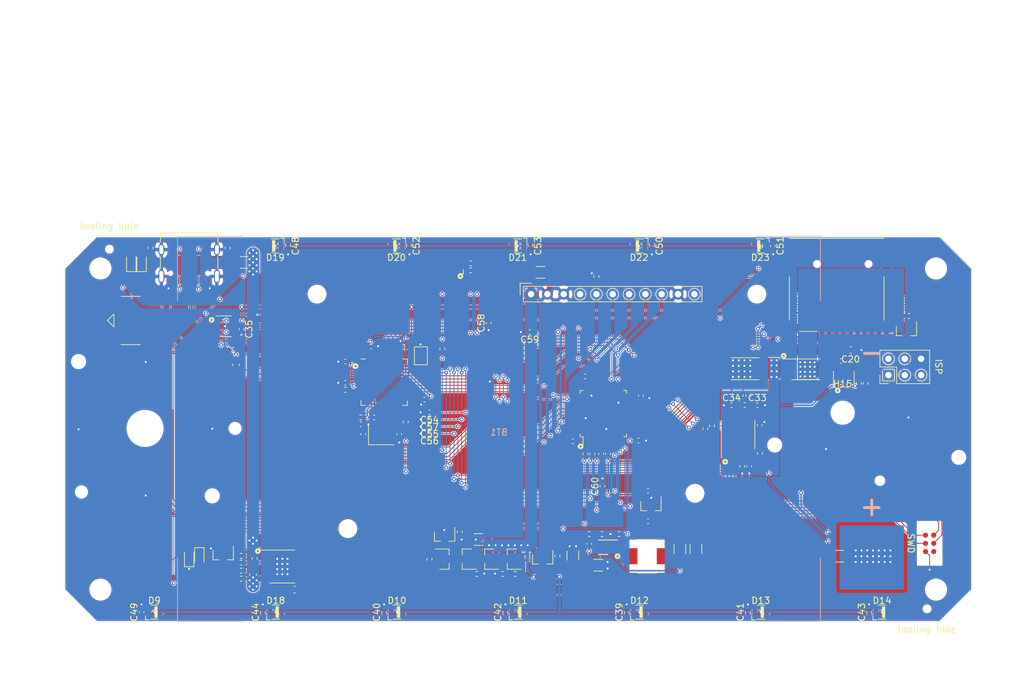
<source format=kicad_pcb>
(kicad_pcb (version 20171130) (host pcbnew 5.1.9)
  (layers (0 F.Cu signal) (31 B.Cu signal) (34 B.Paste user) (35 F.Paste user) (36 B.SilkS user) (37 F.SilkS user) (38 B.Mask user) (39 F.Mask user) (44 Edge.Cuts user))
  (net 0 "")
  (net 1 "Net-(C1-Pad2)")
  (net 2 GND)
  (net 3 "Net-(C2-Pad1)")
  (net 4 /~RST)
  (net 5 "Net-(C4-Pad1)")
  (net 6 VBUS)
  (net 7 +5V)
  (net 8 "Net-(C10-Pad2)")
  (net 9 /SPKR+)
  (net 10 +BATT)
  (net 11 "/Power/Power switch/VSTEP_UP")
  (net 12 +3V3)
  (net 13 "Net-(C18-Pad2)")
  (net 14 "Net-(D1-Pad1)")
  (net 15 "Net-(D2-Pad1)")
  (net 16 "Net-(D3-Pad2)")
  (net 17 "Net-(D3-Pad4)")
  (net 18 "Net-(D3-Pad1)")
  (net 19 "Net-(D4-Pad2)")
  (net 20 "Net-(D5-Pad2)")
  (net 21 /MOSI)
  (net 22 /SCK)
  (net 23 /MISO)
  (net 24 "Net-(J2-PadB5)")
  (net 25 /D+)
  (net 26 "Net-(J2-PadA8)")
  (net 27 "Net-(J2-PadA5)")
  (net 28 "Net-(J2-PadB8)")
  (net 29 /D-)
  (net 30 "Net-(JP1-Pad1)")
  (net 31 "Net-(L1-Pad2)")
  (net 32 /SPKR-)
  (net 33 "Net-(LS1-Pad1)")
  (net 34 "Net-(Q1-Pad1)")
  (net 35 "Net-(Q1-Pad5)")
  (net 36 "Net-(Q1-Pad4)")
  (net 37 "Net-(Q2-Pad1)")
  (net 38 "/Power/Power switch/VUSB")
  (net 39 "Net-(Q3-Pad1)")
  (net 40 "Net-(Q4-Pad1)")
  (net 41 /Power/PWR_EN)
  (net 42 "Net-(R2-Pad2)")
  (net 43 "Net-(R3-Pad2)")
  (net 44 "Net-(R4-Pad2)")
  (net 45 "Net-(R10-Pad2)")
  (net 46 "Net-(R15-Pad1)")
  (net 47 "Net-(R16-Pad2)")
  (net 48 "Net-(U1-Pad42)")
  (net 49 "Net-(U1-Pad41)")
  (net 50 "Net-(U1-Pad40)")
  (net 51 /~OLEDRST)
  (net 52 /~CS)
  (net 53 /~DC)
  (net 54 "Net-(U1-Pad21)")
  (net 55 "Net-(U1-Pad20)")
  (net 56 "Net-(U1-Pad19)")
  (net 57 "Net-(U1-Pad18)")
  (net 58 "Net-(U2-Pad11)")
  (net 59 "Net-(U2-Pad4)")
  (net 60 "Net-(U5-Pad4)")
  (net 61 /STM32/~STMRST)
  (net 62 "Net-(J3-Pad1)")
  (net 63 "Net-(J3-Pad8)")
  (net 64 "Net-(J4-Pad6)")
  (net 65 "Net-(J4-Pad4)")
  (net 66 "Net-(J4-Pad2)")
  (net 67 "Net-(Q9-Pad1)")
  (net 68 "Net-(U8-Pad40)")
  (net 69 "Net-(U8-Pad6)")
  (net 70 "Net-(U8-Pad5)")
  (net 71 "Net-(U8-Pad4)")
  (net 72 "Net-(F1-Pad2)")
  (net 73 /Power/Ichg)
  (net 74 /Power/LEDchg)
  (net 75 "Net-(R28-Pad1)")
  (net 76 "Net-(C28-Pad2)")
  (net 77 "Net-(C29-Pad2)")
  (net 78 "Net-(C29-Pad1)")
  (net 79 /Power/GAUGE_EN)
  (net 80 /Power/SDA)
  (net 81 /Power/SCL)
  (net 82 "Net-(U9-Pad12)")
  (net 83 "Net-(U9-Pad3)")
  (net 84 "Net-(U9-Pad2)")
  (net 85 "Net-(U9-Pad1)")
  (net 86 GNDREF)
  (net 87 "Net-(TH1-Pad1)")
  (net 88 /RIGHT)
  (net 89 /A)
  (net 90 /DOWN)
  (net 91 /UP)
  (net 92 /LEFT)
  (net 93 /B)
  (net 94 /Power/~PWR_EN)
  (net 95 "Net-(Q8-Pad3)")
  (net 96 "Net-(U6-Pad6)")
  (net 97 "Net-(R5-Pad2)")
  (net 98 "Net-(R6-Pad2)")
  (net 99 "Net-(BT1-Pad2)")
  (net 100 "Net-(BT1-Pad1)")
  (net 101 "Net-(R12-Pad2)")
  (net 102 /STM32/SD_~CS)
  (net 103 /STM32/SD_MOSI)
  (net 104 /STM32/SD_SCK)
  (net 105 /STM32/SD_MISO)
  (net 106 /STM32/SD_~DET)
  (net 107 /STM32/SD_PWR)
  (net 108 "Net-(U8-Pad25)")
  (net 109 /STM32/LED_PWR)
  (net 110 "Net-(U8-Pad32)")
  (net 111 "/Leds/Led 9/DIN")
  (net 112 "/Leds/Led 10/DIN")
  (net 113 "/Leds/Led 11/DIN")
  (net 114 "/Leds/Led 12/DIN")
  (net 115 "/Leds/Led 13/DIN")
  (net 116 "/Leds/Led 14/DIN")
  (net 117 "/Leds/Led 15/DIN")
  (net 118 "/Leds/Led 5/DIN")
  (net 119 "/Leds/Led 4/DIN")
  (net 120 "/Leds/Led 3/DIN")
  (net 121 "/Leds/Led 2/DIN")
  (net 122 /Leds/DIN)
  (net 123 "Net-(C60-Pad1)")
  (net 124 "/Leds/Led 15/DOUT")
  (module Capacitor_SMD:C_0402_1005Metric (layer F.Cu) (at 174.9 101.5 270)
    (fp_text reference C53 (at 0 -1.16 90) (layer F.SilkS))
    (fp_text value 1uF)
    (pad 2 smd roundrect (at 0.48 0 270) (size 0.56 0.62) (layers F.Cu F.Paste F.Mask) (net 2 GND))
    (pad 1 smd roundrect (at -0.48 0 270) (size 0.56 0.62) (layers F.Cu F.Paste F.Mask) (net 7 +5V))
  )
  (module Capacitor_SMD:C_0402_1005Metric (layer F.Cu) (at 156 101.5 270)
    (fp_text reference C52 (at 0 -1.16 90) (layer F.SilkS))
    (fp_text value 1uF)
    (pad 2 smd roundrect (at 0.48 0 270) (size 0.56 0.62) (layers F.Cu F.Paste F.Mask) (net 2 GND))
    (pad 1 smd roundrect (at -0.48 0 270) (size 0.56 0.62) (layers F.Cu F.Paste F.Mask) (net 7 +5V))
  )
  (module Capacitor_SMD:C_0402_1005Metric (layer F.Cu) (at 212.6 101.5 270)
    (fp_text reference C51 (at 0 -1.16 90) (layer F.SilkS))
    (fp_text value 1uF)
    (pad 2 smd roundrect (at 0.48 0 270) (size 0.56 0.62) (layers F.Cu F.Paste F.Mask) (net 2 GND))
    (pad 1 smd roundrect (at -0.48 0 270) (size 0.56 0.62) (layers F.Cu F.Paste F.Mask) (net 7 +5V))
  )
  (module Capacitor_SMD:C_0402_1005Metric (layer F.Cu) (at 193.8 101.5 270)
    (fp_text reference C50 (at 0 -1.16 90) (layer F.SilkS))
    (fp_text value 1uF)
    (pad 2 smd roundrect (at 0.48 0 270) (size 0.56 0.62) (layers F.Cu F.Paste F.Mask) (net 2 GND))
    (pad 1 smd roundrect (at -0.48 0 270) (size 0.56 0.62) (layers F.Cu F.Paste F.Mask) (net 7 +5V))
  )
  (module LED_RGB:LED_RGB_2020_WS2812C (layer F.Cu) (at 210.664 101.5 180)
    (fp_text reference D23 (at 0 -1.8) (layer F.SilkS))
    (fp_text value WS2812C-2020)
    (pad 2 smd rect (at 0.915 0.55 180) (size 0.7 0.7) (layers F.Cu F.Mask) (net 121 "/Leds/Led 2/DIN"))
    (pad 3 smd rect (at 0.915 -0.55 180) (size 0.7 0.7) (layers F.Cu F.Mask) (net 2 GND))
    (pad 4 smd rect (at -0.915 -0.55) (size 0.7 0.7) (layers F.Cu F.Mask) (net 122 /Leds/DIN))
    (pad 1 smd rect (at -0.915 0.55) (size 0.7 0.7) (layers F.Cu F.Mask) (net 7 +5V))
  )
  (module LED_RGB:LED_RGB_2020_WS2812C (layer F.Cu) (at 191.798 101.5 180)
    (fp_text reference D22 (at 0 -1.8) (layer F.SilkS))
    (fp_text value WS2812C-2020)
    (pad 2 smd rect (at 0.915 0.55 180) (size 0.7 0.7) (layers F.Cu F.Mask) (net 120 "/Leds/Led 3/DIN"))
    (pad 3 smd rect (at 0.915 -0.55 180) (size 0.7 0.7) (layers F.Cu F.Mask) (net 2 GND))
    (pad 4 smd rect (at -0.915 -0.55) (size 0.7 0.7) (layers F.Cu F.Mask) (net 121 "/Leds/Led 2/DIN"))
    (pad 1 smd rect (at -0.915 0.55) (size 0.7 0.7) (layers F.Cu F.Mask) (net 7 +5V))
  )
  (module LED_RGB:LED_RGB_2020_WS2812C (layer F.Cu) (at 172.932 101.5 180)
    (fp_text reference D21 (at 0 -1.8) (layer F.SilkS))
    (fp_text value WS2812C-2020)
    (pad 2 smd rect (at 0.915 0.55 180) (size 0.7 0.7) (layers F.Cu F.Mask) (net 119 "/Leds/Led 4/DIN"))
    (pad 3 smd rect (at 0.915 -0.55 180) (size 0.7 0.7) (layers F.Cu F.Mask) (net 2 GND))
    (pad 4 smd rect (at -0.915 -0.55) (size 0.7 0.7) (layers F.Cu F.Mask) (net 120 "/Leds/Led 3/DIN"))
    (pad 1 smd rect (at -0.915 0.55) (size 0.7 0.7) (layers F.Cu F.Mask) (net 7 +5V))
  )
  (module LED_RGB:LED_RGB_2020_WS2812C (layer F.Cu) (at 154.066 101.5 180)
    (fp_text reference D20 (at 0 -1.8) (layer F.SilkS))
    (fp_text value WS2812C-2020)
    (pad 2 smd rect (at 0.915 0.55 180) (size 0.7 0.7) (layers F.Cu F.Mask) (net 118 "/Leds/Led 5/DIN"))
    (pad 3 smd rect (at 0.915 -0.55 180) (size 0.7 0.7) (layers F.Cu F.Mask) (net 2 GND))
    (pad 4 smd rect (at -0.915 -0.55) (size 0.7 0.7) (layers F.Cu F.Mask) (net 119 "/Leds/Led 4/DIN"))
    (pad 1 smd rect (at -0.915 0.55) (size 0.7 0.7) (layers F.Cu F.Mask) (net 7 +5V))
  )
  (module Capacitor_SMD:C_0402_1005Metric (layer F.Cu) (at 152.15 158.5 90)
    (fp_text reference C40 (at 0 -1.16 90) (layer F.SilkS))
    (fp_text value 1uF)
    (pad 2 smd roundrect (at 0.48 0 90) (size 0.56 0.62) (layers F.Cu F.Paste F.Mask) (net 2 GND))
    (pad 1 smd roundrect (at -0.48 0 90) (size 0.56 0.62) (layers F.Cu F.Paste F.Mask) (net 7 +5V))
  )
  (module LED_RGB:LED_RGB_2020_WS2812C (layer F.Cu) (at 135.2 101.5 180)
    (fp_text reference D19 (at 0 -1.8) (layer F.SilkS))
    (fp_text value WS2812C-2020)
    (pad 1 smd rect (at -0.915 0.55) (size 0.7 0.7) (layers F.Cu F.Mask) (net 7 +5V))
    (pad 4 smd rect (at -0.915 -0.55) (size 0.7 0.7) (layers F.Cu F.Mask) (net 118 "/Leds/Led 5/DIN"))
    (pad 3 smd rect (at 0.915 -0.55 180) (size 0.7 0.7) (layers F.Cu F.Mask) (net 2 GND))
    (pad 2 smd rect (at 0.915 0.55 180) (size 0.7 0.7) (layers F.Cu F.Mask) (net 111 "/Leds/Led 9/DIN"))
  )
  (module Capacitor_SMD:C_0402_1005Metric (layer F.Cu) (at 189.875 158.5 90)
    (fp_text reference C39 (at 0 -1.16 90) (layer F.SilkS))
    (fp_text value 1uF)
    (pad 2 smd roundrect (at 0.48 0 90) (size 0.56 0.62) (layers F.Cu F.Paste F.Mask) (net 2 GND))
    (pad 1 smd roundrect (at -0.48 0 90) (size 0.56 0.62) (layers F.Cu F.Paste F.Mask) (net 7 +5V))
  )
  (module Capacitor_SMD:C_0402_1005Metric (layer F.Cu) (at 171 158.5 90)
    (fp_text reference C42 (at 0 -1.16 90) (layer F.SilkS))
    (fp_text value 1uF)
    (pad 2 smd roundrect (at 0.48 0 90) (size 0.56 0.62) (layers F.Cu F.Paste F.Mask) (net 2 GND))
    (pad 1 smd roundrect (at -0.48 0 90) (size 0.56 0.62) (layers F.Cu F.Paste F.Mask) (net 7 +5V))
  )
  (module Capacitor_SMD:C_0402_1005Metric (layer F.Cu) (at 137.2 101.5 270)
    (fp_text reference C48 (at 0 -1.16 90) (layer F.SilkS))
    (fp_text value 1uF)
    (pad 2 smd roundrect (at 0.48 0 270) (size 0.56 0.62) (layers F.Cu F.Paste F.Mask) (net 2 GND))
    (pad 1 smd roundrect (at -0.48 0 270) (size 0.56 0.62) (layers F.Cu F.Paste F.Mask) (net 7 +5V))
  )
  (module Capacitor_SMD:C_0402_1005Metric (layer F.Cu) (at 208.725 158.5 90)
    (fp_text reference C41 (at 0 -1.16 90) (layer F.SilkS))
    (fp_text value 1uF)
    (pad 2 smd roundrect (at 0.48 0 90) (size 0.56 0.62) (layers F.Cu F.Paste F.Mask) (net 2 GND))
    (pad 1 smd roundrect (at -0.48 0 90) (size 0.56 0.62) (layers F.Cu F.Paste F.Mask) (net 7 +5V))
  )
  (module Capacitor_SMD:C_0402_1005Metric (layer F.Cu) (at 133.3 158.5 90)
    (fp_text reference C44 (at 0 -1.16 90) (layer F.SilkS))
    (fp_text value 1uF)
    (pad 2 smd roundrect (at 0.48 0 90) (size 0.56 0.62) (layers F.Cu F.Paste F.Mask) (net 2 GND))
    (pad 1 smd roundrect (at -0.48 0 90) (size 0.56 0.62) (layers F.Cu F.Paste F.Mask) (net 7 +5V))
  )
  (module Capacitor_SMD:C_0402_1005Metric (layer F.Cu) (at 227.6 158.5 90)
    (fp_text reference C43 (at 0 -1.16 90) (layer F.SilkS))
    (fp_text value 1uF)
    (pad 2 smd roundrect (at 0.48 0 90) (size 0.56 0.62) (layers F.Cu F.Paste F.Mask) (net 2 GND))
    (pad 1 smd roundrect (at -0.48 0 90) (size 0.56 0.62) (layers F.Cu F.Paste F.Mask) (net 7 +5V))
  )
  (module Capacitor_SMD:C_0402_1005Metric (layer F.Cu) (at 114.4 158.5 90)
    (fp_text reference C49 (at 0 -1.16 90) (layer F.SilkS))
    (fp_text value 1uF)
    (pad 2 smd roundrect (at 0.48 0 90) (size 0.56 0.62) (layers F.Cu F.Paste F.Mask) (net 2 GND))
    (pad 1 smd roundrect (at -0.48 0 90) (size 0.56 0.62) (layers F.Cu F.Paste F.Mask) (net 7 +5V))
  )
  (module LED_RGB:LED_RGB_2020_WS2812C (layer F.Cu) (at 229.596 158.5)
    (fp_text reference D14 (at 0 -1.8) (layer F.SilkS))
    (fp_text value WS2812C-2020)
    (pad 2 smd rect (at 0.915 0.55) (size 0.7 0.7) (layers F.Cu F.Mask) (net 124 "/Leds/Led 15/DOUT"))
    (pad 3 smd rect (at 0.915 -0.55) (size 0.7 0.7) (layers F.Cu F.Mask) (net 2 GND))
    (pad 4 smd rect (at -0.915 -0.55 180) (size 0.7 0.7) (layers F.Cu F.Mask) (net 117 "/Leds/Led 15/DIN"))
    (pad 1 smd rect (at -0.915 0.55 180) (size 0.7 0.7) (layers F.Cu F.Mask) (net 7 +5V))
  )
  (module LED_RGB:LED_RGB_2020_WS2812C (layer F.Cu) (at 210.73 158.5)
    (fp_text reference D13 (at 0 -1.8) (layer F.SilkS))
    (fp_text value WS2812C-2020)
    (pad 2 smd rect (at 0.915 0.55) (size 0.7 0.7) (layers F.Cu F.Mask) (net 117 "/Leds/Led 15/DIN"))
    (pad 3 smd rect (at 0.915 -0.55) (size 0.7 0.7) (layers F.Cu F.Mask) (net 2 GND))
    (pad 4 smd rect (at -0.915 -0.55 180) (size 0.7 0.7) (layers F.Cu F.Mask) (net 116 "/Leds/Led 14/DIN"))
    (pad 1 smd rect (at -0.915 0.55 180) (size 0.7 0.7) (layers F.Cu F.Mask) (net 7 +5V))
  )
  (module LED_RGB:LED_RGB_2020_WS2812C (layer F.Cu) (at 191.864 158.5)
    (fp_text reference D12 (at 0 -1.8) (layer F.SilkS))
    (fp_text value WS2812C-2020)
    (pad 2 smd rect (at 0.915 0.55) (size 0.7 0.7) (layers F.Cu F.Mask) (net 116 "/Leds/Led 14/DIN"))
    (pad 3 smd rect (at 0.915 -0.55) (size 0.7 0.7) (layers F.Cu F.Mask) (net 2 GND))
    (pad 4 smd rect (at -0.915 -0.55 180) (size 0.7 0.7) (layers F.Cu F.Mask) (net 115 "/Leds/Led 13/DIN"))
    (pad 1 smd rect (at -0.915 0.55 180) (size 0.7 0.7) (layers F.Cu F.Mask) (net 7 +5V))
  )
  (module LED_RGB:LED_RGB_2020_WS2812C (layer F.Cu) (at 172.998 158.5)
    (fp_text reference D11 (at 0 -1.8) (layer F.SilkS))
    (fp_text value WS2812C-2020)
    (pad 2 smd rect (at 0.915 0.55) (size 0.7 0.7) (layers F.Cu F.Mask) (net 115 "/Leds/Led 13/DIN"))
    (pad 3 smd rect (at 0.915 -0.55) (size 0.7 0.7) (layers F.Cu F.Mask) (net 2 GND))
    (pad 4 smd rect (at -0.915 -0.55 180) (size 0.7 0.7) (layers F.Cu F.Mask) (net 114 "/Leds/Led 12/DIN"))
    (pad 1 smd rect (at -0.915 0.55 180) (size 0.7 0.7) (layers F.Cu F.Mask) (net 7 +5V))
  )
  (module LED_RGB:LED_RGB_2020_WS2812C (layer F.Cu) (at 154.132 158.5)
    (fp_text reference D10 (at 0 -1.8) (layer F.SilkS))
    (fp_text value WS2812C-2020)
    (pad 2 smd rect (at 0.915 0.55) (size 0.7 0.7) (layers F.Cu F.Mask) (net 114 "/Leds/Led 12/DIN"))
    (pad 3 smd rect (at 0.915 -0.55) (size 0.7 0.7) (layers F.Cu F.Mask) (net 2 GND))
    (pad 4 smd rect (at -0.915 -0.55 180) (size 0.7 0.7) (layers F.Cu F.Mask) (net 113 "/Leds/Led 11/DIN"))
    (pad 1 smd rect (at -0.915 0.55 180) (size 0.7 0.7) (layers F.Cu F.Mask) (net 7 +5V))
  )
  (module LED_RGB:LED_RGB_2020_WS2812C (layer F.Cu) (at 135.266 158.5)
    (fp_text reference D18 (at 0 -1.8) (layer F.SilkS))
    (fp_text value WS2812C-2020)
    (pad 2 smd rect (at 0.915 0.55) (size 0.7 0.7) (layers F.Cu F.Mask) (net 113 "/Leds/Led 11/DIN"))
    (pad 3 smd rect (at 0.915 -0.55) (size 0.7 0.7) (layers F.Cu F.Mask) (net 2 GND))
    (pad 4 smd rect (at -0.915 -0.55 180) (size 0.7 0.7) (layers F.Cu F.Mask) (net 112 "/Leds/Led 10/DIN"))
    (pad 1 smd rect (at -0.915 0.55 180) (size 0.7 0.7) (layers F.Cu F.Mask) (net 7 +5V))
  )
  (module Capacitor_SMD:C_0603_1608Metric (layer F.Cu) (at 224.7 117.7 180)
    (fp_text reference C20 (at 0 -1.43) (layer F.SilkS))
    (fp_text value 10uF)
    (pad 2 smd roundrect (at 0.775 0 180) (size 0.9 0.95) (layers F.Cu F.Paste F.Mask) (net 107 /STM32/SD_PWR))
    (pad 1 smd roundrect (at -0.775 0 180) (size 0.9 0.95) (layers F.Cu F.Paste F.Mask) (net 2 GND))
  )
  (module Capacitor_SMD:C_0402_1005Metric (layer F.Cu) (at 186.1 138.9 90)
    (fp_text reference C60 (at 0 -1.16 90) (layer F.SilkS))
    (fp_text value 100nF)
    (pad 2 smd roundrect (at 0.48 0 90) (size 0.56 0.62) (layers F.Cu F.Paste F.Mask) (net 2 GND))
    (pad 1 smd roundrect (at -0.48 0 90) (size 0.56 0.62) (layers F.Cu F.Paste F.Mask) (net 123 "Net-(C60-Pad1)"))
  )
  (module Capacitor_SMD:C_0402_1005Metric (layer F.Cu) (at 174.8 114.9 180)
    (fp_text reference C59 (at 0 -1.16) (layer F.SilkS))
    (fp_text value 10nF)
    (pad 2 smd roundrect (at 0.48 0 180) (size 0.56 0.62) (layers F.Cu F.Paste F.Mask) (net 2 GND))
    (pad 1 smd roundrect (at -0.48 0 180) (size 0.56 0.62) (layers F.Cu F.Paste F.Mask) (net 93 /B))
  )
  (module Capacitor_SMD:C_0402_1005Metric (layer F.Cu) (at 168.4 113.5 90)
    (fp_text reference C58 (at 0 -1.16 90) (layer F.SilkS))
    (fp_text value 10nF)
    (pad 2 smd roundrect (at 0.48 0 90) (size 0.56 0.62) (layers F.Cu F.Paste F.Mask) (net 89 /A))
    (pad 1 smd roundrect (at -0.48 0 90) (size 0.56 0.62) (layers F.Cu F.Paste F.Mask) (net 2 GND))
  )
  (module Capacitor_SMD:C_0402_1005Metric (layer F.Cu) (at 159.2 128.5 180)
    (fp_text reference C57 (at 0 -1.16) (layer F.SilkS))
    (fp_text value 10nF)
    (pad 2 smd roundrect (at 0.48 0 180) (size 0.56 0.62) (layers F.Cu F.Paste F.Mask) (net 2 GND))
    (pad 1 smd roundrect (at -0.48 0 180) (size 0.56 0.62) (layers F.Cu F.Paste F.Mask) (net 92 /LEFT))
  )
  (module Capacitor_SMD:C_0402_1005Metric (layer F.Cu) (at 159.2 130.7 180)
    (fp_text reference C56 (at 0 -1.16) (layer F.SilkS))
    (fp_text value 10nF)
    (pad 2 smd roundrect (at 0.48 0 180) (size 0.56 0.62) (layers F.Cu F.Paste F.Mask) (net 2 GND))
    (pad 1 smd roundrect (at -0.48 0 180) (size 0.56 0.62) (layers F.Cu F.Paste F.Mask) (net 91 /UP))
  )
  (module Capacitor_SMD:C_0402_1005Metric (layer F.Cu) (at 159.2 129.6 180)
    (fp_text reference C55 (at 0 -1.16) (layer F.SilkS))
    (fp_text value 10nF)
    (pad 2 smd roundrect (at 0.48 0 180) (size 0.56 0.62) (layers F.Cu F.Paste F.Mask) (net 2 GND))
    (pad 1 smd roundrect (at -0.48 0 180) (size 0.56 0.62) (layers F.Cu F.Paste F.Mask) (net 88 /RIGHT))
  )
  (module Capacitor_SMD:C_0402_1005Metric (layer F.Cu) (at 159.2 127.4 180)
    (fp_text reference C54 (at 0 -1.16) (layer F.SilkS))
    (fp_text value 10nF)
    (pad 2 smd roundrect (at 0.48 0 180) (size 0.56 0.62) (layers F.Cu F.Paste F.Mask) (net 2 GND))
    (pad 1 smd roundrect (at -0.48 0 180) (size 0.56 0.62) (layers F.Cu F.Paste F.Mask) (net 90 /DOWN))
  )
  (module ToolingHole:ToolingHole_JLCSMT (layer F.Cu) (at 236.6 158)
    (fp_text reference H17 hide)
    (fp_text value ToolingHole)
    (fp_text user "tooling hole" (at 0 3.2) (layer F.SilkS))
    (pad "" np_thru_hole circle (at 0 0) (size 1.152 1.152) (drill 1.152) (layers *.Cu *.Mask))
  )
  (module ToolingHole:ToolingHole_JLCSMT (layer F.Cu) (at 109.4 102)
    (fp_text reference H16 hide)
    (fp_text value ToolingHole)
    (fp_text user "tooling hole" (at 0 -3.6) (layer F.SilkS))
    (pad "" np_thru_hole circle (at 0 0) (size 1.152 1.152) (drill 1.152) (layers *.Cu *.Mask))
  )
  (module MountingHole:MountingHole_3.5mm (layer F.Cu) (at 223.475 127.45)
    (fp_text reference H15 (at 0 -4.5) (layer F.SilkS))
    (fp_text value "MountingHole AB top left")
    (pad 1 np_thru_hole circle (at 0 0) (size 3.5 3.5) (drill 3.5) (layers *.Cu *.Mask))
  )
  (module MountingHole_GBA:MountingHole_GBA_AB_bottom_right (layer F.Cu) (at 229.27 138.052)
    (fp_text reference H14 hide)
    (fp_text value "MountingHole AB bottom right")
    (pad "" np_thru_hole circle (at 0 0 180) (size 1.4 1.4) (drill 1.4) (layers *.Cu *.Mask))
  )
  (module MountingHole_GameBoy:MountingHole_GameBoy_DPAD (layer F.Cu) (at 241.54 134.41)
    (fp_text reference H13 hide)
    (fp_text value "MountingHole AB top right")
    (pad "" np_thru_hole circle (at 0 0 180) (size 2.1 2.1) (drill 2.1) (layers *.Cu *.Mask))
  )
  (module MountingHole_GameBoy:MountingHole_GameBoy_DPAD (layer F.Cu) (at 212.9 132.49)
    (fp_text reference H12 hide)
    (fp_text value "MountingHole AB bottom left")
    (pad "" np_thru_hole circle (at 0 0 180) (size 2.1 2.1) (drill 2.1) (layers *.Cu *.Mask))
  )
  (module MountingHole_GameBoy:MountingHole_GameBoy_DPAD (layer F.Cu) (at 104.6 119.5 180)
    (fp_text reference H10 hide)
    (fp_text value "MountingHole D-Pad top left")
    (pad "" np_thru_hole circle (at 0 0) (size 2.1 2.1) (drill 2.1) (layers *.Cu *.Mask))
  )
  (module MountingHole_GameBoy:MountingHole_GameBoy_DPAD (layer F.Cu) (at 125.4 140.4)
    (fp_text reference H11 hide)
    (fp_text value "MountingHole D-Pad bottom right")
    (pad "" np_thru_hole circle (at 0 0 180) (size 2.1 2.1) (drill 2.1) (layers *.Cu *.Mask))
  )
  (module MountingHole_GBA:MountingHole_GBA_DPAD (layer F.Cu) (at 105.05 139.8)
    (fp_text reference H6 hide)
    (fp_text value "MountingHole D-Pad bottom left")
    (pad "" np_thru_hole circle (at 0 0 180) (size 1.8 1.8) (drill 1.8) (layers *.Cu *.Mask))
  )
  (module MountingHole_GBA:MountingHole_GBA_DPAD (layer F.Cu) (at 128.95 129.9)
    (fp_text reference H4 hide)
    (fp_text value "MountingHole D-Pad right")
    (pad "" np_thru_hole circle (at 0 0 180) (size 1.8 1.8) (drill 1.8) (layers *.Cu *.Mask))
  )
  (module LED_RGB:LED_RGB_2020_WS2812C (layer F.Cu) (at 116.4 158.5)
    (fp_text reference D9 (at 0 -1.8) (layer F.SilkS))
    (fp_text value WS2812C-2020)
    (pad 1 smd rect (at -0.915 0.55 180) (size 0.7 0.7) (layers F.Cu F.Mask) (net 7 +5V))
    (pad 4 smd rect (at -0.915 -0.55 180) (size 0.7 0.7) (layers F.Cu F.Mask) (net 111 "/Leds/Led 9/DIN"))
    (pad 3 smd rect (at 0.915 -0.55) (size 0.7 0.7) (layers F.Cu F.Mask) (net 2 GND))
    (pad 2 smd rect (at 0.915 0.55) (size 0.7 0.7) (layers F.Cu F.Mask) (net 112 "/Leds/Led 10/DIN"))
  )
  (module Capacitor_SMD:C_0402_1005Metric (layer F.Cu) (at 129.95 114.45 270)
    (fp_text reference C35 (at 0 -1.16 90) (layer F.SilkS))
    (fp_text value 100nF)
    (pad 2 smd roundrect (at 0.48 0 270) (size 0.56 0.62) (layers F.Cu F.Paste F.Mask) (net 2 GND))
    (pad 1 smd roundrect (at -0.48 0 270) (size 0.56 0.62) (layers F.Cu F.Paste F.Mask) (net 7 +5V))
  )
  (module Package_QFP:LQFP-48_7x7mm_P0.5mm (layer F.Cu) (at 186.25 127.599999 90)
    (fp_text reference U8 hide)
    (fp_text value STM32L151C8Tx)
    (pad 48 smd roundrect (at -2.75 -4.1625 90) (size 0.3 1.475) (layers F.Cu F.Paste F.Mask) (net 12 +3V3))
    (pad 47 smd roundrect (at -2.25 -4.1625 90) (size 0.3 1.475) (layers F.Cu F.Paste F.Mask) (net 2 GND))
    (pad 46 smd roundrect (at -1.75 -4.1625 90) (size 0.3 1.475) (layers F.Cu F.Paste F.Mask) (net 93 /B))
    (pad 45 smd roundrect (at -1.25 -4.1625 90) (size 0.3 1.475) (layers F.Cu F.Paste F.Mask) (net 89 /A))
    (pad 44 smd roundrect (at -0.75 -4.1625 90) (size 0.3 1.475) (layers F.Cu F.Paste F.Mask) (net 2 GND))
    (pad 43 smd roundrect (at -0.25 -4.1625 90) (size 0.3 1.475) (layers F.Cu F.Paste F.Mask) (net 90 /DOWN))
    (pad 42 smd roundrect (at 0.25 -4.1625 90) (size 0.3 1.475) (layers F.Cu F.Paste F.Mask) (net 92 /LEFT))
    (pad 41 smd roundrect (at 0.75 -4.1625 90) (size 0.3 1.475) (layers F.Cu F.Paste F.Mask) (net 91 /UP))
    (pad 40 smd roundrect (at 1.25 -4.1625 90) (size 0.3 1.475) (layers F.Cu F.Paste F.Mask) (net 68 "Net-(U8-Pad40)"))
    (pad 39 smd roundrect (at 1.75 -4.1625 90) (size 0.3 1.475) (layers F.Cu F.Paste F.Mask) (net 88 /RIGHT))
    (pad 38 smd roundrect (at 2.25 -4.1625 90) (size 0.3 1.475) (layers F.Cu F.Paste F.Mask) (net 53 /~DC))
    (pad 37 smd roundrect (at 2.75 -4.1625 90) (size 0.3 1.475) (layers F.Cu F.Paste F.Mask) (net 65 "Net-(J4-Pad4)"))
    (pad 36 smd roundrect (at 4.1625 -2.75 90) (size 1.475 0.3) (layers F.Cu F.Paste F.Mask) (net 12 +3V3))
    (pad 35 smd roundrect (at 4.1625 -2.25 90) (size 1.475 0.3) (layers F.Cu F.Paste F.Mask) (net 2 GND))
    (pad 34 smd roundrect (at 4.1625 -1.75 90) (size 1.475 0.3) (layers F.Cu F.Paste F.Mask) (net 66 "Net-(J4-Pad2)"))
    (pad 33 smd roundrect (at 4.1625 -1.25 90) (size 1.475 0.3) (layers F.Cu F.Paste F.Mask) (net 122 /Leds/DIN))
    (pad 32 smd roundrect (at 4.1625 -0.75 90) (size 1.475 0.3) (layers F.Cu F.Paste F.Mask) (net 110 "Net-(U8-Pad32)"))
    (pad 31 smd roundrect (at 4.1625 -0.25 90) (size 1.475 0.3) (layers F.Cu F.Paste F.Mask) (net 52 /~CS))
    (pad 30 smd roundrect (at 4.1625 0.25 90) (size 1.475 0.3) (layers F.Cu F.Paste F.Mask) (net 51 /~OLEDRST))
    (pad 29 smd roundrect (at 4.1625 0.75 90) (size 1.475 0.3) (layers F.Cu F.Paste F.Mask) (net 4 /~RST))
    (pad 28 smd roundrect (at 4.1625 1.25 90) (size 1.475 0.3) (layers F.Cu F.Paste F.Mask) (net 21 /MOSI))
    (pad 27 smd roundrect (at 4.1625 1.75 90) (size 1.475 0.3) (layers F.Cu F.Paste F.Mask) (net 23 /MISO))
    (pad 26 smd roundrect (at 4.1625 2.25 90) (size 1.475 0.3) (layers F.Cu F.Paste F.Mask) (net 22 /SCK))
    (pad 25 smd roundrect (at 4.1625 2.75 90) (size 1.475 0.3) (layers F.Cu F.Paste F.Mask) (net 108 "Net-(U8-Pad25)"))
    (pad 24 smd roundrect (at 2.75 4.1625 90) (size 0.3 1.475) (layers F.Cu F.Paste F.Mask) (net 12 +3V3))
    (pad 23 smd roundrect (at 2.25 4.1625 90) (size 0.3 1.475) (layers F.Cu F.Paste F.Mask) (net 2 GND))
    (pad 22 smd roundrect (at 1.75 4.1625 90) (size 0.3 1.475) (layers F.Cu F.Paste F.Mask) (net 80 /Power/SDA))
    (pad 21 smd roundrect (at 1.25 4.1625 90) (size 0.3 1.475) (layers F.Cu F.Paste F.Mask) (net 81 /Power/SCL))
    (pad 20 smd roundrect (at 0.75 4.1625 90) (size 0.3 1.475) (layers F.Cu F.Paste F.Mask) (net 79 /Power/GAUGE_EN))
    (pad 19 smd roundrect (at 0.25 4.1625 90) (size 0.3 1.475) (layers F.Cu F.Paste F.Mask) (net 67 "Net-(Q9-Pad1)"))
    (pad 18 smd roundrect (at -0.25 4.1625 90) (size 0.3 1.475) (layers F.Cu F.Paste F.Mask) (net 106 /STM32/SD_~DET))
    (pad 17 smd roundrect (at -0.75 4.1625 90) (size 0.3 1.475) (layers F.Cu F.Paste F.Mask) (net 103 /STM32/SD_MOSI))
    (pad 16 smd roundrect (at -1.25 4.1625 90) (size 0.3 1.475) (layers F.Cu F.Paste F.Mask) (net 105 /STM32/SD_MISO))
    (pad 15 smd roundrect (at -1.75 4.1625 90) (size 0.3 1.475) (layers F.Cu F.Paste F.Mask) (net 104 /STM32/SD_SCK))
    (pad 14 smd roundrect (at -2.25 4.1625 90) (size 0.3 1.475) (layers F.Cu F.Paste F.Mask) (net 102 /STM32/SD_~CS))
    (pad 13 smd roundrect (at -2.75 4.1625 90) (size 0.3 1.475) (layers F.Cu F.Paste F.Mask) (net 73 /Power/Ichg))
    (pad 12 smd roundrect (at -4.1625 2.75 90) (size 1.475 0.3) (layers F.Cu F.Paste F.Mask) (net 41 /Power/PWR_EN))
    (pad 11 smd roundrect (at -4.1625 2.25 90) (size 1.475 0.3) (layers F.Cu F.Paste F.Mask) (net 74 /Power/LEDchg))
    (pad 10 smd roundrect (at -4.1625 1.75 90) (size 1.475 0.3) (layers F.Cu F.Paste F.Mask) (net 123 "Net-(C60-Pad1)"))
    (pad 9 smd roundrect (at -4.1625 1.25 90) (size 1.475 0.3) (layers F.Cu F.Paste F.Mask) (net 12 +3V3))
    (pad 8 smd roundrect (at -4.1625 0.75 90) (size 1.475 0.3) (layers F.Cu F.Paste F.Mask) (net 2 GND))
    (pad 7 smd roundrect (at -4.1625 0.25 90) (size 1.475 0.3) (layers F.Cu F.Paste F.Mask) (net 61 /STM32/~STMRST))
    (pad 6 smd roundrect (at -4.1625 -0.25 90) (size 1.475 0.3) (layers F.Cu F.Paste F.Mask) (net 69 "Net-(U8-Pad6)"))
    (pad 5 smd roundrect (at -4.1625 -0.75 90) (size 1.475 0.3) (layers F.Cu F.Paste F.Mask) (net 70 "Net-(U8-Pad5)"))
    (pad 4 smd roundrect (at -4.1625 -1.25 90) (size 1.475 0.3) (layers F.Cu F.Paste F.Mask) (net 71 "Net-(U8-Pad4)"))
    (pad 3 smd roundrect (at -4.1625 -1.75 90) (size 1.475 0.3) (layers F.Cu F.Paste F.Mask) (net 109 /STM32/LED_PWR))
    (pad 2 smd roundrect (at -4.1625 -2.25 90) (size 1.475 0.3) (layers F.Cu F.Paste F.Mask) (net 75 "Net-(R28-Pad1)"))
    (pad 1 smd roundrect (at -4.1625 -2.75 90) (size 1.475 0.3) (layers F.Cu F.Paste F.Mask) (net 12 +3V3))
  )
  (module Battery_LiPo:LiPo_6060100 (layer B.Cu) (at 170 130 180)
    (fp_text reference BT1 (at 0 -0.5) (layer B.SilkS) (effects (justify mirror)))
    (fp_text value 6060100)
    (fp_text user - (at -58 12) (layer B.SilkS) (effects (font (size 3 3) (thickness 0.45)) (justify mirror)))
    (fp_text user + (at -58 -12) (layer B.SilkS) (effects (font (size 3 3) (thickness 0.45)) (justify mirror)))
    (pad 2 smd rect (at -58 20 180) (size 10 10) (layers B.Cu B.Mask) (net 99 "Net-(BT1-Pad2)"))
    (pad 1 smd rect (at -58 -20 180) (size 10 10) (layers B.Cu B.Mask) (net 100 "Net-(BT1-Pad1)"))
  )
  (module Capacitor_SMD:C_0402_1005Metric (layer F.Cu) (at 206.2 126.3)
    (fp_text reference C34 (at 0 -1.16) (layer F.SilkS))
    (fp_text value 100nF)
    (pad 2 smd roundrect (at 0.48 0) (size 0.56 0.62) (layers F.Cu F.Paste F.Mask) (net 77 "Net-(C29-Pad2)"))
    (pad 1 smd roundrect (at -0.48 0) (size 0.56 0.62) (layers F.Cu F.Paste F.Mask) (net 86 GNDREF))
  )
  (module Capacitor_SMD:C_0402_1005Metric (layer F.Cu) (at 210.2 126.3)
    (fp_text reference C33 (at 0 -1.16) (layer F.SilkS))
    (fp_text value 100nF)
    (pad 2 smd roundrect (at 0.48 0) (size 0.56 0.62) (layers F.Cu F.Paste F.Mask) (net 86 GNDREF))
    (pad 1 smd roundrect (at -0.48 0) (size 0.56 0.62) (layers F.Cu F.Paste F.Mask) (net 78 "Net-(C29-Pad1)"))
  )
  (module Capacitor_SMD:C_0402_1005Metric (layer F.Cu) (at 154.5 130.8 90)
    (fp_text reference C1 hide)
    (fp_text value 20pF)
    (pad 2 smd roundrect (at 0.48 0 90) (size 0.56 0.62) (layers F.Cu F.Paste F.Mask) (net 1 "Net-(C1-Pad2)"))
    (pad 1 smd roundrect (at -0.48 0 90) (size 0.56 0.62) (layers F.Cu F.Paste F.Mask) (net 2 GND))
  )
  (module Capacitor_SMD:C_0402_1005Metric (layer F.Cu) (at 148.9 130.8 90)
    (fp_text reference C2 hide)
    (fp_text value 20pF)
    (pad 2 smd roundrect (at 0.48 0 90) (size 0.56 0.62) (layers F.Cu F.Paste F.Mask) (net 2 GND))
    (pad 1 smd roundrect (at -0.48 0 90) (size 0.56 0.62) (layers F.Cu F.Paste F.Mask) (net 3 "Net-(C2-Pad1)"))
  )
  (module Capacitor_SMD:C_0402_1005Metric (layer F.Cu) (at 148.5 129.25 180)
    (fp_text reference C3 hide)
    (fp_text value 100nF)
    (pad 2 smd roundrect (at 0.48 0 180) (size 0.56 0.62) (layers F.Cu F.Paste F.Mask) (net 4 /~RST))
    (pad 1 smd roundrect (at -0.48 0 180) (size 0.56 0.62) (layers F.Cu F.Paste F.Mask) (net 2 GND))
  )
  (module Capacitor_SMD:C_0402_1005Metric (layer F.Cu) (at 146.1 122.8 180)
    (fp_text reference C4 hide)
    (fp_text value 1uF)
    (pad 2 smd roundrect (at 0.48 0 180) (size 0.56 0.62) (layers F.Cu F.Paste F.Mask) (net 2 GND))
    (pad 1 smd roundrect (at -0.48 0 180) (size 0.56 0.62) (layers F.Cu F.Paste F.Mask) (net 5 "Net-(C4-Pad1)"))
  )
  (module Capacitor_SMD:C_0402_1005Metric (layer F.Cu) (at 146.1 119.5)
    (fp_text reference C5 hide)
    (fp_text value 1uF)
    (pad 2 smd roundrect (at 0.48 0) (size 0.56 0.62) (layers F.Cu F.Paste F.Mask) (net 6 VBUS))
    (pad 1 smd roundrect (at -0.48 0) (size 0.56 0.62) (layers F.Cu F.Paste F.Mask) (net 2 GND))
  )
  (module Capacitor_SMD:C_0402_1005Metric (layer F.Cu) (at 150.1 117.15 180)
    (fp_text reference C6 hide)
    (fp_text value 100nF)
    (pad 2 smd roundrect (at 0.48 0 180) (size 0.56 0.62) (layers F.Cu F.Paste F.Mask) (net 7 +5V))
    (pad 1 smd roundrect (at -0.48 0 180) (size 0.56 0.62) (layers F.Cu F.Paste F.Mask) (net 2 GND))
  )
  (module Capacitor_SMD:C_0402_1005Metric (layer F.Cu) (at 158.4 125.4)
    (fp_text reference C7 hide)
    (fp_text value 100nF)
    (pad 2 smd roundrect (at 0.48 0) (size 0.56 0.62) (layers F.Cu F.Paste F.Mask) (net 7 +5V))
    (pad 1 smd roundrect (at -0.48 0) (size 0.56 0.62) (layers F.Cu F.Paste F.Mask) (net 2 GND))
  )
  (module Capacitor_SMD:C_0402_1005Metric (layer F.Cu) (at 155.15 117.2 180)
    (fp_text reference C8 hide)
    (fp_text value 100nF)
    (pad 2 smd roundrect (at 0.48 0 180) (size 0.56 0.62) (layers F.Cu F.Paste F.Mask) (net 2 GND))
    (pad 1 smd roundrect (at -0.48 0 180) (size 0.56 0.62) (layers F.Cu F.Paste F.Mask) (net 7 +5V))
  )
  (module Capacitor_SMD:C_0402_1005Metric (layer F.Cu) (at 150.58 128.2)
    (fp_text reference C9 hide)
    (fp_text value 100nF)
    (pad 2 smd roundrect (at 0.48 0) (size 0.56 0.62) (layers F.Cu F.Paste F.Mask) (net 2 GND))
    (pad 1 smd roundrect (at -0.48 0) (size 0.56 0.62) (layers F.Cu F.Paste F.Mask) (net 7 +5V))
  )
  (module Capacitor_SMD:C_0603_1608Metric (layer F.Cu) (at 129.1 120 270)
    (fp_text reference C10 hide)
    (fp_text value 4.7uF)
    (pad 2 smd roundrect (at 0.775 0 270) (size 0.9 0.95) (layers F.Cu F.Paste F.Mask) (net 8 "Net-(C10-Pad2)"))
    (pad 1 smd roundrect (at -0.775 0 270) (size 0.9 0.95) (layers F.Cu F.Paste F.Mask) (net 9 /SPKR+))
  )
  (module Capacitor_SMD:C_1206_3216Metric (layer F.Cu) (at 200.65 148.7 270)
    (fp_text reference C11 hide)
    (fp_text value 47uF)
    (pad 2 smd roundrect (at 1.475 0 270) (size 1.15 1.8) (layers F.Cu F.Paste F.Mask) (roundrect_rratio 0.217391) (net 10 +BATT))
    (pad 1 smd roundrect (at -1.475 0 270) (size 1.15 1.8) (layers F.Cu F.Paste F.Mask) (roundrect_rratio 0.217391) (net 2 GND))
  )
  (module Capacitor_SMD:C_1206_3216Metric (layer F.Cu) (at 198.15 148.7 270)
    (fp_text reference C12 hide)
    (fp_text value 47uF)
    (pad 2 smd roundrect (at 1.475 0 270) (size 1.15 1.8) (layers F.Cu F.Paste F.Mask) (roundrect_rratio 0.217391) (net 10 +BATT))
    (pad 1 smd roundrect (at -1.475 0 270) (size 1.15 1.8) (layers F.Cu F.Paste F.Mask) (roundrect_rratio 0.217391) (net 2 GND))
  )
  (module Capacitor_SMD:C_0402_1005Metric (layer F.Cu) (at 184.05 147.85 90)
    (fp_text reference C13 hide)
    (fp_text value 1uF)
    (pad 2 smd roundrect (at 0.48 0 90) (size 0.56 0.62) (layers F.Cu F.Paste F.Mask) (net 2 GND))
    (pad 1 smd roundrect (at -0.48 0 90) (size 0.56 0.62) (layers F.Cu F.Paste F.Mask) (net 10 +BATT))
  )
  (module Capacitor_SMD:C_1206_3216Metric (layer F.Cu) (at 185.45 151.2 180)
    (fp_text reference C14 hide)
    (fp_text value 47uF)
    (pad 2 smd roundrect (at 1.475 0 180) (size 1.15 1.8) (layers F.Cu F.Paste F.Mask) (roundrect_rratio 0.217391) (net 11 "/Power/Power switch/VSTEP_UP"))
    (pad 1 smd roundrect (at -1.475 0 180) (size 1.15 1.8) (layers F.Cu F.Paste F.Mask) (roundrect_rratio 0.217391) (net 2 GND))
  )
  (module Capacitor_SMD:C_1206_3216Metric (layer F.Cu) (at 181.5 149.7 270)
    (fp_text reference C15 hide)
    (fp_text value 47uF)
    (pad 2 smd roundrect (at 1.475 0 270) (size 1.15 1.8) (layers F.Cu F.Paste F.Mask) (roundrect_rratio 0.217391) (net 11 "/Power/Power switch/VSTEP_UP"))
    (pad 1 smd roundrect (at -1.475 0 270) (size 1.15 1.8) (layers F.Cu F.Paste F.Mask) (roundrect_rratio 0.217391) (net 2 GND))
  )
  (module Capacitor_SMD:C_0402_1005Metric (layer F.Cu) (at 193.2 144.35 180)
    (fp_text reference C16 hide)
    (fp_text value 1uF)
    (pad 2 smd roundrect (at 0.48 0 180) (size 0.56 0.62) (layers F.Cu F.Paste F.Mask) (net 2 GND))
    (pad 1 smd roundrect (at -0.48 0 180) (size 0.56 0.62) (layers F.Cu F.Paste F.Mask) (net 10 +BATT))
  )
  (module Capacitor_SMD:C_0402_1005Metric (layer F.Cu) (at 193.2 139.6 180)
    (fp_text reference C17 hide)
    (fp_text value 1uF)
    (pad 2 smd roundrect (at 0.48 0 180) (size 0.56 0.62) (layers F.Cu F.Paste F.Mask) (net 12 +3V3))
    (pad 1 smd roundrect (at -0.48 0 180) (size 0.56 0.62) (layers F.Cu F.Paste F.Mask) (net 2 GND))
  )
  (module Capacitor_SMD:C_0402_1005Metric (layer F.Cu) (at 223.175 119.4)
    (fp_text reference C18 hide)
    (fp_text value 100nF)
    (pad 2 smd roundrect (at 0.48 0) (size 0.56 0.62) (layers F.Cu F.Paste F.Mask) (net 13 "Net-(C18-Pad2)"))
    (pad 1 smd roundrect (at -0.48 0) (size 0.56 0.62) (layers F.Cu F.Paste F.Mask) (net 99 "Net-(BT1-Pad2)"))
  )
  (module LED_RGB:LED_RGB_2020 (layer F.Cu) (at 163.4 104.75)
    (fp_text reference D3 hide)
    (fp_text value LED_RGB_RBAG)
    (pad 2 smd rect (at -0.55 0.55) (size 0.8 0.7) (layers F.Cu F.Paste F.Mask) (net 16 "Net-(D3-Pad2)"))
    (pad 4 smd rect (at 0.55 -0.55 180) (size 0.8 0.7) (layers F.Cu F.Paste F.Mask) (net 17 "Net-(D3-Pad4)"))
    (pad 1 smd rect (at 0.55 0.55 180) (size 0.8 0.7) (layers F.Cu F.Paste F.Mask) (net 18 "Net-(D3-Pad1)"))
    (pad 3 smd rect (at -0.55 -0.55) (size 0.8 0.7) (layers F.Cu F.Paste F.Mask) (net 7 +5V))
  )
  (module LED_SMD:LED_0603_1608Metric (layer F.Cu) (at 123.4 149.95 270)
    (fp_text reference D4 hide)
    (fp_text value CHG)
    (pad 2 smd roundrect (at 0.7875 0 270) (size 0.875 0.95) (layers F.Cu F.Paste F.Mask) (net 19 "Net-(D4-Pad2)"))
    (pad 1 smd roundrect (at -0.7875 0 270) (size 0.875 0.95) (layers F.Cu F.Paste F.Mask) (net 74 /Power/LEDchg))
  )
  (module Connector_PinHeader_2.54mm:PinHeader_2x03_P2.54mm_Vertical (layer F.Cu) (at 230.6 121.6 90)
    (fp_text reference J1 hide)
    (fp_text value AVR-ISP-6)
    (pad 6 thru_hole oval (at 2.54 5.08 90) (size 1.7 1.7) (drill 1) (layers *.Cu *.Mask) (net 2 GND))
    (pad 5 thru_hole oval (at 0 5.08 90) (size 1.7 1.7) (drill 1) (layers *.Cu *.Mask) (net 4 /~RST))
    (pad 4 thru_hole oval (at 2.54 2.54 90) (size 1.7 1.7) (drill 1) (layers *.Cu *.Mask) (net 21 /MOSI))
    (pad 3 thru_hole oval (at 0 2.54 90) (size 1.7 1.7) (drill 1) (layers *.Cu *.Mask) (net 22 /SCK))
    (pad 2 thru_hole oval (at 2.54 0 90) (size 1.7 1.7) (drill 1) (layers *.Cu *.Mask) (net 7 +5V))
    (pad 1 thru_hole rect (at 0 0 90) (size 1.7 1.7) (drill 1) (layers *.Cu *.Mask) (net 23 /MISO))
  )
  (module Connector_USB:USB_C_Receptacle_Palconn_UTC16-G (layer F.Cu) (at 121.8 104.3 180)
    (fp_text reference J2 hide)
    (fp_text value USB_C_Receptacle_USB2.0)
    (pad A12 smd rect (at 3.2 -2.51 180) (size 0.6 1.16) (layers F.Cu F.Paste F.Mask) (net 2 GND))
    (pad A9 smd rect (at 2.4 -2.51 180) (size 0.6 1.16) (layers F.Cu F.Paste F.Mask) (net 72 "Net-(F1-Pad2)"))
    (pad B1 smd rect (at 3.2 -2.51 180) (size 0.6 1.16) (layers F.Cu F.Paste F.Mask) (net 2 GND))
    (pad B4 smd rect (at 2.4 -2.51 180) (size 0.6 1.16) (layers F.Cu F.Paste F.Mask) (net 72 "Net-(F1-Pad2)"))
    (pad B12 smd rect (at -3.2 -2.51 180) (size 0.6 1.16) (layers F.Cu F.Paste F.Mask) (net 2 GND))
    (pad A1 smd rect (at -3.2 -2.51 180) (size 0.6 1.16) (layers F.Cu F.Paste F.Mask) (net 2 GND))
    (pad B9 smd rect (at -2.4 -2.51 180) (size 0.6 1.16) (layers F.Cu F.Paste F.Mask) (net 72 "Net-(F1-Pad2)"))
    (pad A4 smd rect (at -2.4 -2.51 180) (size 0.6 1.16) (layers F.Cu F.Paste F.Mask) (net 72 "Net-(F1-Pad2)"))
    (pad "" np_thru_hole circle (at -2.89 -1.45) (size 0.6 0.6) (drill 0.6) (layers *.Cu *.Mask))
    (pad "" np_thru_hole circle (at 2.89 -1.45) (size 0.6 0.6) (drill 0.6) (layers *.Cu *.Mask))
    (pad B5 smd rect (at 1.75 -2.51) (size 0.3 1.16) (layers F.Cu F.Paste F.Mask) (net 24 "Net-(J2-PadB5)"))
    (pad B6 smd rect (at 0.75 -2.51) (size 0.3 1.16) (layers F.Cu F.Paste F.Mask) (net 25 /D+))
    (pad A8 smd rect (at 1.25 -2.51) (size 0.3 1.16) (layers F.Cu F.Paste F.Mask) (net 26 "Net-(J2-PadA8)"))
    (pad A5 smd rect (at -1.25 -2.51) (size 0.3 1.16) (layers F.Cu F.Paste F.Mask) (net 27 "Net-(J2-PadA5)"))
    (pad B8 smd rect (at -1.75 -2.51) (size 0.3 1.16) (layers F.Cu F.Paste F.Mask) (net 28 "Net-(J2-PadB8)"))
    (pad A7 smd rect (at 0.25 -2.51) (size 0.3 1.16) (layers F.Cu F.Paste F.Mask) (net 29 /D-))
    (pad A6 smd rect (at -0.25 -2.51) (size 0.3 1.16) (layers F.Cu F.Paste F.Mask) (net 25 /D+))
    (pad B7 smd rect (at -0.75 -2.51) (size 0.3 1.16) (layers F.Cu F.Paste F.Mask) (net 29 /D-))
    (pad S1 thru_hole oval (at 4.32 2.24 270) (size 1.7 0.9) (drill oval 1.4 0.6) (layers *.Cu *.Mask) (net 2 GND))
    (pad S1 thru_hole oval (at -4.32 2.24 270) (size 1.7 0.9) (drill oval 1.4 0.6) (layers *.Cu *.Mask) (net 2 GND))
    (pad S1 thru_hole oval (at 4.32 -1.93 270) (size 2 0.9) (drill oval 1.7 0.6) (layers *.Cu *.Mask) (net 2 GND))
    (pad S1 thru_hole oval (at -4.32 -1.93 270) (size 2 0.9) (drill oval 1.7 0.6) (layers *.Cu *.Mask) (net 2 GND))
  )
  (module Jumper:SolderJumper-2_P1.3mm_Open_Pad1.0x1.5mm (layer F.Cu) (at 157.85 118.6 90)
    (fp_text reference JP1 hide)
    (fp_text value ~HWB)
    (pad 1 smd rect (at -0.65 0 90) (size 1 1.5) (layers F.Cu F.Mask) (net 30 "Net-(JP1-Pad1)"))
    (pad 2 smd rect (at 0.65 0 90) (size 1 1.5) (layers F.Cu F.Mask) (net 2 GND))
  )
  (module Speaker_jiangsu:MLT_7525 (layer F.Cu) (at 112.7 113.1 180)
    (fp_text reference LS1 hide)
    (fp_text value Speaker)
    (pad ~ smd rect (at 3.795 -2.98) (size 1.78 1.15) (layers F.Cu F.Mask))
    (pad 2 smd rect (at -3.795 2.98 180) (size 1.78 1.15) (layers F.Cu F.Mask) (net 32 /SPKR-))
    (pad 1 smd rect (at -3.795 -2.98) (size 1.78 1.15) (layers F.Cu F.Mask) (net 33 "Net-(LS1-Pad1)"))
    (pad ~ smd rect (at 3.795 2.98 180) (size 1.78 1.15) (layers F.Cu F.Mask))
  )
  (module Package_SO:TSSOP-8_4.4x3mm_P0.65mm (layer F.Cu) (at 217.75 120.7)
    (fp_text reference Q1 hide)
    (fp_text value FS8205A)
    (pad 8 smd roundrect (at 2.8625 -0.975) (size 1.475 0.4) (layers F.Cu F.Paste F.Mask) (net 34 "Net-(Q1-Pad1)"))
    (pad 7 smd roundrect (at 2.8625 -0.325) (size 1.475 0.4) (layers F.Cu F.Paste F.Mask) (net 99 "Net-(BT1-Pad2)"))
    (pad 6 smd roundrect (at 2.8625 0.325) (size 1.475 0.4) (layers F.Cu F.Paste F.Mask) (net 99 "Net-(BT1-Pad2)"))
    (pad 5 smd roundrect (at 2.8625 0.975) (size 1.475 0.4) (layers F.Cu F.Paste F.Mask) (net 35 "Net-(Q1-Pad5)"))
    (pad 4 smd roundrect (at -2.8625 0.975) (size 1.475 0.4) (layers F.Cu F.Paste F.Mask) (net 36 "Net-(Q1-Pad4)"))
    (pad 3 smd roundrect (at -2.8625 0.325) (size 1.475 0.4) (layers F.Cu F.Paste F.Mask) (net 86 GNDREF))
    (pad 2 smd roundrect (at -2.8625 -0.325) (size 1.475 0.4) (layers F.Cu F.Paste F.Mask) (net 86 GNDREF))
    (pad 1 smd roundrect (at -2.8625 -0.975) (size 1.475 0.4) (layers F.Cu F.Paste F.Mask) (net 34 "Net-(Q1-Pad1)"))
  )
  (module Package_TO_SOT_SMD:SOT-23 (layer F.Cu) (at 172.05 150.25 180)
    (fp_text reference Q2 hide)
    (fp_text value S9015)
    (pad 3 smd rect (at 1 0 180) (size 0.9 0.8) (layers F.Cu F.Paste F.Mask) (net 37 "Net-(Q2-Pad1)"))
    (pad 2 smd rect (at -1 0.95 180) (size 0.9 0.8) (layers F.Cu F.Paste F.Mask) (net 38 "/Power/Power switch/VUSB"))
    (pad 1 smd rect (at -1 -0.95 180) (size 0.9 0.8) (layers F.Cu F.Paste F.Mask) (net 37 "Net-(Q2-Pad1)"))
  )
  (module Package_TO_SOT_SMD:SOT-23 (layer F.Cu) (at 165.049999 150.25 180)
    (fp_text reference Q3 hide)
    (fp_text value AO3401A)
    (pad 3 smd rect (at 1 0 180) (size 0.9 0.8) (layers F.Cu F.Paste F.Mask) (net 38 "/Power/Power switch/VUSB"))
    (pad 2 smd rect (at -1 0.95 180) (size 0.9 0.8) (layers F.Cu F.Paste F.Mask) (net 7 +5V))
    (pad 1 smd rect (at -1 -0.95 180) (size 0.9 0.8) (layers F.Cu F.Paste F.Mask) (net 39 "Net-(Q3-Pad1)"))
  )
  (module Package_TO_SOT_SMD:SOT-23 (layer F.Cu) (at 176.8 150.25 270)
    (fp_text reference Q4 hide)
    (fp_text value AO3401A)
    (pad 1 smd rect (at -1 -0.95 270) (size 0.9 0.8) (layers F.Cu F.Paste F.Mask) (net 40 "Net-(Q4-Pad1)"))
    (pad 2 smd rect (at -1 0.95 270) (size 0.9 0.8) (layers F.Cu F.Paste F.Mask) (net 7 +5V))
    (pad 3 smd rect (at 1 0 270) (size 0.9 0.8) (layers F.Cu F.Paste F.Mask) (net 11 "/Power/Power switch/VSTEP_UP"))
  )
  (module Package_TO_SOT_SMD:SOT-23 (layer F.Cu) (at 168.55 150.25 180)
    (fp_text reference Q5 hide)
    (fp_text value S9015)
    (pad 3 smd rect (at 1 0 180) (size 0.9 0.8) (layers F.Cu F.Paste F.Mask) (net 39 "Net-(Q3-Pad1)"))
    (pad 2 smd rect (at -1 0.95 180) (size 0.9 0.8) (layers F.Cu F.Paste F.Mask) (net 7 +5V))
    (pad 1 smd rect (at -1 -0.95 180) (size 0.9 0.8) (layers F.Cu F.Paste F.Mask) (net 37 "Net-(Q2-Pad1)"))
  )
  (module Package_TO_SOT_SMD:SOT-23 (layer F.Cu) (at 161.55 146.7 270)
    (fp_text reference Q6 hide)
    (fp_text value 2N7002)
    (pad 3 smd rect (at 1 0 270) (size 0.9 0.8) (layers F.Cu F.Paste F.Mask) (net 94 /Power/~PWR_EN))
    (pad 2 smd rect (at -1 0.95 270) (size 0.9 0.8) (layers F.Cu F.Paste F.Mask) (net 2 GND))
    (pad 1 smd rect (at -1 -0.95 270) (size 0.9 0.8) (layers F.Cu F.Paste F.Mask) (net 41 /Power/PWR_EN))
  )
  (module Package_TO_SOT_SMD:SOT-23 (layer F.Cu) (at 161.5 150.25)
    (fp_text reference Q7 hide)
    (fp_text value AO3401A)
    (pad 3 smd rect (at 1 0) (size 0.9 0.8) (layers F.Cu F.Paste F.Mask) (net 38 "/Power/Power switch/VUSB"))
    (pad 2 smd rect (at -1 0.95) (size 0.9 0.8) (layers F.Cu F.Paste F.Mask) (net 6 VBUS))
    (pad 1 smd rect (at -1 -0.95) (size 0.9 0.8) (layers F.Cu F.Paste F.Mask) (net 94 /Power/~PWR_EN))
  )
  (module Resistor_SMD:R_0402_1005Metric (layer F.Cu) (at 148.5 128.2 180)
    (fp_text reference R1 hide)
    (fp_text value 8.2kR)
    (pad 2 smd roundrect (at 0.51 0 180) (size 0.54 0.64) (layers F.Cu F.Paste F.Mask) (net 4 /~RST))
    (pad 1 smd roundrect (at -0.51 0 180) (size 0.54 0.64) (layers F.Cu F.Paste F.Mask) (net 7 +5V))
  )
  (module Resistor_SMD:R_0402_1005Metric (layer F.Cu) (at 165.6 105.3)
    (fp_text reference R2 hide)
    (fp_text value 3.3kR)
    (pad 2 smd roundrect (at 0.51 0) (size 0.54 0.64) (layers F.Cu F.Paste F.Mask) (net 42 "Net-(R2-Pad2)"))
    (pad 1 smd roundrect (at -0.51 0) (size 0.54 0.64) (layers F.Cu F.Paste F.Mask) (net 18 "Net-(D3-Pad1)"))
  )
  (module Resistor_SMD:R_0402_1005Metric (layer F.Cu) (at 165.6 104.2)
    (fp_text reference R3 hide)
    (fp_text value 8.2kR)
    (pad 2 smd roundrect (at 0.51 0) (size 0.54 0.64) (layers F.Cu F.Paste F.Mask) (net 43 "Net-(R3-Pad2)"))
    (pad 1 smd roundrect (at -0.51 0) (size 0.54 0.64) (layers F.Cu F.Paste F.Mask) (net 17 "Net-(D3-Pad4)"))
  )
  (module Resistor_SMD:R_0402_1005Metric (layer F.Cu) (at 161.2 117.5 270)
    (fp_text reference R4 hide)
    (fp_text value 8.2kR)
    (pad 2 smd roundrect (at 0.51 0 270) (size 0.54 0.64) (layers F.Cu F.Paste F.Mask) (net 44 "Net-(R4-Pad2)"))
    (pad 1 smd roundrect (at -0.51 0 270) (size 0.54 0.64) (layers F.Cu F.Paste F.Mask) (net 16 "Net-(D3-Pad2)"))
  )
  (module Resistor_SMD:R_0402_1005Metric (layer F.Cu) (at 146.1 123.9)
    (fp_text reference R5 hide)
    (fp_text value 8.2kR)
    (pad 2 smd roundrect (at 0.51 0) (size 0.54 0.64) (layers F.Cu F.Paste F.Mask) (net 97 "Net-(R5-Pad2)"))
    (pad 1 smd roundrect (at -0.51 0) (size 0.54 0.64) (layers F.Cu F.Paste F.Mask) (net 14 "Net-(D1-Pad1)"))
  )
  (module Resistor_SMD:R_0402_1005Metric (layer F.Cu) (at 155.5 128.9 90)
    (fp_text reference R6 hide)
    (fp_text value 3.3kR)
    (pad 2 smd roundrect (at 0.51 0 90) (size 0.54 0.64) (layers F.Cu F.Paste F.Mask) (net 98 "Net-(R6-Pad2)"))
    (pad 1 smd roundrect (at -0.51 0 90) (size 0.54 0.64) (layers F.Cu F.Paste F.Mask) (net 15 "Net-(D2-Pad1)"))
  )
  (module Resistor_SMD:R_0402_1005Metric (layer F.Cu) (at 127.8 101.8 90)
    (fp_text reference R7 hide)
    (fp_text value 5.1kR)
    (pad 2 smd roundrect (at 0.51 0 90) (size 0.54 0.64) (layers F.Cu F.Paste F.Mask) (net 27 "Net-(J2-PadA5)"))
    (pad 1 smd roundrect (at -0.51 0 90) (size 0.54 0.64) (layers F.Cu F.Paste F.Mask) (net 2 GND))
  )
  (module Resistor_SMD:R_0402_1005Metric (layer F.Cu) (at 115.8 101.8 270)
    (fp_text reference R8 hide)
    (fp_text value 5.1kR)
    (pad 2 smd roundrect (at 0.51 0 270) (size 0.54 0.64) (layers F.Cu F.Paste F.Mask) (net 2 GND))
    (pad 1 smd roundrect (at -0.51 0 270) (size 0.54 0.64) (layers F.Cu F.Paste F.Mask) (net 24 "Net-(J2-PadB5)"))
  )
  (module Resistor_SMD:R_0402_1005Metric (layer F.Cu) (at 188.7 146.35 180)
    (fp_text reference R9 hide)
    (fp_text value 1MR)
    (pad 2 smd roundrect (at 0.51 0 180) (size 0.54 0.64) (layers F.Cu F.Paste F.Mask) (net 2 GND))
    (pad 1 smd roundrect (at -0.51 0 180) (size 0.54 0.64) (layers F.Cu F.Paste F.Mask) (net 41 /Power/PWR_EN))
  )
  (module Resistor_SMD:R_0402_1005Metric (layer F.Cu) (at 184.05 146.35)
    (fp_text reference R10 hide)
    (fp_text value 1MR)
    (pad 2 smd roundrect (at 0.51 0) (size 0.54 0.64) (layers F.Cu F.Paste F.Mask) (net 45 "Net-(R10-Pad2)"))
    (pad 1 smd roundrect (at -0.51 0) (size 0.54 0.64) (layers F.Cu F.Paste F.Mask) (net 11 "/Power/Power switch/VSTEP_UP"))
  )
  (module Resistor_SMD:R_0402_1005Metric (layer F.Cu) (at 186.05 146.35)
    (fp_text reference R11 hide)
    (fp_text value 300kR)
    (pad 2 smd roundrect (at 0.51 0) (size 0.54 0.64) (layers F.Cu F.Paste F.Mask) (net 2 GND))
    (pad 1 smd roundrect (at -0.51 0) (size 0.54 0.64) (layers F.Cu F.Paste F.Mask) (net 45 "Net-(R10-Pad2)"))
  )
  (module Resistor_SMD:R_0402_1005Metric (layer F.Cu) (at 226 122.9 90)
    (fp_text reference R12 hide)
    (fp_text value 1kR)
    (pad 2 smd roundrect (at 0.51 0 90) (size 0.54 0.64) (layers F.Cu F.Paste F.Mask) (net 101 "Net-(R12-Pad2)"))
    (pad 1 smd roundrect (at -0.51 0 90) (size 0.54 0.64) (layers F.Cu F.Paste F.Mask) (net 86 GNDREF))
  )
  (module Resistor_SMD:R_0402_1005Metric (layer F.Cu) (at 227.05 122.9 270)
    (fp_text reference R13 hide)
    (fp_text value 470R)
    (pad 2 smd roundrect (at 0.51 0 270) (size 0.54 0.64) (layers F.Cu F.Paste F.Mask) (net 10 +BATT))
    (pad 1 smd roundrect (at -0.51 0 270) (size 0.54 0.64) (layers F.Cu F.Paste F.Mask) (net 13 "Net-(C18-Pad2)"))
  )
  (module Resistor_SMD:R_0402_1005Metric (layer F.Cu) (at 129.909999 153.3 180)
    (fp_text reference R14 hide)
    (fp_text value 3.3kR)
    (pad 2 smd roundrect (at 0.51 0 180) (size 0.54 0.64) (layers F.Cu F.Paste F.Mask) (net 19 "Net-(D4-Pad2)"))
    (pad 1 smd roundrect (at -0.51 0 180) (size 0.54 0.64) (layers F.Cu F.Paste F.Mask) (net 6 VBUS))
  )
  (module Resistor_SMD:R_0402_1005Metric (layer F.Cu) (at 172.54 152.55 180)
    (fp_text reference R16 hide)
    (fp_text value 33kR)
    (pad 2 smd roundrect (at 0.51 0 180) (size 0.54 0.64) (layers F.Cu F.Paste F.Mask) (net 47 "Net-(R16-Pad2)"))
    (pad 1 smd roundrect (at -0.51 0 180) (size 0.54 0.64) (layers F.Cu F.Paste F.Mask) (net 37 "Net-(Q2-Pad1)"))
  )
  (module Resistor_SMD:R_0402_1005Metric (layer F.Cu) (at 170.55 152.55 180)
    (fp_text reference R17 hide)
    (fp_text value 33kR)
    (pad 2 smd roundrect (at 0.51 0 180) (size 0.54 0.64) (layers F.Cu F.Paste F.Mask) (net 2 GND))
    (pad 1 smd roundrect (at -0.51 0 180) (size 0.54 0.64) (layers F.Cu F.Paste F.Mask) (net 47 "Net-(R16-Pad2)"))
  )
  (module Resistor_SMD:R_0402_1005Metric (layer F.Cu) (at 174.4 149.9 90)
    (fp_text reference R18 hide)
    (fp_text value 1kR)
    (pad 2 smd roundrect (at 0.51 0 90) (size 0.54 0.64) (layers F.Cu F.Paste F.Mask) (net 38 "/Power/Power switch/VUSB"))
    (pad 1 smd roundrect (at -0.51 0 90) (size 0.54 0.64) (layers F.Cu F.Paste F.Mask) (net 40 "Net-(Q4-Pad1)"))
  )
  (module Resistor_SMD:R_0402_1005Metric (layer F.Cu) (at 179.1 149.75 270)
    (fp_text reference R19 hide)
    (fp_text value 100kR)
    (pad 2 smd roundrect (at 0.51 0 270) (size 0.54 0.64) (layers F.Cu F.Paste F.Mask) (net 2 GND))
    (pad 1 smd roundrect (at -0.51 0 270) (size 0.54 0.64) (layers F.Cu F.Paste F.Mask) (net 40 "Net-(Q4-Pad1)"))
  )
  (module Resistor_SMD:R_0402_1005Metric (layer F.Cu) (at 166.55 152.55)
    (fp_text reference R20 hide)
    (fp_text value 100kR)
    (pad 2 smd roundrect (at 0.51 0) (size 0.54 0.64) (layers F.Cu F.Paste F.Mask) (net 2 GND))
    (pad 1 smd roundrect (at -0.51 0) (size 0.54 0.64) (layers F.Cu F.Paste F.Mask) (net 39 "Net-(Q3-Pad1)"))
  )
  (module Resistor_SMD:R_0402_1005Metric (layer F.Cu) (at 128.6 117.7)
    (fp_text reference R21 hide)
    (fp_text value 0R)
    (pad 2 smd roundrect (at 0.51 0) (size 0.54 0.64) (layers F.Cu F.Paste F.Mask) (net 9 /SPKR+))
    (pad 1 smd roundrect (at -0.51 0) (size 0.54 0.64) (layers F.Cu F.Paste F.Mask) (net 33 "Net-(LS1-Pad1)"))
  )
  (module Resistor_SMD:R_0402_1005Metric (layer F.Cu) (at 159.2 150.25 90)
    (fp_text reference R23 hide)
    (fp_text value 300kR)
    (pad 2 smd roundrect (at 0.51 0 90) (size 0.54 0.64) (layers F.Cu F.Paste F.Mask) (net 94 /Power/~PWR_EN))
    (pad 1 smd roundrect (at -0.51 0 90) (size 0.54 0.64) (layers F.Cu F.Paste F.Mask) (net 6 VBUS))
  )
  (module Button_Carbon:Button_Carbon_5mm (layer F.Cu) (at 122.5 130 90)
    (fp_text reference SW1 hide)
    (fp_text value RIGHT)
    (fp_poly (pts (xy 1.9 2) (xy 1.9 2.5) (xy -2.4 2.5) (xy -2.4 2)) (layer F.Cu) (width 0))
    (fp_poly (pts (xy 2.4 -2.5) (xy 2.4 -2) (xy -1.9 -2) (xy -1.9 -2.5)) (layer F.Cu) (width 0))
    (fp_poly (pts (xy 2.4 1.5) (xy 2.1 1.5) (xy 2.1 -2) (xy 2.4 -2)) (layer F.Cu) (width 0))
    (fp_poly (pts (xy -2.1 2) (xy -2.4 2) (xy -2.4 -1.5) (xy -2.1 -1.5)) (layer F.Cu) (width 0))
    (fp_poly (pts (xy 1.9 2) (xy 1.6 2) (xy 1.6 -1.5) (xy 1.9 -1.5)) (layer F.Cu) (width 0))
    (fp_poly (pts (xy -1.6 1.5) (xy -1.9 1.5) (xy -1.9 -2) (xy -1.6 -2)) (layer F.Cu) (width 0))
    (fp_poly (pts (xy 1.4 1.5) (xy 1.1 1.5) (xy 1.1 -2) (xy 1.4 -2)) (layer F.Cu) (width 0))
    (fp_poly (pts (xy -1.1 2) (xy -1.4 2) (xy -1.4 -1.5) (xy -1.1 -1.5)) (layer F.Cu) (width 0))
    (fp_poly (pts (xy 0.9 2) (xy 0.6 2) (xy 0.6 -1.5) (xy 0.9 -1.5)) (layer F.Cu) (width 0))
    (fp_poly (pts (xy -0.6 1.5) (xy -0.9 1.5) (xy -0.9 -2) (xy -0.6 -2)) (layer F.Cu) (width 0))
    (fp_poly (pts (xy 0.4 1.5) (xy 0.1 1.5) (xy 0.1 -2) (xy 0.4 -2)) (layer F.Cu) (width 0))
    (fp_poly (pts (xy -0.1 2) (xy -0.4 2) (xy -0.4 -1.5) (xy -0.1 -1.5)) (layer F.Cu) (width 0))
    (pad 2 smd rect (at 0 2.25 90) (size 0.5 0.5) (layers F.Cu F.Mask) (net 2 GND))
    (pad 1 smd rect (at 0 -2.25 90) (size 0.5 0.5) (layers F.Cu F.Mask) (net 88 /RIGHT))
  )
  (module Button_Carbon:Button_Carbon_5mm (layer F.Cu) (at 233.7 131 180)
    (fp_text reference SW2 hide)
    (fp_text value A)
    (fp_poly (pts (xy 1.9 2) (xy 1.9 2.5) (xy -2.4 2.5) (xy -2.4 2)) (layer F.Cu) (width 0))
    (fp_poly (pts (xy 2.4 -2.5) (xy 2.4 -2) (xy -1.9 -2) (xy -1.9 -2.5)) (layer F.Cu) (width 0))
    (fp_poly (pts (xy 2.4 1.5) (xy 2.1 1.5) (xy 2.1 -2) (xy 2.4 -2)) (layer F.Cu) (width 0))
    (fp_poly (pts (xy -2.1 2) (xy -2.4 2) (xy -2.4 -1.5) (xy -2.1 -1.5)) (layer F.Cu) (width 0))
    (fp_poly (pts (xy 1.9 2) (xy 1.6 2) (xy 1.6 -1.5) (xy 1.9 -1.5)) (layer F.Cu) (width 0))
    (fp_poly (pts (xy -1.6 1.5) (xy -1.9 1.5) (xy -1.9 -2) (xy -1.6 -2)) (layer F.Cu) (width 0))
    (fp_poly (pts (xy 1.4 1.5) (xy 1.1 1.5) (xy 1.1 -2) (xy 1.4 -2)) (layer F.Cu) (width 0))
    (fp_poly (pts (xy -1.1 2) (xy -1.4 2) (xy -1.4 -1.5) (xy -1.1 -1.5)) (layer F.Cu) (width 0))
    (fp_poly (pts (xy 0.9 2) (xy 0.6 2) (xy 0.6 -1.5) (xy 0.9 -1.5)) (layer F.Cu) (width 0))
    (fp_poly (pts (xy -0.6 1.5) (xy -0.9 1.5) (xy -0.9 -2) (xy -0.6 -2)) (layer F.Cu) (width 0))
    (fp_poly (pts (xy 0.4 1.5) (xy 0.1 1.5) (xy 0.1 -2) (xy 0.4 -2)) (layer F.Cu) (width 0))
    (fp_poly (pts (xy -0.1 2) (xy -0.4 2) (xy -0.4 -1.5) (xy -0.1 -1.5)) (layer F.Cu) (width 0))
    (pad 2 smd rect (at 0 2.25 180) (size 0.5 0.5) (layers F.Cu F.Mask) (net 2 GND))
    (pad 1 smd rect (at 0 -2.25 180) (size 0.5 0.5) (layers F.Cu F.Mask) (net 89 /A))
  )
  (module Button_Carbon:Button_Carbon_5mm (layer F.Cu) (at 115.05 137.5)
    (fp_text reference SW3 hide)
    (fp_text value DOWN)
    (fp_poly (pts (xy 1.9 2) (xy 1.9 2.5) (xy -2.4 2.5) (xy -2.4 2)) (layer F.Cu) (width 0))
    (fp_poly (pts (xy 2.4 -2.5) (xy 2.4 -2) (xy -1.9 -2) (xy -1.9 -2.5)) (layer F.Cu) (width 0))
    (fp_poly (pts (xy 2.4 1.5) (xy 2.1 1.5) (xy 2.1 -2) (xy 2.4 -2)) (layer F.Cu) (width 0))
    (fp_poly (pts (xy -2.1 2) (xy -2.4 2) (xy -2.4 -1.5) (xy -2.1 -1.5)) (layer F.Cu) (width 0))
    (fp_poly (pts (xy 1.9 2) (xy 1.6 2) (xy 1.6 -1.5) (xy 1.9 -1.5)) (layer F.Cu) (width 0))
    (fp_poly (pts (xy -1.6 1.5) (xy -1.9 1.5) (xy -1.9 -2) (xy -1.6 -2)) (layer F.Cu) (width 0))
    (fp_poly (pts (xy 1.4 1.5) (xy 1.1 1.5) (xy 1.1 -2) (xy 1.4 -2)) (layer F.Cu) (width 0))
    (fp_poly (pts (xy -1.1 2) (xy -1.4 2) (xy -1.4 -1.5) (xy -1.1 -1.5)) (layer F.Cu) (width 0))
    (fp_poly (pts (xy 0.9 2) (xy 0.6 2) (xy 0.6 -1.5) (xy 0.9 -1.5)) (layer F.Cu) (width 0))
    (fp_poly (pts (xy -0.6 1.5) (xy -0.9 1.5) (xy -0.9 -2) (xy -0.6 -2)) (layer F.Cu) (width 0))
    (fp_poly (pts (xy 0.4 1.5) (xy 0.1 1.5) (xy 0.1 -2) (xy 0.4 -2)) (layer F.Cu) (width 0))
    (fp_poly (pts (xy -0.1 2) (xy -0.4 2) (xy -0.4 -1.5) (xy -0.1 -1.5)) (layer F.Cu) (width 0))
    (pad 2 smd rect (at 0 2.25) (size 0.5 0.5) (layers F.Cu F.Mask) (net 2 GND))
    (pad 1 smd rect (at 0 -2.25) (size 0.5 0.5) (layers F.Cu F.Mask) (net 90 /DOWN))
  )
  (module Button_Carbon:Button_Carbon_5mm (layer F.Cu) (at 115.05 122.5)
    (fp_text reference SW4 hide)
    (fp_text value UP)
    (fp_poly (pts (xy 1.9 2) (xy 1.9 2.5) (xy -2.4 2.5) (xy -2.4 2)) (layer F.Cu) (width 0))
    (fp_poly (pts (xy 2.4 -2.5) (xy 2.4 -2) (xy -1.9 -2) (xy -1.9 -2.5)) (layer F.Cu) (width 0))
    (fp_poly (pts (xy 2.4 1.5) (xy 2.1 1.5) (xy 2.1 -2) (xy 2.4 -2)) (layer F.Cu) (width 0))
    (fp_poly (pts (xy -2.1 2) (xy -2.4 2) (xy -2.4 -1.5) (xy -2.1 -1.5)) (layer F.Cu) (width 0))
    (fp_poly (pts (xy 1.9 2) (xy 1.6 2) (xy 1.6 -1.5) (xy 1.9 -1.5)) (layer F.Cu) (width 0))
    (fp_poly (pts (xy -1.6 1.5) (xy -1.9 1.5) (xy -1.9 -2) (xy -1.6 -2)) (layer F.Cu) (width 0))
    (fp_poly (pts (xy 1.4 1.5) (xy 1.1 1.5) (xy 1.1 -2) (xy 1.4 -2)) (layer F.Cu) (width 0))
    (fp_poly (pts (xy -1.1 2) (xy -1.4 2) (xy -1.4 -1.5) (xy -1.1 -1.5)) (layer F.Cu) (width 0))
    (fp_poly (pts (xy 0.9 2) (xy 0.6 2) (xy 0.6 -1.5) (xy 0.9 -1.5)) (layer F.Cu) (width 0))
    (fp_poly (pts (xy -0.6 1.5) (xy -0.9 1.5) (xy -0.9 -2) (xy -0.6 -2)) (layer F.Cu) (width 0))
    (fp_poly (pts (xy 0.4 1.5) (xy 0.1 1.5) (xy 0.1 -2) (xy 0.4 -2)) (layer F.Cu) (width 0))
    (fp_poly (pts (xy -0.1 2) (xy -0.4 2) (xy -0.4 -1.5) (xy -0.1 -1.5)) (layer F.Cu) (width 0))
    (pad 2 smd rect (at 0 2.25) (size 0.5 0.5) (layers F.Cu F.Mask) (net 91 /UP))
    (pad 1 smd rect (at 0 -2.25) (size 0.5 0.5) (layers F.Cu F.Mask) (net 2 GND))
  )
  (module Button_Carbon:Button_Carbon_5mm (layer F.Cu) (at 107.5 130 270)
    (fp_text reference SW5 hide)
    (fp_text value LEFT)
    (fp_poly (pts (xy 1.9 2) (xy 1.9 2.5) (xy -2.4 2.5) (xy -2.4 2)) (layer F.Cu) (width 0))
    (fp_poly (pts (xy 2.4 -2.5) (xy 2.4 -2) (xy -1.9 -2) (xy -1.9 -2.5)) (layer F.Cu) (width 0))
    (fp_poly (pts (xy 2.4 1.5) (xy 2.1 1.5) (xy 2.1 -2) (xy 2.4 -2)) (layer F.Cu) (width 0))
    (fp_poly (pts (xy -2.1 2) (xy -2.4 2) (xy -2.4 -1.5) (xy -2.1 -1.5)) (layer F.Cu) (width 0))
    (fp_poly (pts (xy 1.9 2) (xy 1.6 2) (xy 1.6 -1.5) (xy 1.9 -1.5)) (layer F.Cu) (width 0))
    (fp_poly (pts (xy -1.6 1.5) (xy -1.9 1.5) (xy -1.9 -2) (xy -1.6 -2)) (layer F.Cu) (width 0))
    (fp_poly (pts (xy 1.4 1.5) (xy 1.1 1.5) (xy 1.1 -2) (xy 1.4 -2)) (layer F.Cu) (width 0))
    (fp_poly (pts (xy -1.1 2) (xy -1.4 2) (xy -1.4 -1.5) (xy -1.1 -1.5)) (layer F.Cu) (width 0))
    (fp_poly (pts (xy 0.9 2) (xy 0.6 2) (xy 0.6 -1.5) (xy 0.9 -1.5)) (layer F.Cu) (width 0))
    (fp_poly (pts (xy -0.6 1.5) (xy -0.9 1.5) (xy -0.9 -2) (xy -0.6 -2)) (layer F.Cu) (width 0))
    (fp_poly (pts (xy 0.4 1.5) (xy 0.1 1.5) (xy 0.1 -2) (xy 0.4 -2)) (layer F.Cu) (width 0))
    (fp_poly (pts (xy -0.1 2) (xy -0.4 2) (xy -0.4 -1.5) (xy -0.1 -1.5)) (layer F.Cu) (width 0))
    (pad 2 smd rect (at 0 2.25 270) (size 0.5 0.5) (layers F.Cu F.Mask) (net 2 GND))
    (pad 1 smd rect (at 0 -2.25 270) (size 0.5 0.5) (layers F.Cu F.Mask) (net 92 /LEFT))
  )
  (module Button_Carbon:Button_Carbon_5mm (layer F.Cu) (at 220.9 135.9 180)
    (fp_text reference SW6 hide)
    (fp_text value B)
    (fp_poly (pts (xy 1.9 2) (xy 1.9 2.5) (xy -2.4 2.5) (xy -2.4 2)) (layer F.Cu) (width 0))
    (fp_poly (pts (xy 2.4 -2.5) (xy 2.4 -2) (xy -1.9 -2) (xy -1.9 -2.5)) (layer F.Cu) (width 0))
    (fp_poly (pts (xy 2.4 1.5) (xy 2.1 1.5) (xy 2.1 -2) (xy 2.4 -2)) (layer F.Cu) (width 0))
    (fp_poly (pts (xy -2.1 2) (xy -2.4 2) (xy -2.4 -1.5) (xy -2.1 -1.5)) (layer F.Cu) (width 0))
    (fp_poly (pts (xy 1.9 2) (xy 1.6 2) (xy 1.6 -1.5) (xy 1.9 -1.5)) (layer F.Cu) (width 0))
    (fp_poly (pts (xy -1.6 1.5) (xy -1.9 1.5) (xy -1.9 -2) (xy -1.6 -2)) (layer F.Cu) (width 0))
    (fp_poly (pts (xy 1.4 1.5) (xy 1.1 1.5) (xy 1.1 -2) (xy 1.4 -2)) (layer F.Cu) (width 0))
    (fp_poly (pts (xy -1.1 2) (xy -1.4 2) (xy -1.4 -1.5) (xy -1.1 -1.5)) (layer F.Cu) (width 0))
    (fp_poly (pts (xy 0.9 2) (xy 0.6 2) (xy 0.6 -1.5) (xy 0.9 -1.5)) (layer F.Cu) (width 0))
    (fp_poly (pts (xy -0.6 1.5) (xy -0.9 1.5) (xy -0.9 -2) (xy -0.6 -2)) (layer F.Cu) (width 0))
    (fp_poly (pts (xy 0.4 1.5) (xy 0.1 1.5) (xy 0.1 -2) (xy 0.4 -2)) (layer F.Cu) (width 0))
    (fp_poly (pts (xy -0.1 2) (xy -0.4 2) (xy -0.4 -1.5) (xy -0.1 -1.5)) (layer F.Cu) (width 0))
    (pad 2 smd rect (at 0 2.25 180) (size 0.5 0.5) (layers F.Cu F.Mask) (net 2 GND))
    (pad 1 smd rect (at 0 -2.25 180) (size 0.5 0.5) (layers F.Cu F.Mask) (net 93 /B))
  )
  (module Package_DFN_QFN:QFN-44-1EP_7x7mm_P0.5mm_EP5.2x5.2mm (layer F.Cu) (at 152.15 122.7)
    (fp_text reference U1 hide)
    (fp_text value ATmega32U4-MU)
    (pad 45 smd rect (at 0 0) (size 5.2 5.2) (layers F.Cu F.Mask) (net 2 GND))
    (pad 44 smd roundrect (at -2.5 -3.3375) (size 0.25 1.075) (layers F.Cu F.Paste F.Mask) (net 7 +5V))
    (pad 43 smd roundrect (at -2 -3.3375) (size 0.25 1.075) (layers F.Cu F.Paste F.Mask) (net 2 GND))
    (pad 42 smd roundrect (at -1.5 -3.3375) (size 0.25 1.075) (layers F.Cu F.Paste F.Mask) (net 48 "Net-(U1-Pad42)"))
    (pad 41 smd roundrect (at -1 -3.3375) (size 0.25 1.075) (layers F.Cu F.Paste F.Mask) (net 49 "Net-(U1-Pad41)"))
    (pad 40 smd roundrect (at -0.5 -3.3375) (size 0.25 1.075) (layers F.Cu F.Paste F.Mask) (net 50 "Net-(U1-Pad40)"))
    (pad 39 smd roundrect (at 0 -3.3375) (size 0.25 1.075) (layers F.Cu F.Paste F.Mask) (net 90 /DOWN))
    (pad 38 smd roundrect (at 0.5 -3.3375) (size 0.25 1.075) (layers F.Cu F.Paste F.Mask) (net 92 /LEFT))
    (pad 37 smd roundrect (at 1 -3.3375) (size 0.25 1.075) (layers F.Cu F.Paste F.Mask) (net 88 /RIGHT))
    (pad 36 smd roundrect (at 1.5 -3.3375) (size 0.25 1.075) (layers F.Cu F.Paste F.Mask) (net 91 /UP))
    (pad 35 smd roundrect (at 2 -3.3375) (size 0.25 1.075) (layers F.Cu F.Paste F.Mask) (net 2 GND))
    (pad 34 smd roundrect (at 2.5 -3.3375) (size 0.25 1.075) (layers F.Cu F.Paste F.Mask) (net 7 +5V))
    (pad 33 smd roundrect (at 3.3375 -2.5) (size 1.075 0.25) (layers F.Cu F.Paste F.Mask) (net 30 "Net-(JP1-Pad1)"))
    (pad 32 smd roundrect (at 3.3375 -2) (size 1.075 0.25) (layers F.Cu F.Paste F.Mask) (net 32 /SPKR-))
    (pad 31 smd roundrect (at 3.3375 -1.5) (size 1.075 0.25) (layers F.Cu F.Paste F.Mask) (net 8 "Net-(C10-Pad2)"))
    (pad 30 smd roundrect (at 3.3375 -1) (size 1.075 0.25) (layers F.Cu F.Paste F.Mask) (net 43 "Net-(R3-Pad2)"))
    (pad 29 smd roundrect (at 3.3375 -0.5) (size 1.075 0.25) (layers F.Cu F.Paste F.Mask) (net 42 "Net-(R2-Pad2)"))
    (pad 28 smd roundrect (at 3.3375 0) (size 1.075 0.25) (layers F.Cu F.Paste F.Mask) (net 93 /B))
    (pad 27 smd roundrect (at 3.3375 0.5) (size 1.075 0.25) (layers F.Cu F.Paste F.Mask) (net 51 /~OLEDRST))
    (pad 26 smd roundrect (at 3.3375 1) (size 1.075 0.25) (layers F.Cu F.Paste F.Mask) (net 52 /~CS))
    (pad 25 smd roundrect (at 3.3375 1.5) (size 1.075 0.25) (layers F.Cu F.Paste F.Mask) (net 53 /~DC))
    (pad 24 smd roundrect (at 3.3375 2) (size 1.075 0.25) (layers F.Cu F.Paste F.Mask) (net 7 +5V))
    (pad 23 smd roundrect (at 3.3375 2.5) (size 1.075 0.25) (layers F.Cu F.Paste F.Mask) (net 2 GND))
    (pad 22 smd roundrect (at 2.5 3.3375) (size 0.25 1.075) (layers F.Cu F.Paste F.Mask) (net 98 "Net-(R6-Pad2)"))
    (pad 21 smd roundrect (at 2 3.3375) (size 0.25 1.075) (layers F.Cu F.Paste F.Mask) (net 54 "Net-(U1-Pad21)"))
    (pad 20 smd roundrect (at 1.5 3.3375) (size 0.25 1.075) (layers F.Cu F.Paste F.Mask) (net 55 "Net-(U1-Pad20)"))
    (pad 19 smd roundrect (at 1 3.3375) (size 0.25 1.075) (layers F.Cu F.Paste F.Mask) (net 56 "Net-(U1-Pad19)"))
    (pad 18 smd roundrect (at 0.5 3.3375) (size 0.25 1.075) (layers F.Cu F.Paste F.Mask) (net 57 "Net-(U1-Pad18)"))
    (pad 17 smd roundrect (at 0 3.3375) (size 0.25 1.075) (layers F.Cu F.Paste F.Mask) (net 1 "Net-(C1-Pad2)"))
    (pad 16 smd roundrect (at -0.5 3.3375) (size 0.25 1.075) (layers F.Cu F.Paste F.Mask) (net 3 "Net-(C2-Pad1)"))
    (pad 15 smd roundrect (at -1 3.3375) (size 0.25 1.075) (layers F.Cu F.Paste F.Mask) (net 2 GND))
    (pad 14 smd roundrect (at -1.5 3.3375) (size 0.25 1.075) (layers F.Cu F.Paste F.Mask) (net 7 +5V))
    (pad 13 smd roundrect (at -2 3.3375) (size 0.25 1.075) (layers F.Cu F.Paste F.Mask) (net 4 /~RST))
    (pad 12 smd roundrect (at -2.5 3.3375) (size 0.25 1.075) (layers F.Cu F.Paste F.Mask) (net 44 "Net-(R4-Pad2)"))
    (pad 11 smd roundrect (at -3.3375 2.5) (size 1.075 0.25) (layers F.Cu F.Paste F.Mask) (net 23 /MISO))
    (pad 10 smd roundrect (at -3.3375 2) (size 1.075 0.25) (layers F.Cu F.Paste F.Mask) (net 21 /MOSI))
    (pad 9 smd roundrect (at -3.3375 1.5) (size 1.075 0.25) (layers F.Cu F.Paste F.Mask) (net 22 /SCK))
    (pad 8 smd roundrect (at -3.3375 1) (size 1.075 0.25) (layers F.Cu F.Paste F.Mask) (net 97 "Net-(R5-Pad2)"))
    (pad 7 smd roundrect (at -3.3375 0.5) (size 1.075 0.25) (layers F.Cu F.Paste F.Mask) (net 6 VBUS))
    (pad 6 smd roundrect (at -3.3375 0) (size 1.075 0.25) (layers F.Cu F.Paste F.Mask) (net 5 "Net-(C4-Pad1)"))
    (pad 5 smd roundrect (at -3.3375 -0.5) (size 1.075 0.25) (layers F.Cu F.Paste F.Mask) (net 2 GND))
    (pad 4 smd roundrect (at -3.3375 -1) (size 1.075 0.25) (layers F.Cu F.Paste F.Mask) (net 25 /D+))
    (pad 3 smd roundrect (at -3.3375 -1.5) (size 1.075 0.25) (layers F.Cu F.Paste F.Mask) (net 29 /D-))
    (pad 2 smd roundrect (at -3.3375 -2) (size 1.075 0.25) (layers F.Cu F.Paste F.Mask) (net 6 VBUS))
    (pad 1 smd roundrect (at -3.3375 -2.5) (size 1.075 0.25) (layers F.Cu F.Paste F.Mask) (net 89 /A))
  )
  (module Package_DFN_QFN:DFN-8-1EP_3x2mm_P0.5mm_EP1.3x1.5mm (layer F.Cu) (at 186.95 148.4 180)
    (fp_text reference U3 hide)
    (fp_text value SY7088)
    (pad 9 smd rect (at 0 0 180) (size 1.3 1.5) (layers F.Cu F.Mask) (net 2 GND))
    (pad 8 smd rect (at 1.45 -0.75 180) (size 0.75 0.3) (layers F.Cu F.Paste F.Mask) (net 11 "/Power/Power switch/VSTEP_UP"))
    (pad 7 smd rect (at 1.45 -0.25 180) (size 0.75 0.3) (layers F.Cu F.Paste F.Mask) (net 11 "/Power/Power switch/VSTEP_UP"))
    (pad 6 smd rect (at 1.45 0.25 180) (size 0.75 0.3) (layers F.Cu F.Paste F.Mask) (net 10 +BATT))
    (pad 5 smd rect (at 1.45 0.75 180) (size 0.75 0.3) (layers F.Cu F.Paste F.Mask) (net 45 "Net-(R10-Pad2)"))
    (pad 4 smd rect (at -1.45 0.75 180) (size 0.75 0.3) (layers F.Cu F.Paste F.Mask) (net 2 GND))
    (pad 3 smd rect (at -1.45 0.25 180) (size 0.75 0.3) (layers F.Cu F.Paste F.Mask) (net 41 /Power/PWR_EN))
    (pad 2 smd rect (at -1.45 -0.25 180) (size 0.75 0.3) (layers F.Cu F.Paste F.Mask) (net 31 "Net-(L1-Pad2)"))
    (pad 1 smd rect (at -1.45 -0.75 180) (size 0.75 0.3) (layers F.Cu F.Paste F.Mask) (net 31 "Net-(L1-Pad2)"))
  )
  (module Package_TO_SOT_SMD:SOT-23 (layer F.Cu) (at 193.65 141.95 270)
    (fp_text reference U4 hide)
    (fp_text value XC6206P332MR)
    (pad 3 smd rect (at 1 0 270) (size 0.9 0.8) (layers F.Cu F.Paste F.Mask) (net 10 +BATT))
    (pad 2 smd rect (at -1 0.95 270) (size 0.9 0.8) (layers F.Cu F.Paste F.Mask) (net 12 +3V3))
    (pad 1 smd rect (at -1 -0.95 270) (size 0.9 0.8) (layers F.Cu F.Paste F.Mask) (net 2 GND))
  )
  (module Package_TO_SOT_SMD:SOT-23-6 (layer F.Cu) (at 223.65 121.9 90)
    (fp_text reference U5 hide)
    (fp_text value DW01+G)
    (pad 5 smd rect (at 1.1 0 90) (size 1.06 0.65) (layers F.Cu F.Paste F.Mask) (net 13 "Net-(C18-Pad2)"))
    (pad 6 smd rect (at 1.1 -0.95 90) (size 1.06 0.65) (layers F.Cu F.Paste F.Mask) (net 99 "Net-(BT1-Pad2)"))
    (pad 4 smd rect (at 1.1 0.95 90) (size 1.06 0.65) (layers F.Cu F.Paste F.Mask) (net 60 "Net-(U5-Pad4)"))
    (pad 3 smd rect (at -1.1 0.95 90) (size 1.06 0.65) (layers F.Cu F.Paste F.Mask) (net 36 "Net-(Q1-Pad4)"))
    (pad 2 smd rect (at -1.1 0 90) (size 1.06 0.65) (layers F.Cu F.Paste F.Mask) (net 101 "Net-(R12-Pad2)"))
    (pad 1 smd rect (at -1.1 -0.95 90) (size 1.06 0.65) (layers F.Cu F.Paste F.Mask) (net 35 "Net-(Q1-Pad5)"))
  )
  (module Package_TO_SOT_SMD:SOT-23-6 (layer F.Cu) (at 127.5 114)
    (fp_text reference U7 hide)
    (fp_text value SRV05-4)
    (pad 5 smd rect (at 1.1 0) (size 1.06 0.65) (layers F.Cu F.Paste F.Mask) (net 7 +5V))
    (pad 6 smd rect (at 1.1 -0.95) (size 1.06 0.65) (layers F.Cu F.Paste F.Mask) (net 32 /SPKR-))
    (pad 4 smd rect (at 1.1 0.95) (size 1.06 0.65) (layers F.Cu F.Paste F.Mask) (net 9 /SPKR+))
    (pad 3 smd rect (at -1.1 0.95) (size 1.06 0.65) (layers F.Cu F.Paste F.Mask) (net 25 /D+))
    (pad 2 smd rect (at -1.1 0) (size 1.06 0.65) (layers F.Cu F.Paste F.Mask) (net 2 GND))
    (pad 1 smd rect (at -1.1 -0.95) (size 1.06 0.65) (layers F.Cu F.Paste F.Mask) (net 29 /D-))
  )
  (module Crystal:Crystal_SMD_3225-4Pin_3.2x2.5mm (layer F.Cu) (at 151.7 130.8)
    (fp_text reference Y1 hide)
    (fp_text value 16MHz)
    (pad 4 smd rect (at -1.1 -0.85) (size 1.4 1.2) (layers F.Cu F.Paste F.Mask) (net 2 GND))
    (pad 3 smd rect (at 1.1 -0.85) (size 1.4 1.2) (layers F.Cu F.Paste F.Mask) (net 1 "Net-(C1-Pad2)"))
    (pad 2 smd rect (at 1.1 0.85) (size 1.4 1.2) (layers F.Cu F.Paste F.Mask) (net 2 GND))
    (pad 1 smd rect (at -1.1 0.85) (size 1.4 1.2) (layers F.Cu F.Paste F.Mask) (net 3 "Net-(C2-Pad1)"))
  )
  (module Capacitor_SMD:C_0402_1005Metric (layer F.Cu) (at 185.9 133.85 90)
    (fp_text reference C21 hide)
    (fp_text value 100nF)
    (pad 2 smd roundrect (at 0.48 0 90) (size 0.56 0.62) (layers F.Cu F.Paste F.Mask) (net 61 /STM32/~STMRST))
    (pad 1 smd roundrect (at -0.48 0 90) (size 0.56 0.62) (layers F.Cu F.Paste F.Mask) (net 2 GND))
  )
  (module Capacitor_SMD:C_0402_1005Metric (layer F.Cu) (at 181.5 131.9 180)
    (fp_text reference C22 hide)
    (fp_text value 100nF)
    (pad 2 smd roundrect (at 0.48 0 180) (size 0.56 0.62) (layers F.Cu F.Paste F.Mask) (net 2 GND))
    (pad 1 smd roundrect (at -0.48 0 180) (size 0.56 0.62) (layers F.Cu F.Paste F.Mask) (net 12 +3V3))
  )
  (module Capacitor_SMD:C_0402_1005Metric (layer F.Cu) (at 192.1 124.8 270)
    (fp_text reference C23 hide)
    (fp_text value 100nF)
    (pad 2 smd roundrect (at 0.48 0 270) (size 0.56 0.62) (layers F.Cu F.Paste F.Mask) (net 2 GND))
    (pad 1 smd roundrect (at -0.48 0 270) (size 0.56 0.62) (layers F.Cu F.Paste F.Mask) (net 12 +3V3))
  )
  (module Capacitor_SMD:C_0402_1005Metric (layer F.Cu) (at 183.4 121.8 180)
    (fp_text reference C24 hide)
    (fp_text value 100nF)
    (pad 2 smd roundrect (at 0.48 0 180) (size 0.56 0.62) (layers F.Cu F.Paste F.Mask) (net 12 +3V3))
    (pad 1 smd roundrect (at -0.48 0 180) (size 0.56 0.62) (layers F.Cu F.Paste F.Mask) (net 2 GND))
  )
  (module Capacitor_SMD:C_0402_1005Metric (layer F.Cu) (at 186.95 133.85 270)
    (fp_text reference C25 hide)
    (fp_text value 100nF)
    (pad 2 smd roundrect (at 0.48 0 270) (size 0.56 0.62) (layers F.Cu F.Paste F.Mask) (net 12 +3V3))
    (pad 1 smd roundrect (at -0.48 0 270) (size 0.56 0.62) (layers F.Cu F.Paste F.Mask) (net 2 GND))
  )
  (module Connector_Card_MicroSD:HOAUC_HYC77-TF09-200 (layer F.Cu) (at 227.5 104.3 180)
    (fp_text reference J3 hide)
    (fp_text value Micro_SD_Card_Det)
    (pad 11 smd rect (at 11.8 -10 180) (size 1.6 1.5) (layers F.Cu F.Paste F.Mask) (net 2 GND))
    (pad 9 smd rect (at -2.8 -10 180) (size 1.2 1.5) (layers F.Cu F.Paste F.Mask) (net 2 GND))
    (pad 11 smd rect (at -2.8 -0.4 180) (size 1.2 2.2) (layers F.Cu F.Paste F.Mask) (net 2 GND))
    (pad 11 smd rect (at 12.7 -0.4 180) (size 1.2 2.2) (layers F.Cu F.Paste F.Mask) (net 2 GND))
    (pad 1 smd rect (at 7.2 -11 180) (size 0.7 1.6) (layers F.Cu F.Paste F.Mask) (net 62 "Net-(J3-Pad1)"))
    (pad 2 smd rect (at 6.1 -11 180) (size 0.7 1.6) (layers F.Cu F.Paste F.Mask) (net 102 /STM32/SD_~CS))
    (pad 3 smd rect (at 5 -11 180) (size 0.7 1.6) (layers F.Cu F.Paste F.Mask) (net 103 /STM32/SD_MOSI))
    (pad 4 smd rect (at 3.9 -11 180) (size 0.7 1.6) (layers F.Cu F.Paste F.Mask) (net 107 /STM32/SD_PWR))
    (pad 5 smd rect (at 2.8 -11 180) (size 0.7 1.6) (layers F.Cu F.Paste F.Mask) (net 104 /STM32/SD_SCK))
    (pad 6 smd rect (at 1.7 -11 180) (size 0.7 1.6) (layers F.Cu F.Paste F.Mask) (net 2 GND))
    (pad 7 smd rect (at 0.6 -11 180) (size 0.7 1.6) (layers F.Cu F.Paste F.Mask) (net 105 /STM32/SD_MISO))
    (pad 8 smd rect (at -0.5 -11 180) (size 0.7 1.6) (layers F.Cu F.Paste F.Mask) (net 63 "Net-(J3-Pad8)"))
    (pad 10 smd rect (at -1.6 -11 180) (size 0.7 1.6) (layers F.Cu F.Paste F.Mask) (net 106 /STM32/SD_~DET))
    (pad "" np_thru_hole circle (at 8 0 180) (size 1 1) (drill 1) (layers *.Cu *.Mask))
    (pad "" np_thru_hole circle (at 0 0 180) (size 1 1) (drill 1) (layers *.Cu *.Mask))
  )
  (module Connector:Tag-Connect_TC2030-IDC-NL_2x03_P1.27mm_Vertical (layer F.Cu) (at 237 147.8 270)
    (fp_text reference J4 hide)
    (fp_text value TagConnect_TC2030_SWD)
    (pad 6 connect circle (at 1.27 -0.635 270) (size 0.7874 0.7874) (layers F.Cu F.Mask) (net 64 "Net-(J4-Pad6)"))
    (pad 5 connect circle (at 1.27 0.635 270) (size 0.7874 0.7874) (layers F.Cu F.Mask) (net 2 GND))
    (pad 4 connect circle (at 0 -0.635 270) (size 0.7874 0.7874) (layers F.Cu F.Mask) (net 65 "Net-(J4-Pad4)"))
    (pad 3 connect circle (at 0 0.635 270) (size 0.7874 0.7874) (layers F.Cu F.Mask) (net 61 /STM32/~STMRST))
    (pad 2 connect circle (at -1.27 -0.635 270) (size 0.7874 0.7874) (layers F.Cu F.Mask) (net 66 "Net-(J4-Pad2)"))
    (pad 1 connect circle (at -1.27 0.635 270) (size 0.7874 0.7874) (layers F.Cu F.Mask) (net 12 +3V3))
    (pad "" np_thru_hole circle (at -2.54 0 270) (size 0.9906 0.9906) (drill 0.9906) (layers *.Cu *.Mask))
    (pad "" np_thru_hole circle (at 2.54 1.016 270) (size 0.9906 0.9906) (drill 0.9906) (layers *.Cu *.Mask))
    (pad "" np_thru_hole circle (at 2.54 -1.016 270) (size 0.9906 0.9906) (drill 0.9906) (layers *.Cu *.Mask))
  )
  (module Package_TO_SOT_SMD:SOT-23 (layer F.Cu) (at 233.4 114.7 270)
    (fp_text reference Q9 hide)
    (fp_text value AO3401A)
    (pad 3 smd rect (at 1 0 270) (size 0.9 0.8) (layers F.Cu F.Paste F.Mask) (net 107 /STM32/SD_PWR))
    (pad 2 smd rect (at -1 0.95 270) (size 0.9 0.8) (layers F.Cu F.Paste F.Mask) (net 12 +3V3))
    (pad 1 smd rect (at -1 -0.95 270) (size 0.9 0.8) (layers F.Cu F.Paste F.Mask) (net 67 "Net-(Q9-Pad1)"))
  )
  (module Resistor_SMD:R_0402_1005Metric (layer F.Cu) (at 233.8 112.4)
    (fp_text reference R24 hide)
    (fp_text value 300kR)
    (pad 2 smd roundrect (at 0.51 0) (size 0.54 0.64) (layers F.Cu F.Paste F.Mask) (net 67 "Net-(Q9-Pad1)"))
    (pad 1 smd roundrect (at -0.51 0) (size 0.54 0.64) (layers F.Cu F.Paste F.Mask) (net 12 +3V3))
  )
  (module Resistor_SMD:R_0402_1005Metric (layer F.Cu) (at 184.525 133.875 90)
    (fp_text reference R25 hide)
    (fp_text value 8.2kR)
    (pad 2 smd roundrect (at 0.51 0 90) (size 0.54 0.64) (layers F.Cu F.Paste F.Mask) (net 109 /STM32/LED_PWR))
    (pad 1 smd roundrect (at -0.51 0 90) (size 0.54 0.64) (layers F.Cu F.Paste F.Mask) (net 20 "Net-(D5-Pad2)"))
  )
  (module Button_Carbon:Button_Carbon_5mm (layer F.Cu) (at 115.4 148.2)
    (fp_text reference SW8 hide)
    (fp_text value POWER)
    (fp_poly (pts (xy 1.9 2) (xy 1.9 2.5) (xy -2.4 2.5) (xy -2.4 2)) (layer F.Cu) (width 0))
    (fp_poly (pts (xy 2.4 -2.5) (xy 2.4 -2) (xy -1.9 -2) (xy -1.9 -2.5)) (layer F.Cu) (width 0))
    (fp_poly (pts (xy 2.4 1.5) (xy 2.1 1.5) (xy 2.1 -2) (xy 2.4 -2)) (layer F.Cu) (width 0))
    (fp_poly (pts (xy -2.1 2) (xy -2.4 2) (xy -2.4 -1.5) (xy -2.1 -1.5)) (layer F.Cu) (width 0))
    (fp_poly (pts (xy 1.9 2) (xy 1.6 2) (xy 1.6 -1.5) (xy 1.9 -1.5)) (layer F.Cu) (width 0))
    (fp_poly (pts (xy -1.6 1.5) (xy -1.9 1.5) (xy -1.9 -2) (xy -1.6 -2)) (layer F.Cu) (width 0))
    (fp_poly (pts (xy 1.4 1.5) (xy 1.1 1.5) (xy 1.1 -2) (xy 1.4 -2)) (layer F.Cu) (width 0))
    (fp_poly (pts (xy -1.1 2) (xy -1.4 2) (xy -1.4 -1.5) (xy -1.1 -1.5)) (layer F.Cu) (width 0))
    (fp_poly (pts (xy 0.9 2) (xy 0.6 2) (xy 0.6 -1.5) (xy 0.9 -1.5)) (layer F.Cu) (width 0))
    (fp_poly (pts (xy -0.6 1.5) (xy -0.9 1.5) (xy -0.9 -2) (xy -0.6 -2)) (layer F.Cu) (width 0))
    (fp_poly (pts (xy 0.4 1.5) (xy 0.1 1.5) (xy 0.1 -2) (xy 0.4 -2)) (layer F.Cu) (width 0))
    (fp_poly (pts (xy -0.1 2) (xy -0.4 2) (xy -0.4 -1.5) (xy -0.1 -1.5)) (layer F.Cu) (width 0))
    (pad 2 smd rect (at 0 2.25) (size 0.5 0.5) (layers F.Cu F.Mask) (net 12 +3V3))
    (pad 1 smd rect (at 0 -2.25) (size 0.5 0.5) (layers F.Cu F.Mask) (net 123 "Net-(C60-Pad1)"))
  )
  (module MountingHole:MountingHole_2.7mm_M2.5 (layer F.Cu) (at 200.5 140)
    (fp_text reference H1 hide)
    (fp_text value DisplayStandoff)
    (pad 1 np_thru_hole circle (at 0 0) (size 2.7 2.7) (drill 2.7) (layers *.Cu *.Mask))
  )
  (module MountingHole:MountingHole_2.7mm_M2.5 (layer F.Cu) (at 146.5 145.5)
    (fp_text reference H2 hide)
    (fp_text value DisplayStandoff)
    (pad 1 np_thru_hole circle (at 0 0) (size 2.7 2.7) (drill 2.7) (layers *.Cu *.Mask))
  )
  (module Resistor_SMD:R_0402_1005Metric (layer F.Cu) (at 185.15 106.25 90)
    (fp_text reference R22 hide)
    (fp_text value 8.2kR)
    (pad 2 smd roundrect (at 0.51 0 90) (size 0.54 0.64) (layers F.Cu F.Paste F.Mask) (net 2 GND))
    (pad 1 smd roundrect (at -0.51 0 90) (size 0.54 0.64) (layers F.Cu F.Paste F.Mask) (net 51 /~OLEDRST))
  )
  (module MountingHole:MountingHole_5.5mm (layer F.Cu) (at 114.95 129.9)
    (fp_text reference H3 hide)
    (fp_text value "D-Pad pivot")
    (pad 1 np_thru_hole circle (at 0 0) (size 5.5 5.5) (drill 5.5) (layers *.Cu *.Mask))
  )
  (module Fuse:Fuse_1206_3216Metric (layer F.Cu) (at 130.35 104.05 180)
    (fp_text reference F1 hide)
    (fp_text value 2A)
    (pad 2 smd roundrect (at 1.4 0 180) (size 1.25 1.75) (layers F.Cu F.Paste F.Mask) (roundrect_rratio 0.2) (net 72 "Net-(F1-Pad2)"))
    (pad 1 smd roundrect (at -1.4 0 180) (size 1.25 1.75) (layers F.Cu F.Paste F.Mask) (roundrect_rratio 0.2) (net 6 VBUS))
  )
  (module Fuse:Fuse_1206_3216Metric (layer F.Cu) (at 223 149.8 180)
    (fp_text reference F2 hide)
    (fp_text value 2A)
    (pad 2 smd roundrect (at 1.4 0 180) (size 1.25 1.75) (layers F.Cu F.Paste F.Mask) (roundrect_rratio 0.2) (net 10 +BATT))
    (pad 1 smd roundrect (at -1.4 0 180) (size 1.25 1.75) (layers F.Cu F.Paste F.Mask) (roundrect_rratio 0.2) (net 100 "Net-(BT1-Pad1)"))
  )
  (module Inductor_yjycoin:YSPI0530 (layer F.Cu) (at 193.05 149.8 180)
    (fp_text reference L1 hide)
    (fp_text value 2.2uH)
    (pad 1 smd rect (at -2.5 0) (size 2 2.5) (layers F.Cu F.Mask) (net 10 +BATT))
    (pad 2 smd rect (at 2.5 0 180) (size 2 2.5) (layers F.Cu F.Mask) (net 31 "Net-(L1-Pad2)"))
  )
  (module Resistor_SMD:R_0402_1005Metric (layer F.Cu) (at 129.9 152.05)
    (fp_text reference R27 hide)
    (fp_text value 8.2kR)
    (pad 2 smd roundrect (at 0.51 0) (size 0.54 0.64) (layers F.Cu F.Paste F.Mask) (net 6 VBUS))
    (pad 1 smd roundrect (at -0.51 0) (size 0.54 0.64) (layers F.Cu F.Paste F.Mask) (net 74 /Power/LEDchg))
  )
  (module Resistor_SMD:R_0402_1005Metric (layer F.Cu) (at 183.45 133.859999 270)
    (fp_text reference R28 hide)
    (fp_text value 8.2kR)
    (pad 2 smd roundrect (at 0.51 0 270) (size 0.54 0.64) (layers F.Cu F.Paste F.Mask) (net 6 VBUS))
    (pad 1 smd roundrect (at -0.51 0 270) (size 0.54 0.64) (layers F.Cu F.Paste F.Mask) (net 75 "Net-(R28-Pad1)"))
  )
  (module Capacitor_SMD:C_0402_1005Metric (layer F.Cu) (at 208.95 135.8 90)
    (fp_text reference C27 hide)
    (fp_text value 100nF)
    (pad 2 smd roundrect (at 0.48 0 90) (size 0.56 0.62) (layers F.Cu F.Paste F.Mask) (net 10 +BATT))
    (pad 1 smd roundrect (at -0.48 0 90) (size 0.56 0.62) (layers F.Cu F.Paste F.Mask) (net 86 GNDREF))
  )
  (module Capacitor_SMD:C_0402_1005Metric (layer F.Cu) (at 210.6 129.4 270)
    (fp_text reference C28 hide)
    (fp_text value 1uF)
    (pad 2 smd roundrect (at 0.48 0 270) (size 0.56 0.62) (layers F.Cu F.Paste F.Mask) (net 76 "Net-(C28-Pad2)"))
    (pad 1 smd roundrect (at -0.48 0 270) (size 0.56 0.62) (layers F.Cu F.Paste F.Mask) (net 86 GNDREF))
  )
  (module Capacitor_SMD:C_0402_1005Metric (layer F.Cu) (at 208.217157 126.25736 180)
    (fp_text reference C29 hide)
    (fp_text value 100nF)
    (pad 2 smd roundrect (at 0.48 0 180) (size 0.56 0.62) (layers F.Cu F.Paste F.Mask) (net 77 "Net-(C29-Pad2)"))
    (pad 1 smd roundrect (at -0.48 0 180) (size 0.56 0.62) (layers F.Cu F.Paste F.Mask) (net 78 "Net-(C29-Pad1)"))
  )
  (module Resistor_SMD:R_0402_1005Metric (layer F.Cu) (at 207.85 135.8 90)
    (fp_text reference R29 hide)
    (fp_text value 1MR)
    (pad 2 smd roundrect (at 0.51 0 90) (size 0.54 0.64) (layers F.Cu F.Paste F.Mask) (net 79 /Power/GAUGE_EN))
    (pad 1 smd roundrect (at -0.51 0 90) (size 0.54 0.64) (layers F.Cu F.Paste F.Mask) (net 86 GNDREF))
  )
  (module Resistor_SMD:R_0402_1005Metric (layer F.Cu) (at 208.8 124.801367 270)
    (fp_text reference R30 hide)
    (fp_text value 100R)
    (pad 2 smd roundrect (at 0.51 0 270) (size 0.54 0.64) (layers F.Cu F.Paste F.Mask) (net 78 "Net-(C29-Pad1)"))
    (pad 1 smd roundrect (at -0.51 0 270) (size 0.54 0.64) (layers F.Cu F.Paste F.Mask) (net 2 GND))
  )
  (module Resistor_SMD:R_0402_1005Metric (layer F.Cu) (at 207.6 124.8 90)
    (fp_text reference R31 hide)
    (fp_text value 100R)
    (pad 2 smd roundrect (at 0.51 0 90) (size 0.54 0.64) (layers F.Cu F.Paste F.Mask) (net 86 GNDREF))
    (pad 1 smd roundrect (at -0.51 0 90) (size 0.54 0.64) (layers F.Cu F.Paste F.Mask) (net 77 "Net-(C29-Pad2)"))
  )
  (module Resistor_SMD:R_2512_6332Metric (layer F.Cu) (at 208.3 120.6)
    (fp_text reference R32 hide)
    (fp_text value 25mR)
    (pad 2 smd roundrect (at 2.9625 0) (size 1.225 3.35) (layers F.Cu F.Paste F.Mask) (roundrect_rratio 0.204082) (net 86 GNDREF))
    (pad 1 smd roundrect (at -2.9625 0) (size 1.225 3.35) (layers F.Cu F.Paste F.Mask) (roundrect_rratio 0.204082) (net 2 GND))
  )
  (module Resistor_SMD:R_0402_1005Metric (layer F.Cu) (at 203.15 129.5 270)
    (fp_text reference R33 hide)
    (fp_text value 3.3kR)
    (pad 2 smd roundrect (at 0.51 0 270) (size 0.54 0.64) (layers F.Cu F.Paste F.Mask) (net 79 /Power/GAUGE_EN))
    (pad 1 smd roundrect (at -0.51 0 270) (size 0.54 0.64) (layers F.Cu F.Paste F.Mask) (net 80 /Power/SDA))
  )
  (module Resistor_SMD:R_0402_1005Metric (layer F.Cu) (at 202.1 129.95 270)
    (fp_text reference R34 hide)
    (fp_text value 3.3kR)
    (pad 2 smd roundrect (at 0.51 0 270) (size 0.54 0.64) (layers F.Cu F.Paste F.Mask) (net 79 /Power/GAUGE_EN))
    (pad 1 smd roundrect (at -0.51 0 270) (size 0.54 0.64) (layers F.Cu F.Paste F.Mask) (net 81 /Power/SCL))
  )
  (module Resistor_SMD:R_0402_1005Metric (layer F.Cu) (at 210.6 133.8 270)
    (fp_text reference TH1 hide)
    (fp_text value "10kR 3380K")
    (pad 2 smd roundrect (at 0.51 0 270) (size 0.54 0.64) (layers F.Cu F.Paste F.Mask) (net 76 "Net-(C28-Pad2)"))
    (pad 1 smd roundrect (at -0.51 0 270) (size 0.54 0.64) (layers F.Cu F.Paste F.Mask) (net 87 "Net-(TH1-Pad1)"))
  )
  (module Package_SO:TSSOP-14_4.4x5mm_P0.65mm (layer F.Cu) (at 207.2 130.9 90)
    (fp_text reference U9 hide)
    (fp_text value BQ34Z100)
    (pad 14 smd roundrect (at 2.8625 -1.95 90) (size 1.475 0.4) (layers F.Cu F.Paste F.Mask) (net 80 /Power/SDA))
    (pad 13 smd roundrect (at 2.8625 -1.3 90) (size 1.475 0.4) (layers F.Cu F.Paste F.Mask) (net 81 /Power/SCL))
    (pad 12 smd roundrect (at 2.8625 -0.65 90) (size 1.475 0.4) (layers F.Cu F.Paste F.Mask) (net 82 "Net-(U9-Pad12)"))
    (pad 11 smd roundrect (at 2.8625 0 90) (size 1.475 0.4) (layers F.Cu F.Paste F.Mask) (net 87 "Net-(TH1-Pad1)"))
    (pad 10 smd roundrect (at 2.8625 0.65 90) (size 1.475 0.4) (layers F.Cu F.Paste F.Mask) (net 77 "Net-(C29-Pad2)"))
    (pad 9 smd roundrect (at 2.8625 1.3 90) (size 1.475 0.4) (layers F.Cu F.Paste F.Mask) (net 78 "Net-(C29-Pad1)"))
    (pad 8 smd roundrect (at 2.8625 1.95 90) (size 1.475 0.4) (layers F.Cu F.Paste F.Mask) (net 86 GNDREF))
    (pad 7 smd roundrect (at -2.8625 1.95 90) (size 1.475 0.4) (layers F.Cu F.Paste F.Mask) (net 76 "Net-(C28-Pad2)"))
    (pad 6 smd roundrect (at -2.8625 1.3 90) (size 1.475 0.4) (layers F.Cu F.Paste F.Mask) (net 10 +BATT))
    (pad 5 smd roundrect (at -2.8625 0.65 90) (size 1.475 0.4) (layers F.Cu F.Paste F.Mask) (net 79 /Power/GAUGE_EN))
    (pad 4 smd roundrect (at -2.8625 0 90) (size 1.475 0.4) (layers F.Cu F.Paste F.Mask) (net 10 +BATT))
    (pad 3 smd roundrect (at -2.8625 -0.65 90) (size 1.475 0.4) (layers F.Cu F.Paste F.Mask) (net 83 "Net-(U9-Pad3)"))
    (pad 2 smd roundrect (at -2.8625 -1.3 90) (size 1.475 0.4) (layers F.Cu F.Paste F.Mask) (net 84 "Net-(U9-Pad2)"))
    (pad 1 smd roundrect (at -2.8625 -1.95 90) (size 1.475 0.4) (layers F.Cu F.Paste F.Mask) (net 85 "Net-(U9-Pad1)"))
  )
  (module Capacitor_SMD:C_0603_1608Metric (layer F.Cu) (at 131.75 152.675 270)
    (fp_text reference C19 hide)
    (fp_text value 10uF)
    (pad 2 smd roundrect (at 0.775 0 270) (size 0.9 0.95) (layers F.Cu F.Paste F.Mask) (net 6 VBUS))
    (pad 1 smd roundrect (at -0.775 0 270) (size 0.9 0.95) (layers F.Cu F.Paste F.Mask) (net 2 GND))
  )
  (module Capacitor_SMD:C_0603_1608Metric (layer F.Cu) (at 138.2 154.999999 180)
    (fp_text reference C26 hide)
    (fp_text value 10uF)
    (pad 2 smd roundrect (at 0.775 0 180) (size 0.9 0.95) (layers F.Cu F.Paste F.Mask) (net 2 GND))
    (pad 1 smd roundrect (at -0.775 0 180) (size 0.9 0.95) (layers F.Cu F.Paste F.Mask) (net 10 +BATT))
  )
  (module Capacitor_SMD:C_0402_1005Metric (layer F.Cu) (at 191.7 131.8)
    (fp_text reference C30 hide)
    (fp_text value 100nF)
    (pad 2 smd roundrect (at 0.48 0) (size 0.56 0.62) (layers F.Cu F.Paste F.Mask) (net 2 GND))
    (pad 1 smd roundrect (at -0.48 0) (size 0.56 0.62) (layers F.Cu F.Paste F.Mask) (net 73 /Power/Ichg))
  )
  (module Package_TO_SOT_SMD:SOT-23 (layer F.Cu) (at 127.1 149.6 270)
    (fp_text reference Q8 hide)
    (fp_text value 2N7002)
    (pad 3 smd rect (at 1 0 270) (size 0.9 0.8) (layers F.Cu F.Paste F.Mask) (net 95 "Net-(Q8-Pad3)"))
    (pad 2 smd rect (at -1 0.95 270) (size 0.9 0.8) (layers F.Cu F.Paste F.Mask) (net 2 GND))
    (pad 1 smd rect (at -1 -0.95 270) (size 0.9 0.8) (layers F.Cu F.Paste F.Mask) (net 94 /Power/~PWR_EN))
  )
  (module Resistor_SMD:R_0402_1005Metric (layer F.Cu) (at 132 150.150001 90)
    (fp_text reference R15 hide)
    (fp_text value 2.2kR)
    (pad 2 smd roundrect (at 0.51 0 90) (size 0.54 0.64) (layers F.Cu F.Paste F.Mask) (net 2 GND))
    (pad 1 smd roundrect (at -0.51 0 90) (size 0.54 0.64) (layers F.Cu F.Paste F.Mask) (net 46 "Net-(R15-Pad1)"))
  )
  (module Resistor_SMD:R_0402_1005Metric (layer F.Cu) (at 129.9 149.75 180)
    (fp_text reference R26 hide)
    (fp_text value 2.2kR)
    (pad 2 smd roundrect (at 0.51 0 180) (size 0.54 0.64) (layers F.Cu F.Paste F.Mask) (net 95 "Net-(Q8-Pad3)"))
    (pad 1 smd roundrect (at -0.51 0 180) (size 0.54 0.64) (layers F.Cu F.Paste F.Mask) (net 46 "Net-(R15-Pad1)"))
  )
  (module Resistor_SMD:R_0402_1005Metric (layer F.Cu) (at 129.9 150.8)
    (fp_text reference R36 hide)
    (fp_text value 8.2kR)
    (pad 2 smd roundrect (at 0.51 0) (size 0.54 0.64) (layers F.Cu F.Paste F.Mask) (net 46 "Net-(R15-Pad1)"))
    (pad 1 smd roundrect (at -0.51 0) (size 0.54 0.64) (layers F.Cu F.Paste F.Mask) (net 73 /Power/Ichg))
  )
  (module Package_SO:HSOP-8-1EP_3.9x4.9mm_P1.27mm_EP2.41x3.1mm (layer F.Cu) (at 136.3 151.4)
    (fp_text reference U6 hide)
    (fp_text value TP4056)
    (pad 9 smd rect (at 0 0) (size 2.41 3.1) (layers F.Cu F.Mask) (net 2 GND))
    (pad 8 smd roundrect (at 2.65 -1.905) (size 1.6 0.6) (layers F.Cu F.Paste F.Mask) (net 6 VBUS))
    (pad 7 smd roundrect (at 2.65 -0.635) (size 1.6 0.6) (layers F.Cu F.Paste F.Mask) (net 74 /Power/LEDchg))
    (pad 6 smd roundrect (at 2.65 0.635) (size 1.6 0.6) (layers F.Cu F.Paste F.Mask) (net 96 "Net-(U6-Pad6)"))
    (pad 5 smd roundrect (at 2.65 1.905) (size 1.6 0.6) (layers F.Cu F.Paste F.Mask) (net 10 +BATT))
    (pad 4 smd roundrect (at -2.65 1.905) (size 1.6 0.6) (layers F.Cu F.Paste F.Mask) (net 6 VBUS))
    (pad 3 smd roundrect (at -2.65 0.635) (size 1.6 0.6) (layers F.Cu F.Paste F.Mask) (net 2 GND))
    (pad 2 smd roundrect (at -2.65 -0.635) (size 1.6 0.6) (layers F.Cu F.Paste F.Mask) (net 46 "Net-(R15-Pad1)"))
    (pad 1 smd roundrect (at -2.65 -1.905) (size 1.6 0.6) (layers F.Cu F.Paste F.Mask) (net 2 GND))
  )
  (module Capacitor_SMD:C_1206_3216Metric (layer F.Cu) (at 176.45 105.6 180)
    (fp_text reference C31 hide)
    (fp_text value 47uF)
    (pad 2 smd roundrect (at 1.475 0 180) (size 1.15 1.8) (layers F.Cu F.Paste F.Mask) (roundrect_rratio 0.217391) (net 7 +5V))
    (pad 1 smd roundrect (at -1.475 0 180) (size 1.15 1.8) (layers F.Cu F.Paste F.Mask) (roundrect_rratio 0.217391) (net 2 GND))
  )
  (module Resistor_SMD:R_0402_1005Metric (layer F.Cu) (at 163.9 146 270)
    (fp_text reference R35 hide)
    (fp_text value 1MR)
    (pad 2 smd roundrect (at 0.51 0 270) (size 0.54 0.64) (layers F.Cu F.Paste F.Mask) (net 2 GND))
    (pad 1 smd roundrect (at -0.51 0 270) (size 0.54 0.64) (layers F.Cu F.Paste F.Mask) (net 41 /Power/PWR_EN))
  )
  (module LED_SMD:LED_0603_1608Metric (layer F.Cu) (at 114.4 104 90)
    (fp_text reference D1 hide)
    (fp_text value GRN)
    (pad 2 smd roundrect (at 0.7875 0 90) (size 0.875 0.95) (layers F.Cu F.Paste F.Mask) (net 7 +5V))
    (pad 1 smd roundrect (at -0.7875 0 90) (size 0.875 0.95) (layers F.Cu F.Paste F.Mask) (net 14 "Net-(D1-Pad1)"))
  )
  (module LED_SMD:LED_0603_1608Metric (layer F.Cu) (at 112.8 104 90)
    (fp_text reference D2 hide)
    (fp_text value YLW)
    (pad 2 smd roundrect (at 0.7875 0 90) (size 0.875 0.95) (layers F.Cu F.Paste F.Mask) (net 7 +5V))
    (pad 1 smd roundrect (at -0.7875 0 90) (size 0.875 0.95) (layers F.Cu F.Paste F.Mask) (net 15 "Net-(D2-Pad1)"))
  )
  (module LED_SMD:LED_0603_1608Metric (layer F.Cu) (at 121.8 149.95 90)
    (fp_text reference D5 hide)
    (fp_text value PWR)
    (pad 2 smd roundrect (at 0.7875 0 90) (size 0.875 0.95) (layers F.Cu F.Paste F.Mask) (net 20 "Net-(D5-Pad2)"))
    (pad 1 smd roundrect (at -0.7875 0 90) (size 0.875 0.95) (layers F.Cu F.Paste F.Mask) (net 2 GND))
  )
  (module MountingHole:MountingHole_3.2mm_M3 (layer F.Cu) (at 108 105)
    (fp_text reference H5 hide)
    (fp_text value MountingHole)
    (pad 1 np_thru_hole circle (at 0 0) (size 3.2 3.2) (drill 3.2) (layers *.Cu *.Mask))
  )
  (module MountingHole:MountingHole_3.2mm_M3 (layer F.Cu) (at 108 155)
    (fp_text reference H7 hide)
    (fp_text value MountingHole)
    (pad 1 np_thru_hole circle (at 0 0) (size 3.2 3.2) (drill 3.2) (layers *.Cu *.Mask))
  )
  (module MountingHole:MountingHole_3.2mm_M3 (layer F.Cu) (at 238 155)
    (fp_text reference H8 hide)
    (fp_text value MountingHole)
    (pad 1 np_thru_hole circle (at 0 0) (size 3.2 3.2) (drill 3.2) (layers *.Cu *.Mask))
  )
  (module MountingHole:MountingHole_3.2mm_M3 (layer F.Cu) (at 238 105)
    (fp_text reference H9 hide)
    (fp_text value MountingHole)
    (pad 1 np_thru_hole circle (at 0 0) (size 3.2 3.2) (drill 3.2) (layers *.Cu *.Mask))
  )
  (module Capacitor_SMD:C_1206_3216Metric (layer F.Cu) (at 166.8 147.2)
    (fp_text reference C32 hide)
    (fp_text value 47uF)
    (pad 2 smd roundrect (at 1.475 0) (size 1.15 1.8) (layers F.Cu F.Paste F.Mask) (roundrect_rratio 0.217391) (net 7 +5V))
    (pad 1 smd roundrect (at -1.475 0) (size 1.15 1.8) (layers F.Cu F.Paste F.Mask) (roundrect_rratio 0.217391) (net 2 GND))
  )
  (module VFD_module:SSD1306_VFD (layer F.Cu) (at 175 109)
    (fp_text reference U2 hide)
    (fp_text value SSD1306_VFD)
    (pad 1 thru_hole rect (at 0 0 180) (size 1.7 1.7) (drill 1) (layers *.Cu *.Mask) (net 7 +5V))
    (pad 3 thru_hole circle (at 5.08 0 180) (size 1.7 1.7) (drill 1) (layers *.Cu *.Mask) (net 2 GND))
    (pad 2 thru_hole circle (at 2.54 0 180) (size 1.7 1.7) (drill 1) (layers *.Cu *.Mask) (net 2 GND))
    (pad 11 thru_hole circle (at 25.4 0 180) (size 1.7 1.7) (drill 1) (layers *.Cu *.Mask) (net 58 "Net-(U2-Pad11)"))
    (pad 4 thru_hole circle (at 7.62 0 180) (size 1.7 1.7) (drill 1) (layers *.Cu *.Mask) (net 59 "Net-(U2-Pad4)"))
    (pad "" np_thru_hole circle (at -33.3 0 180) (size 2.7 2.7) (drill 2.7) (layers *.Cu *.Mask))
    (pad "" np_thru_hole circle (at 35.13 0 180) (size 2.7 2.7) (drill 2.7) (layers *.Cu *.Mask))
    (pad 7 thru_hole circle (at 15.24 0 180) (size 1.7 1.7) (drill 1) (layers *.Cu *.Mask) (net 52 /~CS))
    (pad 10 thru_hole circle (at 22.86 0 180) (size 1.7 1.7) (drill 1) (layers *.Cu *.Mask) (net 2 GND))
    (pad 5 thru_hole circle (at 10.16 0 180) (size 1.7 1.7) (drill 1) (layers *.Cu *.Mask) (net 51 /~OLEDRST))
    (pad 8 thru_hole circle (at 17.78 0 180) (size 1.7 1.7) (drill 1) (layers *.Cu *.Mask) (net 21 /MOSI))
    (pad 6 thru_hole circle (at 12.7 0 180) (size 1.7 1.7) (drill 1) (layers *.Cu *.Mask) (net 53 /~DC))
    (pad 9 thru_hole circle (at 20.32 0 180) (size 1.7 1.7) (drill 1) (layers *.Cu *.Mask) (net 22 /SCK))
  )
  (gr_circle (center 125.3 113) (end 125.158579 113) (layer F.SilkS) (width 0.3))
  (gr_circle (center 164 106.2) (end 163.858579 106.2) (layer F.SilkS) (width 0.3))
  (gr_circle (center 222.7 124) (end 222.558579 124) (layer F.SilkS) (width 0.3))
  (gr_circle (center 214.3 118.6) (end 214.158579 118.6) (layer F.SilkS) (width 0.3))
  (gr_circle (center 205.2 135.1) (end 205.058579 135.1) (layer F.SilkS) (width 0.3))
  (gr_circle (center 182.7 132.7) (end 182.558579 132.7) (layer F.SilkS) (width 0.3))
  (gr_circle (center 147.7 120.2) (end 147.558579 120.2) (layer F.SilkS) (width 0.3))
  (gr_circle (center 132.5 149) (end 132.358579 149) (layer F.SilkS) (width 0.3))
  (gr_text ISP (at 238.4 120.3 270) (layer F.SilkS) (effects (font (size 1 1))))
  (gr_text SWD (at 234.1 147.8 270) (layer F.SilkS) (effects (font (size 1 1))))
  (gr_line (start 243.6 105) (end 238.6 100) (layer Edge.Cuts) (width 0.05))
  (gr_line (start 238.6 160) (end 243.6 155) (layer Edge.Cuts) (width 0.05))
  (gr_line (start 107.4 160) (end 102.4 155) (layer Edge.Cuts) (width 0.05))
  (gr_line (start 102.4 105) (end 107.4 100) (layer Edge.Cuts) (width 0.05))
  (gr_circle (center 188.45 149.8) (end 188.308579 149.8) (layer F.SilkS) (width 0.3))
  (gr_line (start 102.4 155) (end 102.4 105) (layer Edge.Cuts) (width 0.05))
  (gr_line (start 238.6 160) (end 107.4 160) (layer Edge.Cuts) (width 0.05))
  (gr_line (start 243.6 105) (end 243.6 155) (layer Edge.Cuts) (width 0.05))
  (gr_line (start 107.4 100) (end 238.6 100) (layer Edge.Cuts) (width 0.05))
  (via (at 132.3 147.35) (size 0.6) (drill 0.3) (layers F.Cu B.Cu) (net 6))
  (via (at 131.2 147.35) (size 0.6) (drill 0.3) (layers F.Cu B.Cu) (net 6))
  (via (at 131.75 147.85) (size 0.6) (drill 0.3) (layers F.Cu B.Cu) (net 6))
  (via (at 131.75 146.9) (size 0.6) (drill 0.3) (layers F.Cu B.Cu) (net 6))
  (via (at 135.5 150.2) (size 0.6) (drill 0.3) (layers F.Cu B.Cu) (net 2))
  (via (at 131.2 153.55) (size 0.6) (drill 0.3) (layers F.Cu B.Cu) (net 6))
  (via (at 132.3 153.55) (size 0.6) (drill 0.3) (layers F.Cu B.Cu) (net 6))
  (via (at 131.75 153.1) (size 0.6) (drill 0.3) (layers F.Cu B.Cu) (net 6))
  (via (at 131.75 155) (size 0.6) (drill 0.3) (layers F.Cu B.Cu) (net 6))
  (via (at 131.2 154.5) (size 0.6) (drill 0.3) (layers F.Cu B.Cu) (net 6))
  (via (at 131.75 154.05) (size 0.6) (drill 0.3) (layers F.Cu B.Cu) (net 6))
  (via (at 132.3 154.5) (size 0.6) (drill 0.3) (layers F.Cu B.Cu) (net 6))
  (via (at 131.2 104.5) (size 0.6) (drill 0.3) (layers F.Cu B.Cu) (net 6))
  (via (at 132.3 104.5) (size 0.6) (drill 0.3) (layers F.Cu B.Cu) (net 6))
  (via (at 132.3 103.55) (size 0.6) (drill 0.3) (layers F.Cu B.Cu) (net 6))
  (via (at 131.2 103.55) (size 0.6) (drill 0.3) (layers F.Cu B.Cu) (net 6))
  (via (at 131.75 104.05) (size 0.6) (drill 0.3) (layers F.Cu B.Cu) (net 6))
  (via (at 131.2 102.6) (size 0.6) (drill 0.3) (layers F.Cu B.Cu) (net 6))
  (via (at 132.3 102.6) (size 0.6) (drill 0.3) (layers F.Cu B.Cu) (net 6))
  (via (at 132.3 105.45) (size 0.6) (drill 0.3) (layers F.Cu B.Cu) (net 6))
  (via (at 131.2 105.45) (size 0.6) (drill 0.3) (layers F.Cu B.Cu) (net 6))
  (segment (start 122.05 106.79) (end 122.05 107.65) (width 0.127) (layer F.Cu) (net 25))
  (segment (start 121.3 107.899999) (end 121.8 107.9) (width 0.127) (layer F.Cu) (net 25))
  (segment (start 122.05 107.65) (end 121.8 107.9) (width 0.127) (layer F.Cu) (net 25))
  (segment (start 121.05 107.65) (end 121.3 107.899999) (width 0.127) (layer F.Cu) (net 25))
  (segment (start 121.05 106.79) (end 121.05 107.65) (width 0.127) (layer F.Cu) (net 25))
  (segment (start 152.15 126.0375) (end 152.15 129.35) (width 0.127) (layer F.Cu) (net 1))
  (segment (start 152.15 129.35) (end 152.75 129.95) (width 0.127) (layer F.Cu) (net 1))
  (segment (start 154.5 130.32) (end 152.9 130.32) (width 0.127) (layer F.Cu) (net 1))
  (via (at 186.9 151.7) (size 0.6) (drill 0.3) (layers F.Cu B.Cu) (net 2))
  (via (at 186.9 150.7) (size 0.6) (drill 0.3) (layers F.Cu B.Cu) (net 2))
  (via (at 182 148.25) (size 0.6) (drill 0.3) (layers F.Cu B.Cu) (net 2))
  (via (at 181 148.25) (size 0.6) (drill 0.3) (layers F.Cu B.Cu) (net 2))
  (via (at 225.5 149.8) (size 0.6) (drill 0.3) (layers F.Cu B.Cu) (net 100))
  (via (at 225.5 150.7) (size 0.6) (drill 0.3) (layers F.Cu B.Cu) (net 100))
  (via (at 225.5 148.9) (size 0.6) (drill 0.3) (layers F.Cu B.Cu) (net 100))
  (via (at 216.9 121.1) (size 0.6) (drill 0.3) (layers F.Cu B.Cu) (net 99))
  (via (at 218.4 121.1) (size 0.6) (drill 0.3) (layers F.Cu B.Cu) (net 99))
  (via (at 219.1 121.1) (size 0.6) (drill 0.3) (layers F.Cu B.Cu) (net 99))
  (via (at 217.6 121.1) (size 0.6) (drill 0.3) (layers F.Cu B.Cu) (net 99))
  (via (at 216.9 120.3) (size 0.6) (drill 0.3) (layers F.Cu B.Cu) (net 99))
  (via (at 218.4 120.3) (size 0.6) (drill 0.3) (layers F.Cu B.Cu) (net 99))
  (via (at 219.1 120.3) (size 0.6) (drill 0.3) (layers F.Cu B.Cu) (net 99))
  (via (at 217.6 120.3) (size 0.6) (drill 0.3) (layers F.Cu B.Cu) (net 99))
  (via (at 216.9 119.6) (size 0.6) (drill 0.3) (layers F.Cu B.Cu) (net 99))
  (via (at 218.4 119.6) (size 0.6) (drill 0.3) (layers F.Cu B.Cu) (net 99))
  (via (at 219.1 119.6) (size 0.6) (drill 0.3) (layers F.Cu B.Cu) (net 99))
  (via (at 217.6 119.6) (size 0.6) (drill 0.3) (layers F.Cu B.Cu) (net 99))
  (via (at 212.4 120.1) (size 0.6) (drill 0.3) (layers F.Cu B.Cu) (net 86))
  (via (at 213.2 120.1) (size 0.6) (drill 0.3) (layers F.Cu B.Cu) (net 86))
  (via (at 212.4 121) (size 0.6) (drill 0.3) (layers F.Cu B.Cu) (net 86))
  (via (at 213.2 121) (size 0.6) (drill 0.3) (layers F.Cu B.Cu) (net 86))
  (via (at 212.4 121.9) (size 0.6) (drill 0.3) (layers F.Cu B.Cu) (net 86))
  (via (at 213.2 121.9) (size 0.6) (drill 0.3) (layers F.Cu B.Cu) (net 86))
  (via (at 206.4 119.3) (size 0.6) (drill 0.3) (layers F.Cu B.Cu) (net 2))
  (via (at 207.3 119.3) (size 0.6) (drill 0.3) (layers F.Cu B.Cu) (net 2))
  (via (at 208.2 119.3) (size 0.6) (drill 0.3) (layers F.Cu B.Cu) (net 2))
  (via (at 209.1 119.3) (size 0.6) (drill 0.3) (layers F.Cu B.Cu) (net 2))
  (via (at 206.4 120.16) (size 0.6) (drill 0.3) (layers F.Cu B.Cu) (net 2))
  (via (at 207.3 120.16) (size 0.6) (drill 0.3) (layers F.Cu B.Cu) (net 2))
  (via (at 208.2 120.16) (size 0.6) (drill 0.3) (layers F.Cu B.Cu) (net 2))
  (via (at 209.1 120.16) (size 0.6) (drill 0.3) (layers F.Cu B.Cu) (net 2))
  (via (at 206.4 121.02) (size 0.6) (drill 0.3) (layers F.Cu B.Cu) (net 2))
  (via (at 207.3 121.02) (size 0.6) (drill 0.3) (layers F.Cu B.Cu) (net 2))
  (via (at 208.2 121.02) (size 0.6) (drill 0.3) (layers F.Cu B.Cu) (net 2))
  (via (at 209.1 121.02) (size 0.6) (drill 0.3) (layers F.Cu B.Cu) (net 2))
  (via (at 206.4 121.88) (size 0.6) (drill 0.3) (layers F.Cu B.Cu) (net 2))
  (via (at 207.3 121.88) (size 0.6) (drill 0.3) (layers F.Cu B.Cu) (net 2))
  (via (at 208.2 121.88) (size 0.6) (drill 0.3) (layers F.Cu B.Cu) (net 2))
  (via (at 209.1 121.88) (size 0.6) (drill 0.3) (layers F.Cu B.Cu) (net 2))
  (segment (start 208.3 124.8) (end 208.8 124.3) (width 0.127) (layer F.Cu) (net 2))
  (segment (start 205.3375 123.0875) (end 207.05 124.8) (width 0.127) (layer F.Cu) (net 2))
  (segment (start 205.3375 122.8125) (end 205.3375 123.0875) (width 0.127) (layer F.Cu) (net 2))
  (segment (start 207.05 124.8) (end 208.3 124.8) (width 0.127) (layer F.Cu) (net 2))
  (segment (start 205.3375 120.6) (end 205.3375 122.8125) (width 0.127) (layer F.Cu) (net 2))
  (via (at 225.4 123.3) (size 0.6) (drill 0.3) (layers F.Cu B.Cu) (net 86))
  (segment (start 225.41 123.31) (end 225.4 123.3) (width 0.127) (layer F.Cu) (net 86))
  (segment (start 226 123.31) (end 225.41 123.31) (width 0.127) (layer F.Cu) (net 86))
  (via (at 169.4 152.5) (size 0.6) (drill 0.3) (layers F.Cu B.Cu) (net 2))
  (segment (start 169.45 152.55) (end 169.4 152.5) (width 0.127) (layer F.Cu) (net 2))
  (segment (start 170.04 152.55) (end 169.45 152.55) (width 0.127) (layer F.Cu) (net 2))
  (via (at 167.7 152.5) (size 0.6) (drill 0.3) (layers F.Cu B.Cu) (net 2))
  (segment (start 167.65 152.55) (end 167.7 152.5) (width 0.127) (layer F.Cu) (net 2))
  (segment (start 167.06 152.55) (end 167.65 152.55) (width 0.127) (layer F.Cu) (net 2))
  (segment (start 177.925 105.6) (end 177.925 108.575) (width 1) (layer F.Cu) (net 2))
  (segment (start 177.925 108.575) (end 177.5 109) (width 1) (layer F.Cu) (net 2))
  (via (at 166.4 147.2) (size 0.6) (drill 0.3) (layers F.Cu B.Cu) (net 2))
  (segment (start 165.325 147.2) (end 166.4 147.2) (width 1) (layer F.Cu) (net 2))
  (via (at 164.2 147.2) (size 0.6) (drill 0.3) (layers F.Cu B.Cu) (net 2))
  (segment (start 165.325 147.2) (end 164.2 147.2) (width 1) (layer F.Cu) (net 2))
  (via (at 187.35 146.35) (size 0.6) (drill 0.3) (layers F.Cu B.Cu) (net 2))
  (segment (start 186.56 146.35) (end 187.35 146.35) (width 0.127) (layer F.Cu) (net 2))
  (segment (start 188.19 146.35) (end 187.35 146.35) (width 0.127) (layer F.Cu) (net 2))
  (via (at 184.45 105.75) (size 0.6) (drill 0.3) (layers F.Cu B.Cu) (net 2))
  (segment (start 184.46 105.74) (end 184.45 105.75) (width 0.127) (layer F.Cu) (net 2))
  (segment (start 185.15 105.74) (end 184.46 105.74) (width 0.127) (layer F.Cu) (net 2))
  (segment (start 164.2 147.2) (end 163.9 146.9) (width 0.127) (layer F.Cu) (net 2))
  (segment (start 163.9 146.9) (end 163.9 146.5) (width 0.127) (layer F.Cu) (net 2))
  (segment (start 151.15 126.0375) (end 151.15 128.25) (width 0.127) (layer F.Cu) (net 2))
  (segment (start 151.15 128.25) (end 151.05 128.25) (width 0.127) (layer F.Cu) (net 2))
  (via (at 129.95 115.3) (size 0.6) (drill 0.3) (layers F.Cu B.Cu) (net 2))
  (segment (start 129.95 114.93) (end 129.95 115.3) (width 0.25) (layer F.Cu) (net 2))
  (segment (start 150.15 119.3625) (end 150.15 121.05) (width 0.25) (layer F.Cu) (net 2))
  (segment (start 154.15 119.3625) (end 154.15 121.15) (width 0.25) (layer F.Cu) (net 2))
  (segment (start 148.8125 122.2) (end 150.25 122.2) (width 0.25) (layer F.Cu) (net 2))
  (segment (start 151.15 126.0375) (end 151.15 124.1) (width 0.25) (layer F.Cu) (net 2))
  (segment (start 155.4875 125.2) (end 153.6 125.2) (width 0.127) (layer F.Cu) (net 2))
  (segment (start 133.65 152.035) (end 131.75 152.035) (width 0.5) (layer F.Cu) (net 2))
  (segment (start 136.3 151.4) (end 136.3 151.7) (width 0.5) (layer F.Cu) (net 2))
  (segment (start 136.3 151.7) (end 137.25 152.65) (width 0.5) (layer F.Cu) (net 2))
  (segment (start 137.25 152.65) (end 137.25 155.1) (width 0.5) (layer F.Cu) (net 2))
  (via (at 136.3 150.2) (size 0.6) (drill 0.3) (layers F.Cu B.Cu) (net 2))
  (via (at 137.1 150.2) (size 0.6) (drill 0.3) (layers F.Cu B.Cu) (net 2))
  (via (at 135.5 151) (size 0.6) (drill 0.3) (layers F.Cu B.Cu) (net 2))
  (via (at 136.3 151) (size 0.6) (drill 0.3) (layers F.Cu B.Cu) (net 2))
  (via (at 137.1 151) (size 0.6) (drill 0.3) (layers F.Cu B.Cu) (net 2))
  (via (at 135.5 151.8) (size 0.6) (drill 0.3) (layers F.Cu B.Cu) (net 2))
  (via (at 136.3 151.8) (size 0.6) (drill 0.3) (layers F.Cu B.Cu) (net 2))
  (via (at 137.1 151.8) (size 0.6) (drill 0.3) (layers F.Cu B.Cu) (net 2))
  (via (at 135.5 152.6) (size 0.6) (drill 0.3) (layers F.Cu B.Cu) (net 2))
  (via (at 136.3 152.6) (size 0.6) (drill 0.3) (layers F.Cu B.Cu) (net 2))
  (via (at 137.1 152.6) (size 0.6) (drill 0.3) (layers F.Cu B.Cu) (net 2))
  (via (at 121.8 151.75) (size 0.6) (drill 0.3) (layers F.Cu B.Cu) (net 2))
  (segment (start 121.8 150.7375) (end 121.8 151.75) (width 0.127) (layer F.Cu) (net 2))
  (segment (start 132 149.640001) (end 133.4 149.640001) (width 0.127) (layer F.Cu) (net 2))
  (via (at 125.2 148.6) (size 0.6) (drill 0.3) (layers F.Cu B.Cu) (net 2))
  (segment (start 126.15 148.6) (end 125.2 148.6) (width 0.127) (layer F.Cu) (net 2))
  (segment (start 181.02 131.9) (end 181 131.9) (width 0.127) (layer F.Cu) (net 2))
  (segment (start 181 131.9) (end 180.6 131.5) (width 0.127) (layer F.Cu) (net 2))
  (segment (start 180.6 131.5) (end 180.6 130.3) (width 0.127) (layer F.Cu) (net 2))
  (segment (start 181.050001 129.849999) (end 180.6 130.3) (width 0.127) (layer F.Cu) (net 2))
  (segment (start 182.0875 129.849999) (end 181.050001 129.849999) (width 0.127) (layer F.Cu) (net 2))
  (via (at 161.5 145.7) (size 0.6) (drill 0.3) (layers F.Cu B.Cu) (net 2))
  (segment (start 160.6 145.7) (end 161.5 145.7) (width 0.127) (layer F.Cu) (net 2))
  (segment (start 184 123.437499) (end 184 121.8) (width 0.127) (layer F.Cu) (net 2))
  (segment (start 187 131.762499) (end 187 133.5) (width 0.127) (layer F.Cu) (net 2))
  (via (at 192.9 131.8) (size 0.6) (drill 0.3) (layers F.Cu B.Cu) (net 2))
  (segment (start 192.18 131.8) (end 192.9 131.8) (width 0.127) (layer F.Cu) (net 2))
  (segment (start 190.4125 125.349999) (end 192.1 125.349999) (width 0.25) (layer F.Cu) (net 2))
  (segment (start 184 124.4) (end 184.4 124.8) (width 0.25) (layer F.Cu) (net 2))
  (via (at 184.4 124.8) (size 0.6) (drill 0.3) (layers F.Cu B.Cu) (net 2))
  (segment (start 184 123.437499) (end 184 124.4) (width 0.25) (layer F.Cu) (net 2))
  (segment (start 189.150001 125.349999) (end 188.6 125.9) (width 0.25) (layer F.Cu) (net 2))
  (via (at 188.6 125.9) (size 0.6) (drill 0.3) (layers F.Cu B.Cu) (net 2))
  (segment (start 190.4125 125.349999) (end 189.150001 125.349999) (width 0.25) (layer F.Cu) (net 2))
  (via (at 186.7 130) (size 0.6) (drill 0.3) (layers F.Cu B.Cu) (net 2))
  (segment (start 187 130.3) (end 186.7 130) (width 0.25) (layer F.Cu) (net 2))
  (segment (start 187 131.762499) (end 187 130.3) (width 0.25) (layer F.Cu) (net 2))
  (via (at 183.5 128.3) (size 0.6) (drill 0.3) (layers F.Cu B.Cu) (net 2))
  (segment (start 183.450001 128.349999) (end 183.5 128.3) (width 0.25) (layer F.Cu) (net 2))
  (segment (start 182.0875 128.349999) (end 183.450001 128.349999) (width 0.25) (layer F.Cu) (net 2))
  (segment (start 182.0875 129.849999) (end 183.050001 129.849999) (width 0.25) (layer F.Cu) (net 2))
  (via (at 193.7 140.7) (size 0.6) (drill 0.3) (layers F.Cu B.Cu) (net 2))
  (segment (start 193.68 140.68) (end 193.7 140.7) (width 0.25) (layer F.Cu) (net 2))
  (segment (start 193.68 139.6) (end 193.68 140.68) (width 0.25) (layer F.Cu) (net 2))
  (segment (start 183.5 128.3) (end 183.5 129.4) (width 0.25) (layer F.Cu) (net 2))
  (segment (start 183.5 129.4) (end 183.45 129.45) (width 0.25) (layer F.Cu) (net 2))
  (segment (start 183.050001 129.849999) (end 183.45 129.45) (width 0.25) (layer F.Cu) (net 2))
  (segment (start 154.15 119.3625) (end 154.15 117.75) (width 0.127) (layer F.Cu) (net 2))
  (segment (start 154.15 117.75) (end 154.7 117.2) (width 0.127) (layer F.Cu) (net 2))
  (segment (start 150.15 119.3625) (end 150.15 117.55) (width 0.25) (layer F.Cu) (net 2))
  (segment (start 150.15 117.55) (end 150.6 117.1) (width 0.25) (layer F.Cu) (net 2))
  (via (at 151.2 117.1) (size 0.6) (drill 0.3) (layers F.Cu B.Cu) (net 2))
  (segment (start 151.15 117.15) (end 151.2 117.1) (width 0.25) (layer F.Cu) (net 2))
  (segment (start 150.58 117.15) (end 151.15 117.15) (width 0.25) (layer F.Cu) (net 2))
  (via (at 127.4 114) (size 0.6) (drill 0.3) (layers F.Cu B.Cu) (net 2))
  (segment (start 126.4 114) (end 127.4 114) (width 0.25) (layer F.Cu) (net 2))
  (segment (start 145.62 119.5) (end 145.6 119.5) (width 0.127) (layer F.Cu) (net 2))
  (via (at 145 119.5) (size 0.6) (drill 0.3) (layers F.Cu B.Cu) (net 2))
  (segment (start 145.62 119.5) (end 145 119.5) (width 0.25) (layer F.Cu) (net 2))
  (segment (start 148.8125 122.2) (end 146.2 122.2) (width 0.25) (layer F.Cu) (net 2))
  (segment (start 146.2 122.2) (end 145.6 122.8) (width 0.25) (layer F.Cu) (net 2))
  (via (at 145 122.8) (size 0.6) (drill 0.3) (layers F.Cu B.Cu) (net 2))
  (segment (start 145.62 122.8) (end 145 122.8) (width 0.25) (layer F.Cu) (net 2))
  (via (at 154.7 116.3) (size 0.6) (drill 0.3) (layers F.Cu B.Cu) (net 2))
  (segment (start 154.67 116.33) (end 154.7 116.3) (width 0.25) (layer F.Cu) (net 2))
  (segment (start 154.67 117.2) (end 154.67 116.33) (width 0.25) (layer F.Cu) (net 2))
  (segment (start 155.4875 125.2) (end 157.7 125.2) (width 0.25) (layer F.Cu) (net 2))
  (segment (start 157.7 125.2) (end 157.9 125.4) (width 0.25) (layer F.Cu) (net 2))
  (via (at 157.8 116.8) (size 0.6) (drill 0.3) (layers F.Cu B.Cu) (net 2))
  (segment (start 157.85 116.85) (end 157.8 116.8) (width 0.127) (layer F.Cu) (net 2))
  (segment (start 157.85 117.95) (end 157.85 116.85) (width 0.127) (layer F.Cu) (net 2))
  (via (at 115.05 119.55) (size 0.6) (drill 0.3) (layers F.Cu B.Cu) (net 2))
  (segment (start 115.05 120.25) (end 115.05 119.55) (width 0.127) (layer F.Cu) (net 2))
  (via (at 125.4 129.95) (size 0.6) (drill 0.3) (layers F.Cu B.Cu) (net 2))
  (segment (start 125.35 130) (end 125.4 129.95) (width 0.127) (layer F.Cu) (net 2))
  (segment (start 124.75 130) (end 125.35 130) (width 0.127) (layer F.Cu) (net 2))
  (via (at 115.05 140.35) (size 0.6) (drill 0.3) (layers F.Cu B.Cu) (net 2))
  (segment (start 115.05 139.75) (end 115.05 140.35) (width 0.127) (layer F.Cu) (net 2))
  (via (at 104.6 130.05) (size 0.6) (drill 0.3) (layers F.Cu B.Cu) (net 2))
  (segment (start 104.65 130) (end 104.6 130.05) (width 0.127) (layer F.Cu) (net 2))
  (segment (start 105.25 130) (end 104.65 130) (width 0.127) (layer F.Cu) (net 2))
  (via (at 220.9 133.1) (size 0.6) (drill 0.3) (layers F.Cu B.Cu) (net 2))
  (segment (start 220.9 133.65) (end 220.9 133.1) (width 0.127) (layer F.Cu) (net 2))
  (via (at 233.7 128.2) (size 0.6) (drill 0.3) (layers F.Cu B.Cu) (net 2))
  (segment (start 233.7 128.75) (end 233.7 128.2) (width 0.127) (layer F.Cu) (net 2))
  (segment (start 236.365 149.07) (end 237 149.705) (width 0.127) (layer F.Cu) (net 2))
  (via (at 237 151.9) (size 0.6) (drill 0.3) (layers F.Cu B.Cu) (net 2))
  (segment (start 237 149.705) (end 237 151.9) (width 0.127) (layer F.Cu) (net 2))
  (via (at 168.6 122.6) (size 0.6) (drill 0.3) (layers F.Cu B.Cu) (net 2))
  (via (at 168.4 114.6) (size 0.6) (drill 0.3) (layers F.Cu B.Cu) (net 2))
  (segment (start 168.4 113.98) (end 168.4 114.6) (width 0.127) (layer F.Cu) (net 2))
  (via (at 173.4 114.9) (size 0.6) (drill 0.3) (layers F.Cu B.Cu) (net 2))
  (segment (start 174.32 114.9) (end 173.4 114.9) (width 0.127) (layer F.Cu) (net 2))
  (via (at 186.1 137.7) (size 0.6) (drill 0.3) (layers F.Cu B.Cu) (net 2))
  (segment (start 186.1 138.42) (end 186.1 137.7) (width 0.127) (layer F.Cu) (net 2))
  (via (at 226.4 117.7) (size 0.6) (drill 0.3) (layers F.Cu B.Cu) (net 2))
  (segment (start 225.475 117.7) (end 226.4 117.7) (width 0.25) (layer F.Cu) (net 2))
  (segment (start 225.8 115.3) (end 225.8 117.3) (width 0.25) (layer F.Cu) (net 2))
  (segment (start 225.8 117.3) (end 225.5 117.6) (width 0.25) (layer F.Cu) (net 2))
  (segment (start 225.5 117.6) (end 225.5 117.7) (width 0.25) (layer F.Cu) (net 2))
  (via (at 157.8 127.4) (size 0.6) (drill 0.3) (layers F.Cu B.Cu) (net 2))
  (segment (start 158.72 127.4) (end 157.8 127.4) (width 0.127) (layer F.Cu) (net 2))
  (via (at 157.8 128.5) (size 0.6) (drill 0.3) (layers F.Cu B.Cu) (net 2))
  (segment (start 158.72 128.5) (end 157.8 128.5) (width 0.127) (layer F.Cu) (net 2))
  (via (at 157.8 129.6) (size 0.6) (drill 0.3) (layers F.Cu B.Cu) (net 2))
  (segment (start 158.72 129.6) (end 157.8 129.6) (width 0.127) (layer F.Cu) (net 2))
  (via (at 157.8 130.7) (size 0.6) (drill 0.3) (layers F.Cu B.Cu) (net 2))
  (segment (start 158.72 130.7) (end 157.8 130.7) (width 0.127) (layer F.Cu) (net 2))
  (via (at 157.9 126.2) (size 0.6) (drill 0.3) (layers F.Cu B.Cu) (net 2))
  (segment (start 157.92 126.18) (end 157.9 126.2) (width 0.127) (layer F.Cu) (net 2))
  (segment (start 157.92 125.4) (end 157.92 126.18) (width 0.127) (layer F.Cu) (net 2))
  (via (at 149.7 129.3) (size 0.6) (drill 0.3) (layers F.Cu B.Cu) (net 2))
  (segment (start 149.65 129.25) (end 149.7 129.3) (width 0.127) (layer F.Cu) (net 2))
  (segment (start 148.98 129.25) (end 149.65 129.25) (width 0.127) (layer F.Cu) (net 2))
  (via (at 154.5 132.1) (size 0.6) (drill 0.3) (layers F.Cu B.Cu) (net 2))
  (segment (start 154.5 131.28) (end 154.5 132.1) (width 0.127) (layer F.Cu) (net 2))
  (segment (start 150.7 131.65) (end 150.6 131.65) (width 0.127) (layer F.Cu) (net 3))
  (segment (start 151.65 126.0375) (end 151.65 130.7) (width 0.127) (layer F.Cu) (net 3))
  (segment (start 151.65 130.7) (end 150.7 131.65) (width 0.127) (layer F.Cu) (net 3))
  (segment (start 148.9 131.28) (end 150.8 131.28) (width 0.127) (layer F.Cu) (net 3))
  (segment (start 235.68 121.6) (end 234.38 122.9) (width 0.127) (layer F.Cu) (net 4))
  (segment (start 234.38 122.9) (end 232.5 122.9) (width 0.127) (layer F.Cu) (net 4))
  (segment (start 232.5 122.9) (end 231.875 122.275) (width 0.127) (layer F.Cu) (net 4))
  (segment (start 231.875 122.275) (end 231.875 120.75) (width 0.127) (layer F.Cu) (net 4))
  (segment (start 231.875 120.75) (end 231.475 120.35) (width 0.127) (layer F.Cu) (net 4))
  (segment (start 231.475 120.35) (end 230 120.35) (width 0.127) (layer F.Cu) (net 4))
  (segment (start 230 120.35) (end 229.25 119.6) (width 0.127) (layer F.Cu) (net 4))
  (segment (start 229.25 119.6) (end 229.25 118.475) (width 0.127) (layer F.Cu) (net 4))
  (segment (start 229.25 118.475) (end 229.25 118.45) (width 0.127) (layer F.Cu) (net 4))
  (segment (start 229.25 118.45) (end 230.6 117.1) (width 0.127) (layer F.Cu) (net 4))
  (segment (start 235.1 116.6) (end 235.8 115.9) (width 0.127) (layer F.Cu) (net 4))
  (segment (start 235.8 115.9) (end 235.8 111.6) (width 0.127) (layer F.Cu) (net 4))
  (segment (start 235.8 111.6) (end 234.8 110.6) (width 0.127) (layer F.Cu) (net 4))
  (segment (start 234.8 110.6) (end 225.4 110.6) (width 0.127) (layer F.Cu) (net 4))
  (segment (start 225.4 110.6) (end 215 110.6) (width 0.127) (layer F.Cu) (net 4))
  (segment (start 215 110.6) (end 212.1 110.6) (width 0.127) (layer F.Cu) (net 4))
  (segment (start 212.1 110.6) (end 208.9 113.8) (width 0.127) (layer F.Cu) (net 4))
  (segment (start 208.9 113.8) (end 195.1 113.8) (width 0.127) (layer F.Cu) (net 4))
  (segment (start 187 121.9) (end 187 123.4) (width 0.127) (layer F.Cu) (net 4))
  (segment (start 230.6 117.1) (end 230.8 116.9) (width 0.127) (layer F.Cu) (net 4))
  (segment (start 234.8 116.9) (end 235.1 116.6) (width 0.127) (layer F.Cu) (net 4))
  (segment (start 230.8 116.9) (end 234.8 116.9) (width 0.127) (layer F.Cu) (net 4))
  (segment (start 150.15 126.0375) (end 150.15 126.9) (width 0.127) (layer F.Cu) (net 4))
  (segment (start 150.15 126.9) (end 149.5 127.55) (width 0.127) (layer F.Cu) (net 4))
  (segment (start 149.5 127.55) (end 148.65 127.55) (width 0.127) (layer F.Cu) (net 4))
  (segment (start 148.65 127.55) (end 148 128.2) (width 0.127) (layer F.Cu) (net 4))
  (segment (start 148.02 129.25) (end 148.02 128.15) (width 0.127) (layer F.Cu) (net 4))
  (via (at 169.5 125) (size 0.6) (drill 0.3) (layers F.Cu B.Cu) (net 4))
  (via (at 169.5 121.8) (size 0.6) (drill 0.3) (layers F.Cu B.Cu) (net 4))
  (segment (start 169.5 125) (end 169.5 121.8) (width 0.127) (layer B.Cu) (net 4))
  (segment (start 195.1 113.8) (end 194.9 113.8) (width 0.127) (layer F.Cu) (net 4))
  (segment (start 187 121.7) (end 187 121.9) (width 0.127) (layer F.Cu) (net 4))
  (segment (start 188.8 115.5) (end 191 117.7) (width 0.127) (layer F.Cu) (net 4))
  (segment (start 175.4 115.5) (end 188.8 115.5) (width 0.127) (layer F.Cu) (net 4))
  (segment (start 169.5 121.4) (end 175.4 115.5) (width 0.127) (layer F.Cu) (net 4))
  (segment (start 191 117.7) (end 187 121.7) (width 0.127) (layer F.Cu) (net 4))
  (segment (start 169.5 121.8) (end 169.5 121.4) (width 0.127) (layer F.Cu) (net 4))
  (segment (start 194.9 113.8) (end 191 117.7) (width 0.127) (layer F.Cu) (net 4))
  (segment (start 148.02 131.38) (end 148.02 131.42) (width 0.127) (layer F.Cu) (net 4))
  (segment (start 148.02 131.38) (end 148.02 129.25) (width 0.127) (layer F.Cu) (net 4))
  (segment (start 169.5 125.5) (end 169.5 125) (width 0.127) (layer F.Cu) (net 4))
  (segment (start 149.3 132.8) (end 154.9 132.8) (width 0.127) (layer F.Cu) (net 4))
  (segment (start 148.02 131.52) (end 149.3 132.8) (width 0.127) (layer F.Cu) (net 4))
  (segment (start 148.02 131.38) (end 148.02 131.52) (width 0.127) (layer F.Cu) (net 4))
  (segment (start 154.9 132.8) (end 162.2 132.8) (width 0.127) (layer F.Cu) (net 4))
  (segment (start 162.2 132.8) (end 169.5 125.5) (width 0.127) (layer F.Cu) (net 4))
  (segment (start 148.8125 122.7) (end 146.5 122.7) (width 0.25) (layer F.Cu) (net 5))
  (segment (start 160.5 151.2) (end 159.6 151.2) (width 0.127) (layer F.Cu) (net 6))
  (segment (start 159.6 151.2) (end 159.2 150.8) (width 0.127) (layer F.Cu) (net 6))
  (segment (start 133.65 153.305) (end 131.65 153.305) (width 0.75) (layer F.Cu) (net 6))
  (via (at 131.75 105.95) (size 0.6) (drill 0.3) (layers F.Cu B.Cu) (net 6))
  (via (at 131.75 102.15) (size 0.6) (drill 0.3) (layers F.Cu B.Cu) (net 6))
  (segment (start 131.75 102.7) (end 131.75 103) (width 2) (layer F.Cu) (net 6))
  (segment (start 131.75 103) (end 131.75 105.1) (width 2) (layer F.Cu) (net 6))
  (via (at 131.75 103.1) (size 0.6) (drill 0.3) (layers F.Cu B.Cu) (net 6))
  (segment (start 131.75 105.1) (end 131.75 105.4) (width 2) (layer F.Cu) (net 6))
  (via (at 131.75 105) (size 0.6) (drill 0.3) (layers F.Cu B.Cu) (net 6))
  (segment (start 131.75 154.4) (end 131.75 153.5) (width 2) (layer F.Cu) (net 6))
  (segment (start 131.75 146.85) (end 131.75 154.4) (width 2) (layer B.Cu) (net 6))
  (segment (start 131.75 102.7) (end 131.75 145.05) (width 2) (layer B.Cu) (net 6))
  (segment (start 160.5 151.2) (end 149 151.2) (width 2) (layer F.Cu) (net 6))
  (segment (start 138.95 149.495) (end 138.95 146.85) (width 0.127) (layer F.Cu) (net 6))
  (segment (start 130.419999 153.3) (end 130.419999 152.05) (width 0.127) (layer F.Cu) (net 6))
  (segment (start 130.419999 153.3) (end 131.2 153.3) (width 0.127) (layer F.Cu) (net 6))
  (segment (start 146.15 151.2) (end 144 151.2) (width 2) (layer F.Cu) (net 6))
  (segment (start 149 151.2) (end 146.15 151.2) (width 2) (layer F.Cu) (net 6))
  (segment (start 138.35 147.35) (end 131.75 147.35) (width 2) (layer F.Cu) (net 6))
  (segment (start 142.2 151.2) (end 142.05 151.05) (width 2) (layer F.Cu) (net 6))
  (segment (start 146.15 151.2) (end 142.2 151.2) (width 2) (layer F.Cu) (net 6))
  (segment (start 131.75 145.05) (end 131.75 147.85) (width 2) (layer B.Cu) (net 6))
  (segment (start 160.5 151.2) (end 160.5 150.8) (width 0.127) (layer F.Cu) (net 6))
  (segment (start 160.5 150.8) (end 162.6 148.7) (width 0.127) (layer F.Cu) (net 6))
  (segment (start 162.6 148.7) (end 162.6 147.1) (width 0.127) (layer F.Cu) (net 6))
  (segment (start 162.6 147.1) (end 162.2 146.7) (width 0.127) (layer F.Cu) (net 6))
  (segment (start 162.2 146.7) (end 159.9 146.7) (width 0.127) (layer F.Cu) (net 6))
  (segment (start 159.9 146.7) (end 159.6 146.4) (width 0.127) (layer F.Cu) (net 6))
  (segment (start 159.6 146.4) (end 159.6 145.1) (width 0.127) (layer F.Cu) (net 6))
  (segment (start 159.6 145.1) (end 160 144.7) (width 0.127) (layer F.Cu) (net 6))
  (via (at 183.3 134.9) (size 0.6) (drill 0.3) (layers F.Cu B.Cu) (net 6))
  (segment (start 183.45 134.75) (end 183.3 134.9) (width 0.127) (layer F.Cu) (net 6))
  (segment (start 183.45 134.369999) (end 183.45 134.75) (width 0.127) (layer F.Cu) (net 6))
  (via (at 183.3 144.7) (size 0.6) (drill 0.3) (layers F.Cu B.Cu) (net 6))
  (segment (start 183.3 134.9) (end 183.3 144.7) (width 0.127) (layer B.Cu) (net 6))
  (segment (start 160 144.7) (end 183.3 144.7) (width 0.127) (layer F.Cu) (net 6))
  (segment (start 146.58 119.5) (end 146.58 119.48) (width 0.127) (layer F.Cu) (net 6))
  (via (at 132.4 112.2) (size 0.6) (drill 0.3) (layers F.Cu B.Cu) (net 6))
  (segment (start 139.28 112.2) (end 139.29 112.21) (width 0.127) (layer F.Cu) (net 6))
  (segment (start 132.4 112.2) (end 139.28 112.2) (width 0.127) (layer F.Cu) (net 6))
  (segment (start 146.58 119.5) (end 139.29 112.21) (width 0.127) (layer F.Cu) (net 6))
  (segment (start 148.8125 120.7) (end 147.8 120.7) (width 0.25) (layer F.Cu) (net 6))
  (via (at 147.1 120) (size 0.6) (drill 0.3) (layers F.Cu B.Cu) (net 6))
  (segment (start 147.2 120.1) (end 147.1 120) (width 0.25) (layer F.Cu) (net 6))
  (segment (start 147.8 120.7) (end 147.2 120.1) (width 0.25) (layer F.Cu) (net 6))
  (segment (start 147.2 120.1) (end 146.6 119.5) (width 0.25) (layer F.Cu) (net 6))
  (segment (start 147.1 120) (end 147.1 123) (width 0.25) (layer B.Cu) (net 6))
  (via (at 147.4 123.3) (size 0.6) (drill 0.3) (layers F.Cu B.Cu) (net 6))
  (segment (start 147.5 123.2) (end 147.4 123.3) (width 0.25) (layer F.Cu) (net 6))
  (segment (start 148.8125 123.2) (end 147.5 123.2) (width 0.25) (layer F.Cu) (net 6))
  (segment (start 147.1 123) (end 147.4 123.3) (width 0.25) (layer B.Cu) (net 6))
  (segment (start 138.95 149.495) (end 138.895 149.495) (width 0.25) (layer F.Cu) (net 6))
  (segment (start 138.895 149.495) (end 138.7 149.3) (width 0.25) (layer F.Cu) (net 6))
  (segment (start 138.7 149) (end 139.35 148.35) (width 0.25) (layer F.Cu) (net 6))
  (segment (start 138.7 149.3) (end 138.7 149) (width 0.25) (layer F.Cu) (net 6))
  (segment (start 139.35 148.35) (end 138.35 147.35) (width 2) (layer F.Cu) (net 6))
  (segment (start 142.05 151.05) (end 139.35 148.35) (width 2) (layer F.Cu) (net 6))
  (segment (start 175.85 149.25) (end 174.7 148.1) (width 1) (layer F.Cu) (net 7))
  (segment (start 174.7 148.1) (end 167.3 148.1) (width 1) (layer F.Cu) (net 7))
  (segment (start 167.3 148.1) (end 166.1 149.3) (width 1) (layer F.Cu) (net 7))
  (segment (start 169.55 149.3) (end 169.55 148.1) (width 0.127) (layer F.Cu) (net 7))
  (segment (start 175 109) (end 175 105.3) (width 1) (layer F.Cu) (net 7))
  (segment (start 168.275 147.2) (end 168.275 148.1) (width 1) (layer F.Cu) (net 7))
  (segment (start 175 147.8) (end 174.7 148.1) (width 2) (layer B.Cu) (net 7))
  (segment (start 175 109) (end 175 147.8) (width 2) (layer B.Cu) (net 7))
  (via (at 168.475 148.1) (size 0.6) (drill 0.3) (layers F.Cu B.Cu) (net 7))
  (via (at 169.475 148.1) (size 0.6) (drill 0.3) (layers F.Cu B.Cu) (net 7))
  (via (at 170.475 148.1) (size 0.6) (drill 0.3) (layers F.Cu B.Cu) (net 7))
  (via (at 171.475 148.1) (size 0.6) (drill 0.3) (layers F.Cu B.Cu) (net 7))
  (via (at 172.475 148.1) (size 0.6) (drill 0.3) (layers F.Cu B.Cu) (net 7))
  (via (at 173.475 148.1) (size 0.6) (drill 0.3) (layers F.Cu B.Cu) (net 7))
  (via (at 174.475 148.1) (size 0.6) (drill 0.3) (layers F.Cu B.Cu) (net 7))
  (segment (start 215.6 110.2) (end 214.9 110.2) (width 0.127) (layer F.Cu) (net 7))
  (segment (start 236.2 116.1) (end 236.2 111.4) (width 0.127) (layer F.Cu) (net 7))
  (segment (start 230.6 119.06) (end 232.16 117.5) (width 0.127) (layer F.Cu) (net 7))
  (segment (start 235 110.2) (end 215.6 110.2) (width 0.127) (layer F.Cu) (net 7))
  (segment (start 236.2 111.4) (end 235 110.2) (width 0.127) (layer F.Cu) (net 7))
  (segment (start 232.36 117.3) (end 232.16 117.5) (width 0.127) (layer F.Cu) (net 7))
  (segment (start 235 117.3) (end 232.36 117.3) (width 0.127) (layer F.Cu) (net 7))
  (segment (start 235 117.3) (end 236.2 116.1) (width 0.127) (layer F.Cu) (net 7))
  (segment (start 150.65 126.0375) (end 150.65 127.6) (width 0.127) (layer F.Cu) (net 7))
  (segment (start 150.65 127.6) (end 150.05 128.2) (width 0.127) (layer F.Cu) (net 7))
  (segment (start 129.77 114) (end 128.6 114) (width 0.25) (layer F.Cu) (net 7))
  (segment (start 214.9 110.2) (end 211.9 110.2) (width 0.127) (layer F.Cu) (net 7))
  (segment (start 210.6 111.5) (end 177.5 111.5) (width 0.127) (layer F.Cu) (net 7))
  (segment (start 175 109) (end 177.5 111.5) (width 0.127) (layer F.Cu) (net 7))
  (segment (start 211.9 110.2) (end 210.6 111.5) (width 0.127) (layer F.Cu) (net 7))
  (segment (start 154.65 119.3625) (end 154.65 118.15) (width 0.127) (layer F.Cu) (net 7))
  (segment (start 154.65 118.15) (end 155.5 117.3) (width 0.127) (layer F.Cu) (net 7))
  (segment (start 155.5 117.3) (end 155.8 117.3) (width 0.127) (layer F.Cu) (net 7))
  (segment (start 149.65 119.3625) (end 149.65 117.1) (width 0.25) (layer F.Cu) (net 7))
  (via (at 130 113.1) (size 0.6) (drill 0.3) (layers F.Cu B.Cu) (net 7))
  (segment (start 129.95 113.15) (end 130 113.1) (width 0.25) (layer F.Cu) (net 7))
  (segment (start 129.95 113.97) (end 129.95 113.15) (width 0.25) (layer F.Cu) (net 7))
  (via (at 130 111) (size 0.6) (drill 0.3) (layers F.Cu B.Cu) (net 7))
  (segment (start 130 113.1) (end 130 111) (width 0.25) (layer B.Cu) (net 7))
  (segment (start 172.1 111) (end 173 111) (width 0.5) (layer F.Cu) (net 7))
  (segment (start 172.1 111) (end 172.9 111) (width 0.5) (layer F.Cu) (net 7))
  (segment (start 173 111) (end 175 109) (width 0.5) (layer F.Cu) (net 7))
  (via (at 111.5 108) (size 0.6) (drill 0.3) (layers F.Cu B.Cu) (net 7))
  (segment (start 114.5 111) (end 111.5 108) (width 0.127) (layer B.Cu) (net 7))
  (segment (start 130 111) (end 114.5 111) (width 0.127) (layer B.Cu) (net 7))
  (segment (start 111.5 104.5) (end 112.8 103.2) (width 0.127) (layer F.Cu) (net 7))
  (segment (start 112.8 103.2) (end 114.4 103.2) (width 0.127) (layer F.Cu) (net 7))
  (via (at 150 116.4) (size 0.6) (drill 0.3) (layers F.Cu B.Cu) (net 7))
  (segment (start 149.62 116.78) (end 150 116.4) (width 0.25) (layer F.Cu) (net 7))
  (segment (start 149.62 117.15) (end 149.62 116.78) (width 0.25) (layer F.Cu) (net 7))
  (segment (start 150 116.4) (end 150.8 115.6) (width 0.25) (layer B.Cu) (net 7))
  (via (at 155.5 115.9) (size 0.6) (drill 0.3) (layers F.Cu B.Cu) (net 7))
  (segment (start 155.2 115.6) (end 155.5 115.9) (width 0.25) (layer B.Cu) (net 7))
  (segment (start 150.8 115.6) (end 155.2 115.6) (width 0.25) (layer B.Cu) (net 7))
  (segment (start 155.63 116.03) (end 155.5 115.9) (width 0.25) (layer F.Cu) (net 7))
  (segment (start 155.63 117.2) (end 155.63 116.03) (width 0.25) (layer F.Cu) (net 7))
  (segment (start 155.4875 124.7) (end 158.2 124.7) (width 0.25) (layer F.Cu) (net 7))
  (segment (start 158.2 124.7) (end 158.9 125.4) (width 0.25) (layer F.Cu) (net 7))
  (via (at 159.4 124.9) (size 0.6) (drill 0.3) (layers F.Cu B.Cu) (net 7))
  (segment (start 158.9 125.4) (end 159.4 124.9) (width 0.25) (layer F.Cu) (net 7))
  (segment (start 158.88 125.4) (end 158.9 125.4) (width 0.25) (layer F.Cu) (net 7))
  (segment (start 155.5 121) (end 159.4 124.9) (width 0.25) (layer B.Cu) (net 7))
  (segment (start 155.5 115.9) (end 155.5 121) (width 0.25) (layer B.Cu) (net 7))
  (via (at 149.5 128.2) (size 0.6) (drill 0.3) (layers F.Cu B.Cu) (net 7))
  (segment (start 149.6 128.2) (end 149.5 128.2) (width 0.25) (layer F.Cu) (net 7))
  (segment (start 150.1 128.2) (end 149.6 128.2) (width 0.127) (layer F.Cu) (net 7))
  (segment (start 149.6 128.2) (end 149 128.2) (width 0.127) (layer F.Cu) (net 7))
  (segment (start 149.5 127) (end 155.5 121) (width 0.25) (layer B.Cu) (net 7))
  (segment (start 149.5 128.2) (end 149.5 127) (width 0.25) (layer B.Cu) (net 7))
  (segment (start 155.5 115.9) (end 156.4 115) (width 0.25) (layer B.Cu) (net 7))
  (via (at 156.4 111) (size 0.6) (drill 0.3) (layers F.Cu B.Cu) (net 7))
  (segment (start 156.4 115) (end 156.4 111) (width 0.25) (layer B.Cu) (net 7))
  (segment (start 156.4 111) (end 172.1 111) (width 0.5) (layer F.Cu) (net 7))
  (segment (start 130 111) (end 156.4 111) (width 0.5) (layer F.Cu) (net 7))
  (segment (start 162.85 104.2) (end 159.6 104.2) (width 0.127) (layer F.Cu) (net 7))
  (segment (start 156.4 107.4) (end 156.4 111) (width 0.127) (layer F.Cu) (net 7))
  (segment (start 159.6 104.2) (end 156.4 107.4) (width 0.127) (layer F.Cu) (net 7))
  (segment (start 111.5 108) (end 111.5 104.5) (width 0.127) (layer F.Cu) (net 7))
  (segment (start 116.4 157.1) (end 117.3 158) (width 0.25) (layer F.Cu) (net 2))
  (segment (start 114.8 157.1) (end 116.4 157.1) (width 0.25) (layer F.Cu) (net 2))
  (segment (start 114.4 158.02) (end 114.4 157.74) (width 0.25) (layer F.Cu) (net 2))
  (segment (start 114.4 157.74) (end 114.4 157.5) (width 0.25) (layer F.Cu) (net 2))
  (segment (start 114.4 157.5) (end 114.8 157.1) (width 0.25) (layer F.Cu) (net 2))
  (segment (start 133.266 157.5) (end 133.666 157.1) (width 0.25) (layer F.Cu) (net 2))
  (segment (start 152.132 157.5) (end 152.532 157.1) (width 0.25) (layer F.Cu) (net 2))
  (segment (start 170.998 157.5) (end 171.398 157.1) (width 0.25) (layer F.Cu) (net 2))
  (segment (start 189.864 157.5) (end 190.264 157.1) (width 0.25) (layer F.Cu) (net 2))
  (segment (start 208.73 157.5) (end 209.13 157.1) (width 0.25) (layer F.Cu) (net 2))
  (segment (start 227.596 157.5) (end 227.996 157.1) (width 0.25) (layer F.Cu) (net 2))
  (segment (start 133.266 157.74) (end 133.266 157.5) (width 0.25) (layer F.Cu) (net 2))
  (segment (start 152.132 157.74) (end 152.132 157.5) (width 0.25) (layer F.Cu) (net 2))
  (segment (start 170.998 157.74) (end 170.998 157.5) (width 0.25) (layer F.Cu) (net 2))
  (segment (start 189.864 157.74) (end 189.864 157.5) (width 0.25) (layer F.Cu) (net 2))
  (segment (start 208.73 157.74) (end 208.73 157.5) (width 0.25) (layer F.Cu) (net 2))
  (segment (start 227.596 157.74) (end 227.596 157.5) (width 0.25) (layer F.Cu) (net 2))
  (segment (start 133.266 158.02) (end 133.266 157.74) (width 0.25) (layer F.Cu) (net 2))
  (segment (start 152.132 158.02) (end 152.132 157.74) (width 0.25) (layer F.Cu) (net 2))
  (segment (start 170.998 158.02) (end 170.998 157.74) (width 0.25) (layer F.Cu) (net 2))
  (segment (start 189.864 158.02) (end 189.864 157.74) (width 0.25) (layer F.Cu) (net 2))
  (segment (start 208.73 158.02) (end 208.73 157.74) (width 0.25) (layer F.Cu) (net 2))
  (segment (start 227.596 158.02) (end 227.596 157.74) (width 0.25) (layer F.Cu) (net 2))
  (segment (start 133.666 157.1) (end 135.266 157.1) (width 0.25) (layer F.Cu) (net 2))
  (segment (start 152.532 157.1) (end 154.132 157.1) (width 0.25) (layer F.Cu) (net 2))
  (segment (start 171.398 157.1) (end 172.998 157.1) (width 0.25) (layer F.Cu) (net 2))
  (segment (start 190.264 157.1) (end 191.864 157.1) (width 0.25) (layer F.Cu) (net 2))
  (segment (start 209.13 157.1) (end 210.73 157.1) (width 0.25) (layer F.Cu) (net 2))
  (segment (start 227.996 157.1) (end 229.596 157.1) (width 0.25) (layer F.Cu) (net 2))
  (segment (start 135.266 157.1) (end 136.166 158) (width 0.25) (layer F.Cu) (net 2))
  (segment (start 154.132 157.1) (end 155.032 158) (width 0.25) (layer F.Cu) (net 2))
  (segment (start 172.998 157.1) (end 173.898 158) (width 0.25) (layer F.Cu) (net 2))
  (segment (start 191.864 157.1) (end 192.764 158) (width 0.25) (layer F.Cu) (net 2))
  (segment (start 210.73 157.1) (end 211.63 158) (width 0.25) (layer F.Cu) (net 2))
  (segment (start 229.596 157.1) (end 230.496 158) (width 0.25) (layer F.Cu) (net 2))
  (via (at 137.2 102.8) (size 0.6) (drill 0.3) (layers F.Cu B.Cu) (net 2))
  (segment (start 137.2 101.98) (end 137.2 102.8) (width 0.127) (layer F.Cu) (net 2))
  (segment (start 156.066 101.98) (end 156.066 102.8) (width 0.127) (layer F.Cu) (net 2))
  (segment (start 174.932 101.98) (end 174.932 102.8) (width 0.127) (layer F.Cu) (net 2))
  (segment (start 193.798 101.98) (end 193.798 102.8) (width 0.127) (layer F.Cu) (net 2))
  (segment (start 212.664 101.98) (end 212.664 102.8) (width 0.127) (layer F.Cu) (net 2))
  (via (at 156.066 102.8) (size 0.6) (drill 0.3) (layers F.Cu B.Cu) (net 2))
  (via (at 174.932 102.8) (size 0.6) (drill 0.3) (layers F.Cu B.Cu) (net 2))
  (via (at 193.798 102.8) (size 0.6) (drill 0.3) (layers F.Cu B.Cu) (net 2))
  (via (at 212.664 102.8) (size 0.6) (drill 0.3) (layers F.Cu B.Cu) (net 2))
  (via (at 114.4 157.3) (size 0.6) (drill 0.3) (layers F.Cu B.Cu) (net 2))
  (segment (start 114.4 158.02) (end 114.4 157.3) (width 0.127) (layer F.Cu) (net 2))
  (segment (start 133.266 158.02) (end 133.266 157.3) (width 0.127) (layer F.Cu) (net 2))
  (segment (start 152.132 158.02) (end 152.132 157.3) (width 0.127) (layer F.Cu) (net 2))
  (segment (start 170.998 158.02) (end 170.998 157.3) (width 0.127) (layer F.Cu) (net 2))
  (segment (start 189.864 158.02) (end 189.864 157.3) (width 0.127) (layer F.Cu) (net 2))
  (segment (start 208.73 158.02) (end 208.73 157.3) (width 0.127) (layer F.Cu) (net 2))
  (segment (start 227.596 158.02) (end 227.596 157.3) (width 0.127) (layer F.Cu) (net 2))
  (via (at 133.266 157.3) (size 0.6) (drill 0.3) (layers F.Cu B.Cu) (net 2))
  (via (at 152.132 157.3) (size 0.6) (drill 0.3) (layers F.Cu B.Cu) (net 2))
  (via (at 170.998 157.3) (size 0.6) (drill 0.3) (layers F.Cu B.Cu) (net 2))
  (via (at 189.864 157.3) (size 0.6) (drill 0.3) (layers F.Cu B.Cu) (net 2))
  (via (at 208.73 157.3) (size 0.6) (drill 0.3) (layers F.Cu B.Cu) (net 2))
  (via (at 227.596 157.3) (size 0.6) (drill 0.3) (layers F.Cu B.Cu) (net 2))
  (via (at 193.4 125.2) (size 0.6) (drill 0.3) (layers F.Cu B.Cu) (net 2))
  (segment (start 193.32 125.28) (end 193.4 125.2) (width 0.127) (layer F.Cu) (net 2))
  (segment (start 192.1 125.28) (end 193.32 125.28) (width 0.127) (layer F.Cu) (net 2))
  (via (at 125 108.1) (size 0.6) (drill 0.3) (layers F.Cu B.Cu) (net 2))
  (via (at 118.6 108.1) (size 0.6) (drill 0.3) (layers F.Cu B.Cu) (net 2))
  (segment (start 114.4 158.98) (end 115.5 158.98) (width 0.25) (layer F.Cu) (net 7))
  (segment (start 133.266 158.98) (end 134.366 158.98) (width 0.25) (layer F.Cu) (net 7))
  (segment (start 152.132 158.98) (end 153.232 158.98) (width 0.25) (layer F.Cu) (net 7))
  (segment (start 170.998 158.98) (end 172.098 158.98) (width 0.25) (layer F.Cu) (net 7))
  (segment (start 189.864 158.98) (end 190.964 158.98) (width 0.25) (layer F.Cu) (net 7))
  (segment (start 208.73 158.98) (end 209.83 158.98) (width 0.25) (layer F.Cu) (net 7))
  (segment (start 227.596 158.98) (end 228.696 158.98) (width 0.25) (layer F.Cu) (net 7))
  (segment (start 114.4 158.98) (end 114.38 158.98) (width 0.127) (layer F.Cu) (net 7))
  (segment (start 115.85 159.05) (end 116.4 158.5) (width 0.5) (layer F.Cu) (net 7))
  (via (at 116.4 158.5) (size 0.6) (drill 0.3) (layers F.Cu B.Cu) (net 7))
  (segment (start 115.485 159.05) (end 115.85 159.05) (width 0.5) (layer F.Cu) (net 7))
  (segment (start 134.351 159.05) (end 134.716 159.05) (width 0.5) (layer F.Cu) (net 7))
  (segment (start 153.217 159.05) (end 153.582 159.05) (width 0.5) (layer F.Cu) (net 7))
  (segment (start 172.083 159.05) (end 172.448 159.05) (width 0.5) (layer F.Cu) (net 7))
  (segment (start 190.949 159.05) (end 191.314 159.05) (width 0.5) (layer F.Cu) (net 7))
  (segment (start 209.815 159.05) (end 210.18 159.05) (width 0.5) (layer F.Cu) (net 7))
  (segment (start 228.681 159.05) (end 229.046 159.05) (width 0.5) (layer F.Cu) (net 7))
  (via (at 135.266 158.5) (size 0.6) (drill 0.3) (layers F.Cu B.Cu) (net 7))
  (via (at 154.132 158.5) (size 0.6) (drill 0.3) (layers F.Cu B.Cu) (net 7))
  (via (at 172.998 158.5) (size 0.6) (drill 0.3) (layers F.Cu B.Cu) (net 7))
  (via (at 191.864 158.5) (size 0.6) (drill 0.3) (layers F.Cu B.Cu) (net 7))
  (via (at 210.73 158.5) (size 0.6) (drill 0.3) (layers F.Cu B.Cu) (net 7))
  (via (at 229.596 158.5) (size 0.6) (drill 0.3) (layers F.Cu B.Cu) (net 7))
  (segment (start 134.716 159.05) (end 135.266 158.5) (width 0.5) (layer F.Cu) (net 7))
  (segment (start 153.582 159.05) (end 154.132 158.5) (width 0.5) (layer F.Cu) (net 7))
  (segment (start 172.448 159.05) (end 172.998 158.5) (width 0.5) (layer F.Cu) (net 7))
  (segment (start 191.314 159.05) (end 191.864 158.5) (width 0.5) (layer F.Cu) (net 7))
  (segment (start 210.18 159.05) (end 210.73 158.5) (width 0.5) (layer F.Cu) (net 7))
  (segment (start 229.046 159.05) (end 229.596 158.5) (width 0.5) (layer F.Cu) (net 7))
  (segment (start 174.7 148.1) (end 168.275 148.1) (width 2) (layer B.Cu) (net 7))
  (via (at 175.4 153) (size 0.6) (drill 0.3) (layers F.Cu B.Cu) (net 7))
  (segment (start 174.475 152.075) (end 175.4 153) (width 0.5) (layer B.Cu) (net 7))
  (segment (start 174.475 148.1) (end 174.475 152.075) (width 0.5) (layer B.Cu) (net 7))
  (via (at 179.4 153) (size 0.6) (drill 0.3) (layers F.Cu B.Cu) (net 7))
  (segment (start 175.4 153) (end 179.4 153) (width 0.5) (layer F.Cu) (net 7))
  (segment (start 179.4 153) (end 179.4 158.5) (width 0.5) (layer B.Cu) (net 7))
  (segment (start 179.4 158.5) (end 229.596 158.5) (width 0.5) (layer B.Cu) (net 7))
  (segment (start 116.4 158.5) (end 179.4 158.5) (width 0.5) (layer B.Cu) (net 7))
  (via (at 154.066 101.5) (size 0.6) (drill 0.3) (layers F.Cu B.Cu) (net 7))
  (via (at 172.932 101.5) (size 0.6) (drill 0.3) (layers F.Cu B.Cu) (net 7))
  (via (at 191.798 101.5) (size 0.6) (drill 0.3) (layers F.Cu B.Cu) (net 7))
  (via (at 210.664 101.5) (size 0.6) (drill 0.3) (layers F.Cu B.Cu) (net 7))
  (segment (start 155.966 101.02) (end 154.966 101.02) (width 0.25) (layer F.Cu) (net 7))
  (segment (start 174.832 101.02) (end 173.832 101.02) (width 0.25) (layer F.Cu) (net 7))
  (segment (start 193.698 101.02) (end 192.698 101.02) (width 0.25) (layer F.Cu) (net 7))
  (segment (start 212.564 101.02) (end 211.564 101.02) (width 0.25) (layer F.Cu) (net 7))
  (segment (start 154.066 101.2) (end 154.066 101.5) (width 0.25) (layer F.Cu) (net 7))
  (segment (start 172.932 101.2) (end 172.932 101.5) (width 0.25) (layer F.Cu) (net 7))
  (segment (start 191.798 101.2) (end 191.798 101.5) (width 0.25) (layer F.Cu) (net 7))
  (segment (start 210.664 101.2) (end 210.664 101.5) (width 0.25) (layer F.Cu) (net 7))
  (segment (start 154.316 100.95) (end 154.066 101.2) (width 0.25) (layer F.Cu) (net 7))
  (segment (start 173.182 100.95) (end 172.932 101.2) (width 0.25) (layer F.Cu) (net 7))
  (segment (start 192.048 100.95) (end 191.798 101.2) (width 0.25) (layer F.Cu) (net 7))
  (segment (start 210.914 100.95) (end 210.664 101.2) (width 0.25) (layer F.Cu) (net 7))
  (segment (start 154.981 100.95) (end 154.316 100.95) (width 0.25) (layer F.Cu) (net 7))
  (segment (start 173.847 100.95) (end 173.182 100.95) (width 0.25) (layer F.Cu) (net 7))
  (segment (start 192.713 100.95) (end 192.048 100.95) (width 0.25) (layer F.Cu) (net 7))
  (segment (start 211.579 100.95) (end 210.914 100.95) (width 0.25) (layer F.Cu) (net 7))
  (segment (start 136.115 100.95) (end 135.45 100.95) (width 0.25) (layer F.Cu) (net 7))
  (segment (start 135.45 100.95) (end 135.2 101.2) (width 0.25) (layer F.Cu) (net 7))
  (segment (start 135.2 101.2) (end 135.2 101.5) (width 0.25) (layer F.Cu) (net 7))
  (segment (start 137.1 101.02) (end 136.1 101.02) (width 0.25) (layer F.Cu) (net 7))
  (via (at 135.2 101.5) (size 0.6) (drill 0.3) (layers F.Cu B.Cu) (net 7))
  (segment (start 210.664 101.5) (end 135.2 101.5) (width 0.5) (layer B.Cu) (net 7))
  (segment (start 172.932 101.5) (end 172.932 103.132) (width 0.5) (layer F.Cu) (net 7))
  (segment (start 172.932 103.132) (end 175 105.2) (width 0.5) (layer F.Cu) (net 7))
  (segment (start 175 105.2) (end 175 105.5) (width 0.5) (layer F.Cu) (net 7))
  (via (at 161.8 121.2) (size 0.6) (drill 0.3) (layers F.Cu B.Cu) (net 8))
  (segment (start 155.4875 121.2) (end 161 121.2) (width 0.127) (layer F.Cu) (net 8))
  (segment (start 161 121.2) (end 161.8 121.2) (width 0.127) (layer F.Cu) (net 8))
  (segment (start 161.8 122) (end 161.8 121.2) (width 0.127) (layer B.Cu) (net 8))
  (segment (start 161.8 135.5) (end 161.8 122) (width 0.127) (layer B.Cu) (net 8))
  (via (at 161.8 136) (size 0.6) (drill 0.3) (layers F.Cu B.Cu) (net 8))
  (segment (start 161.8 135.5) (end 161.8 136) (width 0.127) (layer B.Cu) (net 8))
  (segment (start 132.175 120.775) (end 132.075 120.775) (width 0.127) (layer F.Cu) (net 8))
  (segment (start 147.4 136) (end 132.175 120.775) (width 0.127) (layer F.Cu) (net 8))
  (segment (start 161.8 136) (end 147.4 136) (width 0.127) (layer F.Cu) (net 8))
  (segment (start 132.075 120.775) (end 132.125 120.775) (width 0.127) (layer F.Cu) (net 8))
  (segment (start 129.1 120.775) (end 132.075 120.775) (width 0.127) (layer F.Cu) (net 8))
  (via (at 129.1 118.4) (size 0.6) (drill 0.3) (layers F.Cu B.Cu) (net 9))
  (segment (start 129.1 119.225) (end 129.1 118.4) (width 0.127) (layer F.Cu) (net 9))
  (segment (start 129.11 118.39) (end 129.1 118.4) (width 0.127) (layer F.Cu) (net 9))
  (segment (start 129.11 117.7) (end 129.11 118.39) (width 0.127) (layer F.Cu) (net 9))
  (via (at 127.6 114.9) (size 0.6) (drill 0.3) (layers F.Cu B.Cu) (net 9))
  (segment (start 127.65 114.95) (end 127.6 114.9) (width 0.127) (layer F.Cu) (net 9))
  (segment (start 128.6 114.95) (end 127.65 114.95) (width 0.127) (layer F.Cu) (net 9))
  (segment (start 127.6 116.9) (end 129.1 118.4) (width 0.127) (layer B.Cu) (net 9))
  (segment (start 127.6 114.9) (end 127.6 116.9) (width 0.127) (layer B.Cu) (net 9))
  (segment (start 208.5 133.7625) (end 208.5 134.85) (width 0.127) (layer F.Cu) (net 10))
  (segment (start 208.5 134.85) (end 208.95 135.3) (width 0.127) (layer F.Cu) (net 10))
  (segment (start 207.2 133.7625) (end 207.2 135.7) (width 0.127) (layer F.Cu) (net 10))
  (segment (start 207.2 135.7) (end 207.3 135.8) (width 0.127) (layer F.Cu) (net 10))
  (segment (start 207.3 135.8) (end 208.45 135.8) (width 0.127) (layer F.Cu) (net 10))
  (segment (start 208.45 135.8) (end 208.95 135.3) (width 0.127) (layer F.Cu) (net 10))
  (segment (start 200.65 150.175) (end 195.55 150.175) (width 1) (layer F.Cu) (net 10))
  (segment (start 195.55 150.175) (end 195.55 150.225) (width 1) (layer F.Cu) (net 10))
  (segment (start 195.55 149.8) (end 197.6 149.8) (width 0.127) (layer F.Cu) (net 10))
  (segment (start 185.5 148.15) (end 184 148.15) (width 0.127) (layer F.Cu) (net 10))
  (via (at 184.05 149) (size 0.6) (drill 0.3) (layers F.Cu B.Cu) (net 10))
  (via (at 198.15 152.05) (size 0.6) (drill 0.3) (layers F.Cu B.Cu) (net 10))
  (segment (start 222.05 147.05) (end 222.05 150.45) (width 0.25) (layer F.Cu) (net 10))
  (segment (start 221.15 147.45) (end 221.15 150.45) (width 0.25) (layer F.Cu) (net 10))
  (segment (start 193.68 144.35) (end 201.75 144.35) (width 0.5) (layer F.Cu) (net 10))
  (segment (start 201.75 144.35) (end 202.9 145.5) (width 0.5) (layer F.Cu) (net 10))
  (segment (start 202.9 145.5) (end 202.9 149.2) (width 0.5) (layer F.Cu) (net 10))
  (segment (start 193.68 144.35) (end 193.68 142.9) (width 0.5) (layer F.Cu) (net 10))
  (segment (start 138.9 154.9) (end 138.9 153.75) (width 1.5) (layer F.Cu) (net 10))
  (segment (start 138.975 154.999999) (end 140.8 154.999999) (width 1.5) (layer F.Cu) (net 10))
  (segment (start 222.05 147.05) (end 222.05 147.05) (width 0.25) (layer F.Cu) (net 10))
  (segment (start 221.15 147.45) (end 221.15 147.45) (width 0.25) (layer F.Cu) (net 10))
  (via (at 221.15 147.45) (size 0.6) (drill 0.3) (layers F.Cu B.Cu) (net 10))
  (segment (start 184.05 149) (end 184.05 148.3) (width 0.25) (layer F.Cu) (net 10))
  (segment (start 198.15 152.05) (end 189.95 152.05) (width 0.25) (layer B.Cu) (net 10))
  (segment (start 189.95 152.05) (end 187.6 149.7) (width 0.25) (layer B.Cu) (net 10))
  (segment (start 187.6 149.7) (end 184.3 149.7) (width 0.25) (layer B.Cu) (net 10))
  (segment (start 184.05 149.45) (end 184.3 149.7) (width 0.25) (layer B.Cu) (net 10))
  (segment (start 184.05 149) (end 184.05 149.45) (width 0.25) (layer B.Cu) (net 10))
  (segment (start 198.15 150.175) (end 198.15 152.05) (width 0.25) (layer F.Cu) (net 10))
  (segment (start 227.05 128.65) (end 224.7 131) (width 0.25) (layer F.Cu) (net 10))
  (segment (start 224.7 131) (end 219 131) (width 0.25) (layer F.Cu) (net 10))
  (segment (start 219 131) (end 217 133) (width 0.25) (layer F.Cu) (net 10))
  (via (at 217 139.9) (size 0.6) (drill 0.3) (layers F.Cu B.Cu) (net 10))
  (segment (start 217 139.9) (end 217 133) (width 0.25) (layer F.Cu) (net 10))
  (segment (start 227.05 128.65) (end 227.05 123.4) (width 0.25) (layer F.Cu) (net 10))
  (segment (start 210.42 135.32) (end 212 136.9) (width 0.25) (layer F.Cu) (net 10))
  (segment (start 208.95 135.32) (end 210.12 135.32) (width 0.25) (layer F.Cu) (net 10))
  (segment (start 210.12 135.32) (end 210.42 135.32) (width 0.25) (layer F.Cu) (net 10))
  (segment (start 212 138.3) (end 212 136.9) (width 0.25) (layer B.Cu) (net 10))
  (segment (start 221.15 147.45) (end 212 138.3) (width 0.25) (layer B.Cu) (net 10))
  (via (at 212 136.9) (size 0.6) (drill 0.3) (layers F.Cu B.Cu) (net 10))
  (segment (start 219.5 155) (end 140.8 155) (width 1.5) (layer F.Cu) (net 10))
  (segment (start 221.5 153) (end 219.5 155) (width 1.5) (layer F.Cu) (net 10))
  (segment (start 221.5 149.8) (end 221.5 153) (width 1.5) (layer F.Cu) (net 10))
  (via (at 221.15 146.05) (size 0.6) (drill 0.3) (layers F.Cu B.Cu) (net 10))
  (segment (start 222.05 146.95) (end 221.15 146.05) (width 0.25) (layer F.Cu) (net 10))
  (segment (start 222.05 147.05) (end 222.05 146.95) (width 0.25) (layer F.Cu) (net 10))
  (segment (start 217 141.9) (end 217 141.45) (width 0.25) (layer B.Cu) (net 10))
  (segment (start 221.15 146.05) (end 217 141.9) (width 0.25) (layer B.Cu) (net 10))
  (segment (start 217 141.45) (end 217 139.9) (width 0.25) (layer B.Cu) (net 10))
  (segment (start 176.8 151.25) (end 184 151.25) (width 1) (layer F.Cu) (net 11))
  (segment (start 183.54 146.35) (end 183.54 146.36) (width 0.127) (layer F.Cu) (net 11))
  (segment (start 183.54 146.36) (end 183.05 146.85) (width 0.127) (layer F.Cu) (net 11))
  (segment (start 183.05 146.85) (end 183.05 149.15) (width 0.127) (layer F.Cu) (net 11))
  (segment (start 183.05 149.15) (end 182.5 149.7) (width 0.127) (layer F.Cu) (net 11))
  (segment (start 182.5 149.7) (end 180.45 149.7) (width 0.127) (layer F.Cu) (net 11))
  (segment (start 180.45 149.7) (end 180.05 150.1) (width 0.127) (layer F.Cu) (net 11))
  (segment (start 180.05 150.1) (end 180.05 151.25) (width 0.127) (layer F.Cu) (net 11))
  (segment (start 233.29 112.4) (end 233.29 112.81) (width 0.127) (layer F.Cu) (net 12))
  (segment (start 233.29 112.81) (end 232.4 113.7) (width 0.127) (layer F.Cu) (net 12))
  (segment (start 232.45 113.7) (end 232.45 113.65) (width 0.25) (layer F.Cu) (net 12))
  (segment (start 232.45 113.65) (end 230.7 111.9) (width 0.25) (layer F.Cu) (net 12))
  (segment (start 230.7 111.9) (end 214.9 111.9) (width 0.25) (layer F.Cu) (net 12))
  (via (at 210.3 114.4) (size 0.6) (drill 0.3) (layers F.Cu B.Cu) (net 12))
  (segment (start 214.9 111.9) (end 212.8 111.9) (width 0.25) (layer F.Cu) (net 12))
  (segment (start 181.98 131.9) (end 183.5 131.9) (width 0.127) (layer F.Cu) (net 12))
  (segment (start 181.98 131.9) (end 181.98 130.3) (width 0.127) (layer F.Cu) (net 12))
  (segment (start 183.5 123.437499) (end 183.5 122.8) (width 0.127) (layer F.Cu) (net 12))
  (segment (start 183.5 122.8) (end 183.5 122.4) (width 0.127) (layer F.Cu) (net 12))
  (segment (start 183.5 122.4) (end 182.9 121.8) (width 0.127) (layer F.Cu) (net 12))
  (segment (start 187.5 131.762499) (end 187.5 133.8) (width 0.127) (layer F.Cu) (net 12))
  (segment (start 187.5 133.8) (end 187 134.3) (width 0.127) (layer F.Cu) (net 12))
  (segment (start 192.74051 140.10051) (end 192.72 140.08) (width 0.127) (layer F.Cu) (net 12))
  (segment (start 192.72 140.08) (end 192.72 141) (width 0.5) (layer F.Cu) (net 12))
  (segment (start 192.72 139.6) (end 192.72 140.08) (width 0.5) (layer F.Cu) (net 12))
  (via (at 187 135) (size 0.6) (drill 0.3) (layers F.Cu B.Cu) (net 12))
  (segment (start 187 135) (end 187 134.3) (width 0.127) (layer F.Cu) (net 12))
  (segment (start 115.4 150.9) (end 115.4 150.45) (width 0.127) (layer F.Cu) (net 12))
  (segment (start 115.7 151.2) (end 115.4 150.9) (width 0.127) (layer F.Cu) (net 12))
  (segment (start 118.4 151.2) (end 115.7 151.2) (width 0.127) (layer F.Cu) (net 12))
  (segment (start 125.6 144) (end 118.4 151.2) (width 0.127) (layer F.Cu) (net 12))
  (segment (start 135.2 144) (end 125.6 144) (width 0.127) (layer F.Cu) (net 12))
  (via (at 210.3 117.3) (size 0.6) (drill 0.3) (layers F.Cu B.Cu) (net 12))
  (segment (start 210.3 114.4) (end 210.3 117.3) (width 0.25) (layer B.Cu) (net 12))
  (segment (start 201.7 126.5) (end 193.2 135) (width 0.25) (layer F.Cu) (net 12))
  (segment (start 193.2 135) (end 187 135) (width 0.25) (layer F.Cu) (net 12))
  (segment (start 201.7 118.2) (end 201.7 126.5) (width 0.25) (layer F.Cu) (net 12))
  (segment (start 202.6 117.3) (end 201.7 118.2) (width 0.25) (layer F.Cu) (net 12))
  (segment (start 187 138.5) (end 187 135) (width 0.25) (layer B.Cu) (net 12))
  (segment (start 182.0875 130.349999) (end 183.5 130.349999) (width 0.25) (layer F.Cu) (net 12))
  (segment (start 183.5 131.762499) (end 183.5 130.349999) (width 0.25) (layer F.Cu) (net 12))
  (segment (start 187.5 131.762499) (end 187.5 130.349999) (width 0.25) (layer F.Cu) (net 12))
  (segment (start 190.4125 124.849999) (end 191.550001 124.849999) (width 0.25) (layer F.Cu) (net 12))
  (segment (start 191.550001 124.849999) (end 192.1 124.3) (width 0.25) (layer F.Cu) (net 12))
  (segment (start 187.5 127.6) (end 186.249999 127.6) (width 0.25) (layer F.Cu) (net 12))
  (segment (start 187.5 130.349999) (end 187.5 127.6) (width 0.25) (layer F.Cu) (net 12))
  (segment (start 183.5 126.2) (end 185.575 128.275) (width 0.25) (layer F.Cu) (net 12))
  (segment (start 183.5 123.437499) (end 183.5 126.2) (width 0.25) (layer F.Cu) (net 12))
  (segment (start 185.575 128.275) (end 183.5 130.349999) (width 0.25) (layer F.Cu) (net 12))
  (segment (start 186.249999 127.6) (end 185.575 128.275) (width 0.25) (layer F.Cu) (net 12))
  (via (at 209.5 117.3) (size 0.6) (drill 0.3) (layers F.Cu B.Cu) (net 12))
  (segment (start 210.3 117.3) (end 209.5 117.3) (width 0.25) (layer B.Cu) (net 12))
  (segment (start 209.5 117.3) (end 202.6 117.3) (width 0.25) (layer F.Cu) (net 12))
  (segment (start 210.3 117.3) (end 209.5 117.3) (width 0.25) (layer F.Cu) (net 12))
  (via (at 210.85 113.85) (size 0.6) (drill 0.3) (layers F.Cu B.Cu) (net 12))
  (segment (start 210.3 114.4) (end 210.85 113.85) (width 0.25) (layer B.Cu) (net 12))
  (segment (start 210.85 113.85) (end 210.3 114.4) (width 0.25) (layer F.Cu) (net 12))
  (segment (start 212.8 111.9) (end 210.85 113.85) (width 0.25) (layer F.Cu) (net 12))
  (segment (start 190.4125 124.849999) (end 188.450001 124.849999) (width 0.25) (layer F.Cu) (net 12))
  (segment (start 187.5 125.8) (end 187.5 127.6) (width 0.25) (layer F.Cu) (net 12))
  (segment (start 188.450001 124.849999) (end 187.5 125.8) (width 0.25) (layer F.Cu) (net 12))
  (segment (start 187 138.5) (end 187 139.6) (width 0.25) (layer B.Cu) (net 12))
  (via (at 187 140.2) (size 0.6) (drill 0.3) (layers F.Cu B.Cu) (net 12))
  (segment (start 187 139.6) (end 187 140.2) (width 0.25) (layer B.Cu) (net 12))
  (segment (start 187 140.2) (end 139 140.2) (width 0.127) (layer F.Cu) (net 12))
  (segment (start 139 140.2) (end 135.2 144) (width 0.127) (layer F.Cu) (net 12))
  (segment (start 187 140.2) (end 192.72 140.2) (width 0.25) (layer F.Cu) (net 12))
  (segment (start 193.4 138.9) (end 192.72 139.58) (width 0.127) (layer F.Cu) (net 12))
  (segment (start 192.72 139.58) (end 192.72 139.6) (width 0.127) (layer F.Cu) (net 12))
  (segment (start 194.4 138.9) (end 193.4 138.9) (width 0.127) (layer F.Cu) (net 12))
  (segment (start 196.4 140.9) (end 194.4 138.9) (width 0.127) (layer F.Cu) (net 12))
  (segment (start 196.4 142.4) (end 196.4 140.9) (width 0.127) (layer F.Cu) (net 12))
  (segment (start 231.3 143.2) (end 197.2 143.2) (width 0.127) (layer F.Cu) (net 12))
  (segment (start 197.2 143.2) (end 196.4 142.4) (width 0.127) (layer F.Cu) (net 12))
  (segment (start 234.63 146.53) (end 231.3 143.2) (width 0.127) (layer F.Cu) (net 12))
  (segment (start 236.365 146.53) (end 234.63 146.53) (width 0.127) (layer F.Cu) (net 12))
  (segment (start 223.65 120.8) (end 223.65 119.4) (width 0.25) (layer F.Cu) (net 13))
  (segment (start 227.05 122.39) (end 226.41 121.75) (width 0.127) (layer F.Cu) (net 13))
  (segment (start 226.41 121.75) (end 225.6 121.75) (width 0.127) (layer F.Cu) (net 13))
  (segment (start 225.6 121.75) (end 223.9 121.75) (width 0.127) (layer F.Cu) (net 13))
  (segment (start 223.9 121.75) (end 223.65 121.5) (width 0.127) (layer F.Cu) (net 13))
  (segment (start 223.65 121.5) (end 223.65 120.8) (width 0.127) (layer F.Cu) (net 13))
  (segment (start 116 108.6) (end 114.4 107) (width 0.127) (layer F.Cu) (net 14))
  (segment (start 118.9 109.2) (end 118.3 108.6) (width 0.127) (layer F.Cu) (net 14))
  (segment (start 118.9 114.1) (end 118.9 109.2) (width 0.127) (layer F.Cu) (net 14))
  (segment (start 121.1 116.3) (end 118.9 114.1) (width 0.127) (layer F.Cu) (net 14))
  (segment (start 118.3 108.6) (end 116 108.6) (width 0.127) (layer F.Cu) (net 14))
  (segment (start 127.1 116.3) (end 121.1 116.3) (width 0.127) (layer F.Cu) (net 14))
  (segment (start 127.4 116.6) (end 127.1 116.3) (width 0.127) (layer F.Cu) (net 14))
  (segment (start 130.9 116.6) (end 127.4 116.6) (width 0.127) (layer F.Cu) (net 14))
  (segment (start 138.2 123.9) (end 130.9 116.6) (width 0.127) (layer F.Cu) (net 14))
  (segment (start 145.59 123.9) (end 138.2 123.9) (width 0.127) (layer F.Cu) (net 14))
  (segment (start 114.4 104.7875) (end 114.4 107) (width 0.127) (layer F.Cu) (net 14))
  (via (at 155.5 131.9) (size 0.6) (drill 0.3) (layers F.Cu B.Cu) (net 15))
  (segment (start 155.5 129.41) (end 155.5 131.9) (width 0.127) (layer F.Cu) (net 15))
  (segment (start 155.5 131.9) (end 155.5 135.3) (width 0.127) (layer B.Cu) (net 15))
  (segment (start 155.5 135.3) (end 155.5 136.05) (width 0.127) (layer B.Cu) (net 15))
  (segment (start 128.1 121.9) (end 127.2 121) (width 0.127) (layer F.Cu) (net 15))
  (segment (start 127.2 121) (end 127.2 118.5) (width 0.127) (layer F.Cu) (net 15))
  (segment (start 126.6 117.9) (end 126.1 117.9) (width 0.127) (layer F.Cu) (net 15))
  (segment (start 126.1 117.9) (end 125 117.9) (width 0.127) (layer F.Cu) (net 15))
  (segment (start 112.8 116.3) (end 112.8 107.8) (width 0.127) (layer F.Cu) (net 15))
  (via (at 155.5 136.6) (size 0.6) (drill 0.3) (layers F.Cu B.Cu) (net 15))
  (segment (start 155.5 136.05) (end 155.5 136.6) (width 0.127) (layer B.Cu) (net 15))
  (segment (start 155.5 136.6) (end 148.5 136.6) (width 0.127) (layer F.Cu) (net 15))
  (segment (start 148.5 136.6) (end 147.2 136.6) (width 0.127) (layer F.Cu) (net 15))
  (segment (start 147.2 136.6) (end 132.5 121.9) (width 0.127) (layer F.Cu) (net 15))
  (segment (start 132.5 121.9) (end 128.1 121.9) (width 0.127) (layer F.Cu) (net 15))
  (segment (start 112.8 116.3) (end 112.8 117.3) (width 0.127) (layer F.Cu) (net 15))
  (segment (start 112.8 117.3) (end 113.1 117.6) (width 0.127) (layer F.Cu) (net 15))
  (segment (start 113.4 117.9) (end 125 117.9) (width 0.127) (layer F.Cu) (net 15))
  (segment (start 113.1 117.6) (end 113.4 117.9) (width 0.127) (layer F.Cu) (net 15))
  (segment (start 126.6 117.9) (end 126.9 117.9) (width 0.127) (layer F.Cu) (net 15))
  (segment (start 127.2 118.2) (end 127.2 118.5) (width 0.127) (layer F.Cu) (net 15))
  (segment (start 126.9 117.9) (end 127.2 118.2) (width 0.127) (layer F.Cu) (net 15))
  (segment (start 112.8 107.8) (end 112.8 104.8) (width 0.127) (layer F.Cu) (net 15))
  (via (at 161.2 116) (size 0.6) (drill 0.3) (layers F.Cu B.Cu) (net 16))
  (segment (start 161.2 116.99) (end 161.2 116) (width 0.127) (layer F.Cu) (net 16))
  (via (at 161.2 109) (size 0.6) (drill 0.3) (layers F.Cu B.Cu) (net 16))
  (segment (start 161.2 116) (end 161.2 109) (width 0.127) (layer B.Cu) (net 16))
  (segment (start 161.2 109) (end 161.2 106.9) (width 0.127) (layer F.Cu) (net 16))
  (segment (start 161.2 106.9) (end 162.8 105.3) (width 0.127) (layer F.Cu) (net 16))
  (segment (start 165.09 104.2) (end 163.9 104.2) (width 0.127) (layer F.Cu) (net 17))
  (segment (start 165.09 105.3) (end 164 105.3) (width 0.127) (layer F.Cu) (net 18))
  (segment (start 129.399999 153.3) (end 125.95 153.3) (width 0.127) (layer F.Cu) (net 19))
  (segment (start 125.95 153.3) (end 123.4 150.75) (width 0.127) (layer F.Cu) (net 19))
  (via (at 184.2 134.9) (size 0.6) (drill 0.3) (layers F.Cu B.Cu) (net 20))
  (segment (start 184.525 134.575) (end 184.2 134.9) (width 0.127) (layer F.Cu) (net 20))
  (segment (start 184.525 134.385) (end 184.525 134.575) (width 0.127) (layer F.Cu) (net 20))
  (segment (start 126.4625 144.5) (end 126.43125 144.53125) (width 0.127) (layer F.Cu) (net 20))
  (segment (start 126.6 144.5) (end 126.4625 144.5) (width 0.127) (layer F.Cu) (net 20))
  (segment (start 121.8 149.1625) (end 126.43125 144.53125) (width 0.127) (layer F.Cu) (net 20))
  (segment (start 126.6 144.5) (end 126.5 144.5) (width 0.127) (layer F.Cu) (net 20))
  (segment (start 134.5 144.5) (end 135.2 144.5) (width 0.127) (layer F.Cu) (net 20))
  (segment (start 134.4 144.5) (end 135.4 144.5) (width 0.127) (layer F.Cu) (net 20))
  (segment (start 134.5 144.5) (end 134.4 144.5) (width 0.127) (layer F.Cu) (net 20))
  (segment (start 134.4 144.5) (end 126.6 144.5) (width 0.127) (layer F.Cu) (net 20))
  (segment (start 184.2 139.1) (end 184.2 134.9) (width 0.127) (layer B.Cu) (net 20))
  (segment (start 184.2 139.1) (end 184.2 140.2) (width 0.127) (layer B.Cu) (net 20))
  (via (at 184.2 140.8) (size 0.6) (drill 0.3) (layers F.Cu B.Cu) (net 20))
  (segment (start 184.2 140.2) (end 184.2 140.8) (width 0.127) (layer B.Cu) (net 20))
  (segment (start 184.2 140.8) (end 139.1 140.8) (width 0.127) (layer F.Cu) (net 20))
  (segment (start 135.4 144.5) (end 139.1 140.8) (width 0.127) (layer F.Cu) (net 20))
  (segment (start 233.14 119.06) (end 234.405 120.325) (width 0.127) (layer F.Cu) (net 21))
  (segment (start 234.405 120.325) (end 235.65 120.325) (width 0.127) (layer F.Cu) (net 21))
  (segment (start 235.65 120.325) (end 236.475 120.325) (width 0.127) (layer F.Cu) (net 21))
  (segment (start 236.475 120.325) (end 237 119.8) (width 0.127) (layer F.Cu) (net 21))
  (segment (start 237 119.8) (end 237 111.1) (width 0.127) (layer F.Cu) (net 21))
  (segment (start 237 111.1) (end 237 111) (width 0.127) (layer F.Cu) (net 21))
  (segment (start 237 111) (end 235.5 109.5) (width 0.127) (layer F.Cu) (net 21))
  (segment (start 235.5 109.5) (end 235.4 109.4) (width 0.127) (layer F.Cu) (net 21))
  (segment (start 192.78 109) (end 195.78 106) (width 0.127) (layer F.Cu) (net 21))
  (segment (start 213.4 106) (end 216.8 109.4) (width 0.127) (layer F.Cu) (net 21))
  (segment (start 195.78 106) (end 213.4 106) (width 0.127) (layer F.Cu) (net 21))
  (segment (start 235.4 109.4) (end 216.8 109.4) (width 0.127) (layer F.Cu) (net 21))
  (via (at 187.5 122.2) (size 0.6) (drill 0.3) (layers F.Cu B.Cu) (net 21))
  (segment (start 187.5 123.437499) (end 187.5 122.2) (width 0.127) (layer F.Cu) (net 21))
  (segment (start 187.5 122.2) (end 187.5 118.2) (width 0.127) (layer B.Cu) (net 21))
  (segment (start 192.8 112.9) (end 192.8 109) (width 0.127) (layer B.Cu) (net 21))
  (via (at 170.7 125) (size 0.6) (drill 0.3) (layers F.Cu B.Cu) (net 21))
  (segment (start 170.7 125) (end 170.7 122.4) (width 0.127) (layer B.Cu) (net 21))
  (via (at 170.7 121.8) (size 0.6) (drill 0.3) (layers F.Cu B.Cu) (net 21))
  (segment (start 170.7 122.4) (end 170.7 121.8) (width 0.127) (layer B.Cu) (net 21))
  (segment (start 170.7 121.8) (end 176 116.5) (width 0.127) (layer F.Cu) (net 21))
  (via (at 188.25 117.45) (size 0.6) (drill 0.3) (layers F.Cu B.Cu) (net 21))
  (segment (start 176 116.5) (end 187.3 116.5) (width 0.127) (layer F.Cu) (net 21))
  (segment (start 188.25 117.45) (end 192.8 112.9) (width 0.127) (layer B.Cu) (net 21))
  (segment (start 187.3 116.5) (end 188.25 117.45) (width 0.127) (layer F.Cu) (net 21))
  (segment (start 187.5 118.2) (end 188.25 117.45) (width 0.127) (layer B.Cu) (net 21))
  (segment (start 170.7 125.7) (end 170.7 125) (width 0.127) (layer F.Cu) (net 21))
  (segment (start 149.4 134.3) (end 162.1 134.3) (width 0.127) (layer F.Cu) (net 21))
  (segment (start 162.1 134.3) (end 170.7 125.7) (width 0.127) (layer F.Cu) (net 21))
  (segment (start 149.4 134.3) (end 148.2 134.3) (width 0.127) (layer F.Cu) (net 21))
  (segment (start 147.8 124.7) (end 148.8125 124.7) (width 0.127) (layer F.Cu) (net 21))
  (segment (start 145.5 127) (end 147.8 124.7) (width 0.127) (layer F.Cu) (net 21))
  (segment (start 145.5 131.6) (end 145.5 127) (width 0.127) (layer F.Cu) (net 21))
  (segment (start 148.2 134.3) (end 145.5 131.6) (width 0.127) (layer F.Cu) (net 21))
  (segment (start 236.6 116.3) (end 236.6 111.2) (width 0.127) (layer F.Cu) (net 22))
  (segment (start 236.6 111.2) (end 235.2 109.8) (width 0.127) (layer F.Cu) (net 22))
  (segment (start 233.14 121.6) (end 233.14 121.14) (width 0.127) (layer F.Cu) (net 22))
  (segment (start 233.14 121.14) (end 231.875 119.875) (width 0.127) (layer F.Cu) (net 22))
  (segment (start 231.875 119.875) (end 231.875 118.625) (width 0.127) (layer F.Cu) (net 22))
  (segment (start 235.15 117.75) (end 232.75 117.75) (width 0.127) (layer F.Cu) (net 22))
  (segment (start 235.15 117.75) (end 236.6 116.3) (width 0.127) (layer F.Cu) (net 22))
  (segment (start 231.875 118.625) (end 231.875 118.425) (width 0.127) (layer F.Cu) (net 22))
  (segment (start 232.55 117.75) (end 232.75 117.75) (width 0.127) (layer F.Cu) (net 22))
  (segment (start 231.875 118.425) (end 232.55 117.75) (width 0.127) (layer F.Cu) (net 22))
  (segment (start 195.32 109) (end 197.92 106.4) (width 0.127) (layer F.Cu) (net 22))
  (segment (start 213.2 106.4) (end 216.6 109.8) (width 0.127) (layer F.Cu) (net 22))
  (segment (start 197.92 106.4) (end 213.2 106.4) (width 0.127) (layer F.Cu) (net 22))
  (segment (start 235.2 109.8) (end 216.6 109.8) (width 0.127) (layer F.Cu) (net 22))
  (via (at 188.5 122.2) (size 0.6) (drill 0.3) (layers F.Cu B.Cu) (net 22))
  (segment (start 188.5 123.437499) (end 188.5 122.2) (width 0.127) (layer F.Cu) (net 22))
  (segment (start 195.3 111.5) (end 195.3 109) (width 0.127) (layer B.Cu) (net 22))
  (segment (start 188.5 122.2) (end 188.5 118.5) (width 0.127) (layer B.Cu) (net 22))
  (segment (start 195.3 111.7) (end 195.3 111.5) (width 0.127) (layer B.Cu) (net 22))
  (segment (start 188.5 118.5) (end 188.5 118.5) (width 0.127) (layer B.Cu) (net 22))
  (via (at 171.3 125.6) (size 0.6) (drill 0.3) (layers F.Cu B.Cu) (net 22))
  (via (at 171.3 122.4) (size 0.6) (drill 0.3) (layers F.Cu B.Cu) (net 22))
  (segment (start 171.3 125.6) (end 171.3 122.4) (width 0.127) (layer B.Cu) (net 22))
  (segment (start 188.5 118.5) (end 195.3 111.7) (width 0.127) (layer B.Cu) (net 22))
  (via (at 188.5 118.5) (size 0.6) (drill 0.3) (layers F.Cu B.Cu) (net 22))
  (segment (start 188.5 118.5) (end 187 117) (width 0.127) (layer F.Cu) (net 22))
  (segment (start 187 117) (end 176.7 117) (width 0.127) (layer F.Cu) (net 22))
  (segment (start 176.7 117) (end 176.3 117) (width 0.127) (layer F.Cu) (net 22))
  (segment (start 171.3 122) (end 176.3 117) (width 0.127) (layer F.Cu) (net 22))
  (segment (start 171.3 122) (end 171.3 122.4) (width 0.127) (layer F.Cu) (net 22))
  (segment (start 147.6 124.2) (end 148.8125 124.2) (width 0.127) (layer F.Cu) (net 22))
  (segment (start 145 126.8) (end 147.6 124.2) (width 0.127) (layer F.Cu) (net 22))
  (segment (start 147.9 134.8) (end 145 131.9) (width 0.127) (layer F.Cu) (net 22))
  (segment (start 162.3 134.8) (end 147.9 134.8) (width 0.127) (layer F.Cu) (net 22))
  (segment (start 145 131.9) (end 145 126.8) (width 0.127) (layer F.Cu) (net 22))
  (segment (start 171.3 125.8) (end 162.3 134.8) (width 0.127) (layer F.Cu) (net 22))
  (segment (start 171.3 125.6) (end 171.3 125.8) (width 0.127) (layer F.Cu) (net 22))
  (segment (start 188 123.437499) (end 188 121.5) (width 0.127) (layer F.Cu) (net 23))
  (via (at 170.1 125.6) (size 0.6) (drill 0.3) (layers F.Cu B.Cu) (net 23))
  (via (at 170.1 122.4) (size 0.6) (drill 0.3) (layers F.Cu B.Cu) (net 23))
  (segment (start 170.1 125.6) (end 170.1 122.4) (width 0.127) (layer B.Cu) (net 23))
  (segment (start 169.3 126.4) (end 170.1 125.6) (width 0.127) (layer F.Cu) (net 23))
  (segment (start 170.1 122.4) (end 170.1 121.6) (width 0.127) (layer F.Cu) (net 23))
  (segment (start 170.1 121.6) (end 175.7 116) (width 0.127) (layer F.Cu) (net 23))
  (via (at 190.2 117.7) (size 0.6) (drill 0.3) (layers F.Cu B.Cu) (net 23))
  (segment (start 188.5 116) (end 190.2 117.7) (width 0.127) (layer F.Cu) (net 23))
  (segment (start 175.7 116) (end 188.5 116) (width 0.127) (layer F.Cu) (net 23))
  (segment (start 190.2 117.7) (end 191 118.5) (width 0.127) (layer B.Cu) (net 23))
  (via (at 191 118.5) (size 0.6) (drill 0.3) (layers F.Cu B.Cu) (net 23))
  (segment (start 188 121.5) (end 191 118.5) (width 0.127) (layer F.Cu) (net 23))
  (segment (start 228.8 119.8) (end 230.6 121.6) (width 0.127) (layer F.Cu) (net 23))
  (segment (start 230.6 116.5) (end 228.8 118.3) (width 0.127) (layer F.Cu) (net 23))
  (segment (start 234.5 116.5) (end 230.6 116.5) (width 0.127) (layer F.Cu) (net 23))
  (segment (start 234.6 111) (end 235.4 111.8) (width 0.127) (layer F.Cu) (net 23))
  (segment (start 235.4 115.6) (end 234.5 116.5) (width 0.127) (layer F.Cu) (net 23))
  (segment (start 212.3 111) (end 234.6 111) (width 0.127) (layer F.Cu) (net 23))
  (segment (start 235.4 111.8) (end 235.4 115.6) (width 0.127) (layer F.Cu) (net 23))
  (segment (start 209.1 114.2) (end 212.3 111) (width 0.127) (layer F.Cu) (net 23))
  (segment (start 228.8 118.3) (end 228.8 119.8) (width 0.127) (layer F.Cu) (net 23))
  (segment (start 195.3 114.2) (end 209.1 114.2) (width 0.127) (layer F.Cu) (net 23))
  (segment (start 191 118.5) (end 195.3 114.2) (width 0.127) (layer F.Cu) (net 23))
  (segment (start 169.3 126.4) (end 162.4 133.3) (width 0.127) (layer F.Cu) (net 23))
  (segment (start 161.9 133.8) (end 162.4 133.3) (width 0.127) (layer F.Cu) (net 23))
  (segment (start 149.6 133.8) (end 161.9 133.8) (width 0.127) (layer F.Cu) (net 23))
  (segment (start 146 131.3) (end 146 127.2) (width 0.127) (layer F.Cu) (net 23))
  (segment (start 148 125.2) (end 148.8125 125.2) (width 0.127) (layer F.Cu) (net 23))
  (segment (start 146 127.2) (end 148 125.2) (width 0.127) (layer F.Cu) (net 23))
  (segment (start 148.5 133.8) (end 146 131.3) (width 0.127) (layer F.Cu) (net 23))
  (segment (start 149.6 133.8) (end 148.5 133.8) (width 0.127) (layer F.Cu) (net 23))
  (via (at 120.3 108.2) (size 0.6) (drill 0.3) (layers F.Cu B.Cu) (net 24))
  (segment (start 120.05 107.95) (end 120.3 108.2) (width 0.127) (layer F.Cu) (net 24))
  (segment (start 120.05 106.81) (end 120.05 107.95) (width 0.127) (layer F.Cu) (net 24))
  (via (at 120.3 102) (size 0.6) (drill 0.3) (layers F.Cu B.Cu) (net 24))
  (segment (start 120.3 108.2) (end 120.3 102) (width 0.127) (layer B.Cu) (net 24))
  (segment (start 119.19 100.89) (end 120.3 102) (width 0.127) (layer F.Cu) (net 24))
  (segment (start 115.81 101.29) (end 116.21 100.89) (width 0.127) (layer F.Cu) (net 24))
  (segment (start 115.8 101.29) (end 115.81 101.29) (width 0.127) (layer F.Cu) (net 24))
  (segment (start 116.21 100.89) (end 119.19 100.89) (width 0.127) (layer F.Cu) (net 24))
  (segment (start 125.004999 114.35) (end 124.155024 114.35) (width 0.2) (layer F.Cu) (net 25))
  (segment (start 125.604999 114.95) (end 125.004999 114.35) (width 0.2) (layer F.Cu) (net 25))
  (segment (start 126.4 114.95) (end 125.604999 114.95) (width 0.2) (layer F.Cu) (net 25))
  (segment (start 124.155024 114.35) (end 121.858968 112.053944) (width 0.2) (layer F.Cu) (net 25))
  (segment (start 121.858968 112.053944) (end 121.858968 108.392937) (width 0.2) (layer F.Cu) (net 25))
  (segment (start 121.858968 108.392937) (end 121.858968 107.9) (width 0.2) (layer F.Cu) (net 25))
  (segment (start 126.65 114.95) (end 126.4 114.95) (width 0.2) (layer F.Cu) (net 25))
  (segment (start 130.55 115.9) (end 127.6 115.9) (width 0.2) (layer F.Cu) (net 25))
  (segment (start 132.1 114.35) (end 130.55 115.9) (width 0.2) (layer F.Cu) (net 25))
  (segment (start 127.6 115.9) (end 126.65 114.95) (width 0.2) (layer F.Cu) (net 25))
  (segment (start 135.255024 114.35) (end 132.1 114.35) (width 0.2) (layer F.Cu) (net 25))
  (segment (start 142.705024 121.8) (end 135.255024 114.35) (width 0.2) (layer F.Cu) (net 25))
  (segment (start 147.9 121.8) (end 142.705024 121.8) (width 0.2) (layer F.Cu) (net 25))
  (segment (start 148 121.7) (end 147.9 121.8) (width 0.2) (layer F.Cu) (net 25))
  (segment (start 148.8125 121.7) (end 148 121.7) (width 0.2) (layer F.Cu) (net 25))
  (via (at 123.3 108.2) (size 0.6) (drill 0.3) (layers F.Cu B.Cu) (net 27))
  (segment (start 123.05 107.95) (end 123.3 108.2) (width 0.127) (layer F.Cu) (net 27))
  (segment (start 123.05 106.81) (end 123.05 107.95) (width 0.127) (layer F.Cu) (net 27))
  (via (at 123.3 102) (size 0.6) (drill 0.3) (layers F.Cu B.Cu) (net 27))
  (segment (start 123.3 108.2) (end 123.3 102) (width 0.127) (layer B.Cu) (net 27))
  (segment (start 124.41 100.89) (end 123.3 102) (width 0.127) (layer F.Cu) (net 27))
  (segment (start 127.79 101.29) (end 127.39 100.89) (width 0.127) (layer F.Cu) (net 27))
  (segment (start 127.8 101.29) (end 127.79 101.29) (width 0.127) (layer F.Cu) (net 27))
  (segment (start 127.39 100.89) (end 124.41 100.89) (width 0.127) (layer F.Cu) (net 27))
  (segment (start 122.55 106.81) (end 122.55 105.95) (width 0.127) (layer F.Cu) (net 29))
  (segment (start 122.55 105.95) (end 122.3 105.7) (width 0.127) (layer F.Cu) (net 29))
  (segment (start 122.3 105.7) (end 121.8 105.7) (width 0.127) (layer F.Cu) (net 29))
  (segment (start 121.55 105.95) (end 121.8 105.7) (width 0.127) (layer F.Cu) (net 29))
  (segment (start 121.55 106.81) (end 121.55 105.95) (width 0.127) (layer F.Cu) (net 29))
  (segment (start 125.004999 113.65) (end 124.444976 113.65) (width 0.2) (layer F.Cu) (net 29))
  (segment (start 125.604999 113.05) (end 125.004999 113.65) (width 0.2) (layer F.Cu) (net 29))
  (segment (start 126.4 113.05) (end 125.604999 113.05) (width 0.2) (layer F.Cu) (net 29))
  (segment (start 124.444976 113.65) (end 122.558968 111.763992) (width 0.2) (layer F.Cu) (net 29))
  (segment (start 122.558968 111.763992) (end 122.558968 108.392937) (width 0.2) (layer F.Cu) (net 29))
  (segment (start 122.558968 108.392937) (end 122.558968 107) (width 0.2) (layer F.Cu) (net 29))
  (segment (start 130.55 112.1) (end 127.6 112.1) (width 0.2) (layer F.Cu) (net 29))
  (segment (start 132.1 113.65) (end 130.55 112.1) (width 0.2) (layer F.Cu) (net 29))
  (segment (start 135.544976 113.65) (end 132.1 113.65) (width 0.2) (layer F.Cu) (net 29))
  (segment (start 142.994976 121.1) (end 135.544976 113.65) (width 0.2) (layer F.Cu) (net 29))
  (segment (start 127.6 112.1) (end 126.65 113.05) (width 0.2) (layer F.Cu) (net 29))
  (segment (start 147.9 121.1) (end 142.994976 121.1) (width 0.2) (layer F.Cu) (net 29))
  (segment (start 126.65 113.05) (end 126.4 113.05) (width 0.2) (layer F.Cu) (net 29))
  (segment (start 148 121.2) (end 147.9 121.1) (width 0.2) (layer F.Cu) (net 29))
  (segment (start 148.8125 121.2) (end 148 121.2) (width 0.2) (layer F.Cu) (net 29))
  (segment (start 155.4875 120.2) (end 156.6 120.2) (width 0.127) (layer F.Cu) (net 30))
  (segment (start 156.6 120.2) (end 157.5 119.3) (width 0.127) (layer F.Cu) (net 30))
  (segment (start 157.5 119.3) (end 157.8 119.3) (width 0.127) (layer F.Cu) (net 30))
  (segment (start 190.55 149.8) (end 189.4 149.8) (width 0.25) (layer F.Cu) (net 31))
  (via (at 162.4 120.7) (size 0.6) (drill 0.3) (layers F.Cu B.Cu) (net 32))
  (segment (start 155.4875 120.7) (end 161.7 120.7) (width 0.127) (layer F.Cu) (net 32))
  (via (at 127.6 113.1) (size 0.6) (drill 0.3) (layers F.Cu B.Cu) (net 32))
  (segment (start 127.65 113.05) (end 127.6 113.1) (width 0.127) (layer F.Cu) (net 32))
  (segment (start 128.6 113.05) (end 127.65 113.05) (width 0.127) (layer F.Cu) (net 32))
  (via (at 126.8 116.9) (size 0.6) (drill 0.3) (layers F.Cu B.Cu) (net 32))
  (segment (start 126.8 116.9) (end 126.8 113.3) (width 0.127) (layer B.Cu) (net 32))
  (segment (start 127 113.1) (end 127.6 113.1) (width 0.127) (layer B.Cu) (net 32))
  (segment (start 126.8 113.3) (end 127 113.1) (width 0.127) (layer B.Cu) (net 32))
  (segment (start 126.8 116.9) (end 125.6 116.9) (width 0.127) (layer F.Cu) (net 32))
  (segment (start 161.7 120.7) (end 162.4 120.7) (width 0.127) (layer F.Cu) (net 32))
  (segment (start 162.4 121.4) (end 162.4 120.7) (width 0.127) (layer B.Cu) (net 32))
  (segment (start 162.4 134.9) (end 162.4 121.4) (width 0.127) (layer B.Cu) (net 32))
  (via (at 162.4 135.4) (size 0.6) (drill 0.3) (layers F.Cu B.Cu) (net 32))
  (segment (start 162.4 134.9) (end 162.4 135.4) (width 0.127) (layer B.Cu) (net 32))
  (segment (start 162.4 135.4) (end 148.9 135.4) (width 0.127) (layer F.Cu) (net 32))
  (segment (start 148.9 135.4) (end 147.7 135.4) (width 0.127) (layer F.Cu) (net 32))
  (segment (start 147.7 135.4) (end 147.5 135.2) (width 0.127) (layer F.Cu) (net 32))
  (segment (start 147.5 135.2) (end 129.2 116.9) (width 0.127) (layer F.Cu) (net 32))
  (segment (start 129 116.9) (end 126.8 116.9) (width 0.127) (layer F.Cu) (net 32))
  (segment (start 129.2 116.9) (end 129 116.9) (width 0.127) (layer F.Cu) (net 32))
  (segment (start 125.6 116.9) (end 119.7 116.9) (width 0.127) (layer F.Cu) (net 32))
  (segment (start 119.7 116.9) (end 117.6 114.8) (width 0.127) (layer F.Cu) (net 32))
  (segment (start 117.6 114.8) (end 117.6 110.9) (width 0.127) (layer F.Cu) (net 32))
  (segment (start 117.6 110.9) (end 116.8 110.1) (width 0.127) (layer F.Cu) (net 32))
  (segment (start 116.8 110.1) (end 116.5 110.1) (width 0.127) (layer F.Cu) (net 32))
  (segment (start 128.09 117.7) (end 128.09 117.59) (width 0.127) (layer F.Cu) (net 33))
  (segment (start 128.09 117.59) (end 127.9 117.4) (width 0.127) (layer F.Cu) (net 33))
  (segment (start 125.3 117.4) (end 118.1 117.4) (width 0.127) (layer F.Cu) (net 33))
  (segment (start 127.9 117.4) (end 125.3 117.4) (width 0.127) (layer F.Cu) (net 33))
  (segment (start 125.3 117.4) (end 125.2 117.4) (width 0.127) (layer F.Cu) (net 33))
  (segment (start 118.1 117.4) (end 116.8 116.1) (width 0.127) (layer F.Cu) (net 33))
  (segment (start 116.8 116.1) (end 116.5 116.1) (width 0.127) (layer F.Cu) (net 33))
  (segment (start 214.8875 119.725) (end 214.8875 119.1125) (width 0.127) (layer F.Cu) (net 34))
  (segment (start 214.8875 119.1125) (end 215.3 118.7) (width 0.127) (layer F.Cu) (net 34))
  (segment (start 215.3 118.7) (end 220.3 118.7) (width 0.127) (layer F.Cu) (net 34))
  (segment (start 220.3 118.7) (end 220.6 119) (width 0.127) (layer F.Cu) (net 34))
  (segment (start 220.6 119) (end 220.6 119.7) (width 0.127) (layer F.Cu) (net 34))
  (segment (start 220.6125 121.675) (end 222.375 121.675) (width 0.127) (layer F.Cu) (net 35))
  (segment (start 222.375 121.675) (end 222.7 122) (width 0.127) (layer F.Cu) (net 35))
  (segment (start 222.7 122) (end 222.7 123) (width 0.127) (layer F.Cu) (net 35))
  (segment (start 224.6 123) (end 224.6 123.7) (width 0.127) (layer F.Cu) (net 36))
  (segment (start 224.6 123.7) (end 224.4 123.9) (width 0.127) (layer F.Cu) (net 36))
  (segment (start 224.4 123.9) (end 221.8 123.9) (width 0.127) (layer F.Cu) (net 36))
  (segment (start 221.8 123.9) (end 220.5 122.6) (width 0.127) (layer F.Cu) (net 36))
  (segment (start 220.5 122.6) (end 216.6 122.6) (width 0.127) (layer F.Cu) (net 36))
  (segment (start 216.6 122.6) (end 215.675 121.675) (width 0.127) (layer F.Cu) (net 36))
  (segment (start 215.675 121.675) (end 214.875 121.675) (width 0.127) (layer F.Cu) (net 36))
  (segment (start 169.55 151.2) (end 173.1 151.2) (width 0.127) (layer F.Cu) (net 37))
  (segment (start 171.05 150.25) (end 171.05 151.2) (width 0.127) (layer F.Cu) (net 37))
  (segment (start 173.05 152.55) (end 173.05 151.2) (width 0.127) (layer F.Cu) (net 37))
  (segment (start 162.5 150.25) (end 164.1 150.25) (width 1) (layer F.Cu) (net 38))
  (segment (start 174.4 149.39) (end 172.9 149.39) (width 0.127) (layer F.Cu) (net 38))
  (segment (start 173.05 149.3) (end 173.05 149.95) (width 0.127) (layer F.Cu) (net 38))
  (segment (start 173.05 149.95) (end 174 150.9) (width 0.127) (layer F.Cu) (net 38))
  (segment (start 174 150.9) (end 174 152.8) (width 0.127) (layer F.Cu) (net 38))
  (segment (start 174 152.8) (end 173.6 153.2) (width 0.127) (layer F.Cu) (net 38))
  (segment (start 173.6 153.2) (end 165 153.2) (width 0.127) (layer F.Cu) (net 38))
  (segment (start 165 153.2) (end 164.1 152.3) (width 0.127) (layer F.Cu) (net 38))
  (segment (start 164.1 152.3) (end 164.1 150.2) (width 0.127) (layer F.Cu) (net 38))
  (segment (start 166.04 152.55) (end 166.04 151.2) (width 0.127) (layer F.Cu) (net 39))
  (segment (start 167.55 150.25) (end 166.25 150.25) (width 0.127) (layer F.Cu) (net 39))
  (segment (start 166.25 150.25) (end 166 150.5) (width 0.127) (layer F.Cu) (net 39))
  (segment (start 166 150.5) (end 166 151.3) (width 0.127) (layer F.Cu) (net 39))
  (segment (start 179.1 149.24) (end 177.75 149.24) (width 0.127) (layer F.Cu) (net 40))
  (segment (start 174.4 150.41) (end 176.59 150.41) (width 0.127) (layer F.Cu) (net 40))
  (segment (start 176.59 150.41) (end 177.75 149.25) (width 0.127) (layer F.Cu) (net 40))
  (segment (start 189.21 146.35) (end 189.21 147.915) (width 0.127) (layer F.Cu) (net 41))
  (segment (start 189.21 147.915) (end 188.975 148.15) (width 0.127) (layer F.Cu) (net 41))
  (segment (start 188.975 148.15) (end 188.4 148.15) (width 0.127) (layer F.Cu) (net 41))
  (segment (start 163.9 145.49) (end 162.5 145.49) (width 0.127) (layer F.Cu) (net 41))
  (segment (start 189.95 146.35) (end 190 146.3) (width 0.127) (layer F.Cu) (net 41))
  (via (at 190 146.3) (size 0.6) (drill 0.3) (layers F.Cu B.Cu) (net 41))
  (segment (start 189.21 146.35) (end 189.95 146.35) (width 0.127) (layer F.Cu) (net 41))
  (segment (start 176.99 145.49) (end 177 145.5) (width 0.127) (layer F.Cu) (net 41))
  (segment (start 163.9 145.49) (end 176.99 145.49) (width 0.127) (layer F.Cu) (net 41))
  (segment (start 189.2 145.5) (end 190 146.3) (width 0.127) (layer B.Cu) (net 41))
  (via (at 180 145.5) (size 0.6) (drill 0.3) (layers F.Cu B.Cu) (net 41))
  (segment (start 179.99 145.49) (end 180 145.5) (width 0.127) (layer F.Cu) (net 41))
  (segment (start 176.99 145.49) (end 179.99 145.49) (width 0.127) (layer F.Cu) (net 41))
  (segment (start 180 145.5) (end 189.2 145.5) (width 0.127) (layer B.Cu) (net 41))
  (segment (start 189 131.762499) (end 189 132.4) (width 0.127) (layer F.Cu) (net 41))
  (via (at 189.6 133) (size 0.6) (drill 0.3) (layers F.Cu B.Cu) (net 41))
  (segment (start 189 132.4) (end 189.6 133) (width 0.127) (layer F.Cu) (net 41))
  (segment (start 189.6 145.1) (end 189.2 145.5) (width 0.127) (layer B.Cu) (net 41))
  (segment (start 189.6 133) (end 189.6 145.1) (width 0.127) (layer B.Cu) (net 41))
  (segment (start 155.4875 122.2) (end 159.4 122.2) (width 0.127) (layer F.Cu) (net 42))
  (segment (start 159.4 122.2) (end 165.3 122.2) (width 0.127) (layer F.Cu) (net 42))
  (segment (start 166.11 105.3) (end 166.11 105.31) (width 0.127) (layer F.Cu) (net 42))
  (via (at 166.6 109) (size 0.6) (drill 0.3) (layers F.Cu B.Cu) (net 42))
  (segment (start 166.6 105.8) (end 166.6 109) (width 0.127) (layer F.Cu) (net 42))
  (segment (start 166.11 105.31) (end 166.6 105.8) (width 0.127) (layer F.Cu) (net 42))
  (via (at 166.6 115) (size 0.6) (drill 0.3) (layers F.Cu B.Cu) (net 42))
  (segment (start 166.6 109) (end 166.6 115) (width 0.127) (layer B.Cu) (net 42))
  (segment (start 166.6 115) (end 166.6 120.9) (width 0.127) (layer F.Cu) (net 42))
  (segment (start 165.3 122.2) (end 166.6 120.9) (width 0.127) (layer F.Cu) (net 42))
  (segment (start 155.4875 121.7) (end 160.3 121.7) (width 0.127) (layer F.Cu) (net 43))
  (segment (start 160.3 121.7) (end 164.8 121.7) (width 0.127) (layer F.Cu) (net 43))
  (segment (start 165.84 104.2) (end 165.6 104.44) (width 0.127) (layer F.Cu) (net 43))
  (segment (start 166.11 104.2) (end 165.84 104.2) (width 0.127) (layer F.Cu) (net 43))
  (via (at 165.6 109) (size 0.6) (drill 0.3) (layers F.Cu B.Cu) (net 43))
  (segment (start 165.6 104.44) (end 165.6 109) (width 0.127) (layer F.Cu) (net 43))
  (via (at 165.6 115) (size 0.6) (drill 0.3) (layers F.Cu B.Cu) (net 43))
  (segment (start 165.6 109) (end 165.6 115) (width 0.127) (layer B.Cu) (net 43))
  (segment (start 165.6 115) (end 165.6 120.9) (width 0.127) (layer F.Cu) (net 43))
  (segment (start 164.8 121.7) (end 165.6 120.9) (width 0.127) (layer F.Cu) (net 43))
  (via (at 161.2 133.3) (size 0.6) (drill 0.3) (layers F.Cu B.Cu) (net 44))
  (segment (start 149.0625 126.0375) (end 149.65 126.0375) (width 0.127) (layer F.Cu) (net 44))
  (segment (start 146.5 127.5) (end 147.9625 126.0375) (width 0.127) (layer F.Cu) (net 44))
  (segment (start 146.5 131.1) (end 146.5 127.5) (width 0.127) (layer F.Cu) (net 44))
  (segment (start 147.9625 126.0375) (end 149.0625 126.0375) (width 0.127) (layer F.Cu) (net 44))
  (segment (start 148.7 133.3) (end 146.5 131.1) (width 0.127) (layer F.Cu) (net 44))
  (segment (start 161.2 133.3) (end 148.7 133.3) (width 0.127) (layer F.Cu) (net 44))
  (via (at 161.2 119) (size 0.6) (drill 0.3) (layers F.Cu B.Cu) (net 44))
  (segment (start 161.2 133.3) (end 161.2 119) (width 0.127) (layer B.Cu) (net 44))
  (segment (start 161.2 119) (end 161.2 118) (width 0.127) (layer F.Cu) (net 44))
  (segment (start 184.56 146.35) (end 185.5 146.35) (width 0.127) (layer F.Cu) (net 45))
  (segment (start 185.5 147.65) (end 185.5 146.35) (width 0.127) (layer F.Cu) (net 45))
  (segment (start 130.41 150.8) (end 133.5 150.8) (width 0.127) (layer F.Cu) (net 46))
  (segment (start 132 150.660001) (end 132 150.8) (width 0.127) (layer F.Cu) (net 46))
  (segment (start 130.41 149.75) (end 130.41 150.8) (width 0.127) (layer F.Cu) (net 46))
  (segment (start 172.03 152.55) (end 171 152.55) (width 0.127) (layer F.Cu) (net 47))
  (segment (start 115.4 145.95) (end 115.4 145.6) (width 0.127) (layer F.Cu) (net 123))
  (segment (start 115.4 145.6) (end 115.8 145.2) (width 0.127) (layer F.Cu) (net 123))
  (segment (start 115.8 145.2) (end 117.1 145.2) (width 0.127) (layer F.Cu) (net 123))
  (segment (start 117.1 145.2) (end 118.7 143.6) (width 0.127) (layer F.Cu) (net 123))
  (segment (start 118.7 143.6) (end 127.8 143.6) (width 0.127) (layer F.Cu) (net 123))
  (segment (start 127.8 143.6) (end 134.8 143.6) (width 0.127) (layer F.Cu) (net 123))
  (segment (start 188 137.9) (end 188 135) (width 0.127) (layer B.Cu) (net 123))
  (via (at 188 134.1) (size 0.6) (drill 0.3) (layers F.Cu B.Cu) (net 123))
  (segment (start 188 131.762499) (end 188 134.1) (width 0.127) (layer F.Cu) (net 123))
  (segment (start 188 134.1) (end 188 135) (width 0.127) (layer B.Cu) (net 123))
  (segment (start 188 139) (end 188 137.9) (width 0.127) (layer B.Cu) (net 123))
  (segment (start 188 139) (end 188 139.5) (width 0.127) (layer B.Cu) (net 123))
  (segment (start 188 139.5) (end 188 139.6) (width 0.127) (layer B.Cu) (net 123))
  (via (at 188 139.6) (size 0.6) (drill 0.3) (layers F.Cu B.Cu) (net 123))
  (segment (start 139.240776 139.6) (end 138.8 139.6) (width 0.127) (layer F.Cu) (net 123))
  (segment (start 134.8 143.6) (end 138.8 139.6) (width 0.127) (layer F.Cu) (net 123))
  (segment (start 185.15 106.76) (end 185.15 109) (width 0.127) (layer F.Cu) (net 51))
  (segment (start 184.2 117.5) (end 184.2 117.5) (width 0.127) (layer F.Cu) (net 51))
  (segment (start 155.4875 123.2) (end 169 123.2) (width 0.127) (layer F.Cu) (net 51))
  (segment (start 186.5 119.8) (end 186.5 120.1) (width 0.127) (layer F.Cu) (net 51))
  (segment (start 186.5 120.1) (end 186.5 123.4) (width 0.127) (layer F.Cu) (net 51))
  (segment (start 184.2 117.5) (end 186.5 119.8) (width 0.127) (layer F.Cu) (net 51))
  (via (at 184.2 117.5) (size 0.6) (drill 0.3) (layers F.Cu B.Cu) (net 51))
  (segment (start 185.16 116.54) (end 184.2 117.5) (width 0.127) (layer B.Cu) (net 51))
  (segment (start 185.16 109) (end 185.16 116.54) (width 0.127) (layer B.Cu) (net 51))
  (segment (start 174.8 123.2) (end 180.5 117.5) (width 0.127) (layer F.Cu) (net 51))
  (segment (start 169 123.2) (end 174.8 123.2) (width 0.127) (layer F.Cu) (net 51))
  (segment (start 180.5 117.5) (end 184.2 117.5) (width 0.127) (layer F.Cu) (net 51))
  (segment (start 186 123.437499) (end 186 120) (width 0.127) (layer F.Cu) (net 52))
  (segment (start 169.3 123.7) (end 155.5 123.7) (width 0.127) (layer F.Cu) (net 52))
  (via (at 185.2 119.2) (size 0.6) (drill 0.3) (layers F.Cu B.Cu) (net 52))
  (segment (start 190.24 109) (end 190.24 114.16) (width 0.127) (layer B.Cu) (net 52))
  (segment (start 190.24 114.16) (end 185.2 119.2) (width 0.127) (layer B.Cu) (net 52))
  (segment (start 185.2 119.2) (end 184 118) (width 0.127) (layer F.Cu) (net 52))
  (segment (start 186 120) (end 185.2 119.2) (width 0.127) (layer F.Cu) (net 52))
  (segment (start 175 123.7) (end 180.7 118) (width 0.127) (layer F.Cu) (net 52))
  (segment (start 169.3 123.7) (end 175 123.7) (width 0.127) (layer F.Cu) (net 52))
  (segment (start 184 118) (end 180.7 118) (width 0.127) (layer F.Cu) (net 52))
  (segment (start 155.4875 124.2) (end 175.05 124.2) (width 0.127) (layer F.Cu) (net 53))
  (segment (start 175.05 124.2) (end 176.2 125.35) (width 0.127) (layer F.Cu) (net 53))
  (segment (start 187.7 109) (end 187.7 115.4) (width 0.127) (layer B.Cu) (net 53))
  (segment (start 176.2 125.35) (end 178.95 125.35) (width 0.127) (layer F.Cu) (net 53))
  (via (at 180.6 125.35) (size 0.6) (drill 0.3) (layers F.Cu B.Cu) (net 53))
  (segment (start 180.6 125.35) (end 182.1 125.35) (width 0.127) (layer F.Cu) (net 53))
  (segment (start 178.95 125.35) (end 180.6 125.35) (width 0.127) (layer F.Cu) (net 53))
  (segment (start 187.7 115.4) (end 180.6 122.5) (width 0.127) (layer B.Cu) (net 53))
  (segment (start 180.6 122.5) (end 180.6 125.35) (width 0.127) (layer B.Cu) (net 53))
  (segment (start 233.4 115.7) (end 230.7 115.7) (width 0.25) (layer F.Cu) (net 107))
  (segment (start 186.5 131.762499) (end 186.5 132.8) (width 0.127) (layer F.Cu) (net 61))
  (segment (start 186.5 132.8) (end 185.9 133.4) (width 0.127) (layer F.Cu) (net 61))
  (via (at 185.2 135) (size 0.6) (drill 0.3) (layers F.Cu B.Cu) (net 61))
  (segment (start 185.2 134.07) (end 185.2 135) (width 0.127) (layer F.Cu) (net 61))
  (segment (start 185.9 133.37) (end 185.2 134.07) (width 0.127) (layer F.Cu) (net 61))
  (segment (start 185.2 142) (end 185.2 135) (width 0.127) (layer B.Cu) (net 61))
  (segment (start 185.2 142) (end 185.2 142.5) (width 0.127) (layer B.Cu) (net 61))
  (segment (start 185.2 142.5) (end 185.2 142.4) (width 0.127) (layer B.Cu) (net 61))
  (via (at 185.2 142.6) (size 0.6) (drill 0.3) (layers F.Cu B.Cu) (net 61))
  (segment (start 185.2 142.5) (end 185.2 142.6) (width 0.127) (layer B.Cu) (net 61))
  (segment (start 191.4 142.6) (end 185.2 142.6) (width 0.127) (layer F.Cu) (net 61))
  (segment (start 196.8 143.7) (end 195.1 142) (width 0.127) (layer F.Cu) (net 61))
  (segment (start 192 142) (end 191.4 142.6) (width 0.127) (layer F.Cu) (net 61))
  (segment (start 228 143.7) (end 196.8 143.7) (width 0.127) (layer F.Cu) (net 61))
  (segment (start 195.1 142) (end 192 142) (width 0.127) (layer F.Cu) (net 61))
  (segment (start 231 143.7) (end 235.1 147.8) (width 0.127) (layer F.Cu) (net 61))
  (segment (start 228 143.7) (end 231 143.7) (width 0.127) (layer F.Cu) (net 61))
  (segment (start 236.365 147.8) (end 235.1 147.8) (width 0.127) (layer F.Cu) (net 61))
  (segment (start 182.0875 124.849999) (end 181.149999 124.849999) (width 0.127) (layer F.Cu) (net 65))
  (via (at 178.5 124.7) (size 0.6) (drill 0.3) (layers F.Cu B.Cu) (net 65))
  (segment (start 181 124.7) (end 178.5 124.7) (width 0.127) (layer F.Cu) (net 65))
  (segment (start 181.149999 124.849999) (end 181 124.7) (width 0.127) (layer F.Cu) (net 65))
  (via (at 178 131) (size 0.6) (drill 0.3) (layers F.Cu B.Cu) (net 65))
  (segment (start 178 125.2) (end 178.5 124.7) (width 0.127) (layer B.Cu) (net 65))
  (segment (start 178 131) (end 178 125.2) (width 0.127) (layer B.Cu) (net 65))
  (segment (start 210.4 142.2) (end 221 142.2) (width 0.127) (layer F.Cu) (net 65))
  (segment (start 180.1 136.4) (end 204.6 136.4) (width 0.127) (layer F.Cu) (net 65))
  (segment (start 178 134.3) (end 180.1 136.4) (width 0.127) (layer F.Cu) (net 65))
  (segment (start 204.6 136.4) (end 210.4 142.2) (width 0.127) (layer F.Cu) (net 65))
  (segment (start 178 131) (end 178 134.3) (width 0.127) (layer F.Cu) (net 65))
  (segment (start 238.9 146.5) (end 237.6 147.8) (width 0.127) (layer F.Cu) (net 65))
  (segment (start 238.9 144.3) (end 238.9 146.5) (width 0.127) (layer F.Cu) (net 65))
  (segment (start 236.8 142.2) (end 238.9 144.3) (width 0.127) (layer F.Cu) (net 65))
  (segment (start 221 142.2) (end 236.8 142.2) (width 0.127) (layer F.Cu) (net 65))
  (segment (start 184.5 123.437499) (end 184.5 120.7) (width 0.127) (layer F.Cu) (net 66))
  (segment (start 184.5 120.7) (end 184 120.2) (width 0.127) (layer F.Cu) (net 66))
  (segment (start 184 120.2) (end 180.1 120.2) (width 0.127) (layer F.Cu) (net 66))
  (segment (start 180.1 120.2) (end 177 123.3) (width 0.127) (layer F.Cu) (net 66))
  (via (at 177 132) (size 0.6) (drill 0.3) (layers F.Cu B.Cu) (net 66))
  (segment (start 177 124.7) (end 177 132) (width 0.127) (layer B.Cu) (net 66))
  (segment (start 204.4 136.8) (end 210.3 142.7) (width 0.127) (layer F.Cu) (net 66))
  (segment (start 179.7 136.8) (end 204.4 136.8) (width 0.127) (layer F.Cu) (net 66))
  (segment (start 177 134.1) (end 179.7 136.8) (width 0.127) (layer F.Cu) (net 66))
  (segment (start 177 132) (end 177 134.1) (width 0.127) (layer F.Cu) (net 66))
  (segment (start 221.1 142.7) (end 236.6 142.7) (width 0.127) (layer F.Cu) (net 66))
  (segment (start 210.3 142.7) (end 221.1 142.7) (width 0.127) (layer F.Cu) (net 66))
  (segment (start 236.6 142.7) (end 238.4 144.5) (width 0.127) (layer F.Cu) (net 66))
  (segment (start 238.4 145.765) (end 238.4 144.5) (width 0.127) (layer F.Cu) (net 66))
  (segment (start 237.635 146.53) (end 238.4 145.765) (width 0.127) (layer F.Cu) (net 66))
  (via (at 177 123.3) (size 0.6) (drill 0.3) (layers F.Cu B.Cu) (net 66))
  (segment (start 177 124.7) (end 177 123.3) (width 0.127) (layer B.Cu) (net 66))
  (segment (start 229.1 115.3) (end 229.1 114.4) (width 0.127) (layer F.Cu) (net 106))
  (segment (start 227.1 112.4) (end 219.1 112.4) (width 0.127) (layer F.Cu) (net 106))
  (segment (start 229.1 114.4) (end 227.1 112.4) (width 0.127) (layer F.Cu) (net 106))
  (segment (start 219.1 112.4) (end 214.9 112.4) (width 0.127) (layer F.Cu) (net 106))
  (segment (start 234.31 112.4) (end 234.31 113.7) (width 0.127) (layer F.Cu) (net 67))
  (segment (start 234.31 112.31) (end 234.31 112.4) (width 0.127) (layer F.Cu) (net 67))
  (segment (start 233.4 111.4) (end 234.31 112.31) (width 0.127) (layer F.Cu) (net 67))
  (segment (start 212.5 111.4) (end 233.4 111.4) (width 0.127) (layer F.Cu) (net 67))
  (segment (start 209.3 114.6) (end 212.5 111.4) (width 0.127) (layer F.Cu) (net 67))
  (segment (start 201.3 114.6) (end 209.3 114.6) (width 0.127) (layer F.Cu) (net 67))
  (segment (start 199 116.9) (end 201.3 114.6) (width 0.127) (layer F.Cu) (net 67))
  (segment (start 199 125.1) (end 199 116.9) (width 0.127) (layer F.Cu) (net 67))
  (segment (start 196.750001 127.349999) (end 199 125.1) (width 0.127) (layer F.Cu) (net 67))
  (segment (start 190.4125 127.349999) (end 196.750001 127.349999) (width 0.127) (layer F.Cu) (net 67))
  (segment (start 128.8 104.05) (end 121.5 104.05) (width 2) (layer F.Cu) (net 72))
  (segment (start 129.39 150.8) (end 128.69 151.5) (width 0.127) (layer F.Cu) (net 73))
  (segment (start 128.69 151.5) (end 126.5 151.5) (width 0.127) (layer F.Cu) (net 73))
  (segment (start 126.5 151.5) (end 126.1 151.1) (width 0.127) (layer F.Cu) (net 73))
  (segment (start 126.1 151.1) (end 126.1 150.2) (width 0.127) (layer F.Cu) (net 73))
  (segment (start 126.1 150.2) (end 127.1 149.2) (width 0.127) (layer F.Cu) (net 73))
  (segment (start 127.1 149.2) (end 127.1 147.7) (width 0.127) (layer F.Cu) (net 73))
  (segment (start 129.4 145.5) (end 129.3 145.5) (width 0.127) (layer F.Cu) (net 73))
  (segment (start 127.1 147.7) (end 129.3 145.5) (width 0.127) (layer F.Cu) (net 73))
  (segment (start 135.1 145.5) (end 135.8 145.5) (width 0.127) (layer F.Cu) (net 73))
  (segment (start 135.1 145.5) (end 129.4 145.5) (width 0.127) (layer F.Cu) (net 73))
  (via (at 190.4 131.8) (size 0.6) (drill 0.3) (layers F.Cu B.Cu) (net 73))
  (segment (start 190.4 140.3) (end 190.4 131.8) (width 0.127) (layer B.Cu) (net 73))
  (segment (start 190.4 131.8) (end 190.4 130.4) (width 0.127) (layer F.Cu) (net 73))
  (segment (start 191.22 131.8) (end 190.4 131.8) (width 0.127) (layer F.Cu) (net 73))
  (segment (start 190.4 140.3) (end 190.4 141.4) (width 0.127) (layer B.Cu) (net 73))
  (segment (start 190.4 141.4) (end 190.4 141.9) (width 0.127) (layer B.Cu) (net 73))
  (via (at 190.4 142) (size 0.6) (drill 0.3) (layers F.Cu B.Cu) (net 73))
  (segment (start 190.4 141.9) (end 190.4 142) (width 0.127) (layer B.Cu) (net 73))
  (segment (start 190.4 142) (end 139.4 142) (width 0.127) (layer F.Cu) (net 73))
  (segment (start 139.4 142) (end 139.3 142) (width 0.127) (layer F.Cu) (net 73))
  (segment (start 135.8 145.5) (end 139.3 142) (width 0.127) (layer F.Cu) (net 73))
  (segment (start 129.39 152.05) (end 126.3 152.05) (width 0.127) (layer F.Cu) (net 74))
  (segment (start 126.3 152.05) (end 123.4 149.15) (width 0.127) (layer F.Cu) (net 74))
  (segment (start 129.9 151.54) (end 129.39 152.05) (width 0.127) (layer F.Cu) (net 74))
  (segment (start 130.35 148.7) (end 129.9 149.15) (width 0.127) (layer F.Cu) (net 74))
  (segment (start 137.35 148.7) (end 130.35 148.7) (width 0.127) (layer F.Cu) (net 74))
  (segment (start 129.9 149.15) (end 129.9 151.54) (width 0.127) (layer F.Cu) (net 74))
  (segment (start 137.85 149.2) (end 137.35 148.7) (width 0.127) (layer F.Cu) (net 74))
  (segment (start 137.85 150.1) (end 137.85 149.2) (width 0.127) (layer F.Cu) (net 74))
  (segment (start 138.515 150.765) (end 137.85 150.1) (width 0.127) (layer F.Cu) (net 74))
  (segment (start 138.95 150.765) (end 138.515 150.765) (width 0.127) (layer F.Cu) (net 74))
  (segment (start 127.6 145) (end 127.58125 144.98125) (width 0.127) (layer F.Cu) (net 74))
  (segment (start 123.4 149.1625) (end 127.58125 144.98125) (width 0.127) (layer F.Cu) (net 74))
  (segment (start 134.7 145) (end 135.6 145) (width 0.127) (layer F.Cu) (net 74))
  (segment (start 134.7 145) (end 127.6 145) (width 0.127) (layer F.Cu) (net 74))
  (segment (start 188.9 139.7) (end 188.9 134.6) (width 0.127) (layer B.Cu) (net 74))
  (segment (start 188.9 139.7) (end 188.9 140.8) (width 0.127) (layer B.Cu) (net 74))
  (via (at 188.9 141.4) (size 0.6) (drill 0.3) (layers F.Cu B.Cu) (net 74))
  (segment (start 188.9 140.8) (end 188.9 141.4) (width 0.127) (layer B.Cu) (net 74))
  (segment (start 188.9 141.4) (end 139.2 141.4) (width 0.127) (layer F.Cu) (net 74))
  (segment (start 135.6 145) (end 139.2 141.4) (width 0.127) (layer F.Cu) (net 74))
  (segment (start 188.5 133.2) (end 188.9 133.6) (width 0.127) (layer F.Cu) (net 74))
  (via (at 188.9 133.6) (size 0.6) (drill 0.3) (layers F.Cu B.Cu) (net 74))
  (segment (start 188.9 133.6) (end 188.9 133.5) (width 0.127) (layer B.Cu) (net 74))
  (segment (start 188.5 131.762499) (end 188.5 133.2) (width 0.127) (layer F.Cu) (net 74))
  (segment (start 188.9 134.6) (end 188.9 133.6) (width 0.127) (layer B.Cu) (net 74))
  (segment (start 184 131.762499) (end 184 132.8) (width 0.127) (layer F.Cu) (net 75))
  (segment (start 184 132.8) (end 183.4 133.4) (width 0.127) (layer F.Cu) (net 75))
  (segment (start 209.15 133.7625) (end 209.15 132.85) (width 0.25) (layer F.Cu) (net 76))
  (segment (start 209.15 132.85) (end 210.6 131.4) (width 0.25) (layer F.Cu) (net 76))
  (segment (start 210.6 131.4) (end 210.6 129.9) (width 0.25) (layer F.Cu) (net 76))
  (segment (start 210.6 134.31) (end 209.1 134.31) (width 0.127) (layer F.Cu) (net 76))
  (segment (start 207.737157 126.25736) (end 207.737157 125.35) (width 0.127) (layer F.Cu) (net 77))
  (segment (start 206.68 126.3) (end 207.7 126.3) (width 0.127) (layer F.Cu) (net 77))
  (segment (start 207.85 128.0375) (end 207.85 126.3) (width 0.127) (layer F.Cu) (net 77))
  (segment (start 208.697157 126.25736) (end 208.697157 125.35) (width 0.127) (layer F.Cu) (net 78))
  (segment (start 209.72 126.3) (end 208.7 126.3) (width 0.127) (layer F.Cu) (net 78))
  (segment (start 208.5 128.0375) (end 208.5 126.3) (width 0.127) (layer F.Cu) (net 78))
  (segment (start 207.85 133.7625) (end 207.85 135.3) (width 0.127) (layer F.Cu) (net 79))
  (via (at 196.5 126.7) (size 0.6) (drill 0.3) (layers F.Cu B.Cu) (net 79))
  (segment (start 196.350001 126.849999) (end 196.5 126.7) (width 0.127) (layer F.Cu) (net 79))
  (segment (start 190.4125 126.849999) (end 196.350001 126.849999) (width 0.127) (layer F.Cu) (net 79))
  (via (at 199.55 129.75) (size 0.6) (drill 0.3) (layers F.Cu B.Cu) (net 79))
  (segment (start 196.5 126.7) (end 198.9 129.1) (width 0.127) (layer B.Cu) (net 79))
  (segment (start 202.1 130.46) (end 202.1 130.1) (width 0.127) (layer F.Cu) (net 79))
  (segment (start 203.15 130.01) (end 203.15 130.1) (width 0.127) (layer F.Cu) (net 79))
  (segment (start 206.1 130.1) (end 199.9 130.1) (width 0.127) (layer F.Cu) (net 79))
  (segment (start 199.9 130.1) (end 199.55 129.75) (width 0.127) (layer F.Cu) (net 79))
  (segment (start 207.85 131.85) (end 206.1 130.1) (width 0.127) (layer F.Cu) (net 79))
  (segment (start 207.85 133.7625) (end 207.85 131.85) (width 0.127) (layer F.Cu) (net 79))
  (segment (start 199.2 129.4) (end 199.55 129.75) (width 0.127) (layer B.Cu) (net 79))
  (segment (start 198.9 129.1) (end 199.2 129.4) (width 0.127) (layer B.Cu) (net 79))
  (segment (start 190.4125 125.849999) (end 195.650001 125.849999) (width 0.127) (layer F.Cu) (net 80))
  (via (at 197.8 125.5) (size 0.6) (drill 0.3) (layers F.Cu B.Cu) (net 80))
  (segment (start 196 125.5) (end 197.8 125.5) (width 0.127) (layer F.Cu) (net 80))
  (segment (start 195.650001 125.849999) (end 196 125.5) (width 0.127) (layer F.Cu) (net 80))
  (via (at 200.8 128.5) (size 0.6) (drill 0.3) (layers F.Cu B.Cu) (net 80))
  (segment (start 200.1 127.8) (end 197.8 125.5) (width 0.127) (layer B.Cu) (net 80))
  (segment (start 201.2 128.9) (end 204.9 128.9) (width 0.127) (layer F.Cu) (net 80))
  (segment (start 204.9 128.9) (end 205.25 128.55) (width 0.127) (layer F.Cu) (net 80))
  (segment (start 205.25 128.55) (end 205.25 128.05) (width 0.127) (layer F.Cu) (net 80))
  (segment (start 203.15 128.99) (end 203.15 128.9) (width 0.127) (layer F.Cu) (net 80))
  (segment (start 200.5 128.2) (end 200.8 128.5) (width 0.127) (layer B.Cu) (net 80))
  (segment (start 200.1 127.8) (end 200.5 128.2) (width 0.127) (layer B.Cu) (net 80))
  (segment (start 201.2 128.9) (end 200.8 128.5) (width 0.127) (layer F.Cu) (net 80))
  (segment (start 190.4125 126.349999) (end 195.950001 126.349999) (width 0.127) (layer F.Cu) (net 81))
  (via (at 197.1 126.1) (size 0.6) (drill 0.3) (layers F.Cu B.Cu) (net 81))
  (segment (start 196.2 126.1) (end 197.1 126.1) (width 0.127) (layer F.Cu) (net 81))
  (segment (start 195.950001 126.349999) (end 196.2 126.1) (width 0.127) (layer F.Cu) (net 81))
  (via (at 200.15 129.15) (size 0.6) (drill 0.3) (layers F.Cu B.Cu) (net 81))
  (segment (start 197.1 126.1) (end 199.5 128.5) (width 0.127) (layer B.Cu) (net 81))
  (segment (start 205.375 129.5) (end 200.5 129.5) (width 0.127) (layer F.Cu) (net 81))
  (segment (start 205.9 128.975) (end 205.375 129.5) (width 0.127) (layer F.Cu) (net 81))
  (segment (start 205.9 128.0375) (end 205.9 128.975) (width 0.127) (layer F.Cu) (net 81))
  (segment (start 200.5 129.5) (end 200.15 129.15) (width 0.127) (layer F.Cu) (net 81))
  (segment (start 199.8 128.8) (end 200.15 129.15) (width 0.127) (layer B.Cu) (net 81))
  (segment (start 199.5 128.5) (end 199.8 128.8) (width 0.127) (layer B.Cu) (net 81))
  (segment (start 211.2625 120.6) (end 211.2625 123.0875) (width 0.127) (layer F.Cu) (net 86))
  (segment (start 211.2625 123.0875) (end 210.7 123.65) (width 0.127) (layer F.Cu) (net 86))
  (segment (start 210.7 123.65) (end 208.25 123.65) (width 0.127) (layer F.Cu) (net 86))
  (segment (start 208.25 123.65) (end 207.6 124.3) (width 0.127) (layer F.Cu) (net 86))
  (via (at 211.4 126.3) (size 0.6) (drill 0.3) (layers F.Cu B.Cu) (net 86))
  (segment (start 210.68 126.3) (end 211.4 126.3) (width 0.127) (layer F.Cu) (net 86))
  (via (at 205 126.3) (size 0.6) (drill 0.3) (layers F.Cu B.Cu) (net 86))
  (segment (start 205.72 126.3) (end 205 126.3) (width 0.127) (layer F.Cu) (net 86))
  (via (at 212.4 119.3) (size 0.6) (drill 0.3) (layers F.Cu B.Cu) (net 86))
  (via (at 213.2 119.3) (size 0.6) (drill 0.3) (layers F.Cu B.Cu) (net 86))
  (via (at 208.95 136.9) (size 0.6) (drill 0.3) (layers F.Cu B.Cu) (net 86))
  (segment (start 208.95 136.28) (end 208.95 136.9) (width 0.127) (layer F.Cu) (net 86))
  (via (at 207.85 136.9) (size 0.6) (drill 0.3) (layers F.Cu B.Cu) (net 86))
  (segment (start 207.85 136.31) (end 207.85 136.9) (width 0.127) (layer F.Cu) (net 86))
  (segment (start 221.7 123.3) (end 218.7 126.3) (width 0.25) (layer B.Cu) (net 86))
  (segment (start 225.4 123.3) (end 221.7 123.3) (width 0.25) (layer B.Cu) (net 86))
  (segment (start 211.4 126.3) (end 218.7 126.3) (width 0.25) (layer B.Cu) (net 86))
  (segment (start 209.15 128.0375) (end 209.7375 128.0375) (width 0.25) (layer F.Cu) (net 86))
  (via (at 211.3 128.9) (size 0.6) (drill 0.3) (layers F.Cu B.Cu) (net 86))
  (segment (start 210.6 128.9) (end 211.3 128.9) (width 0.25) (layer F.Cu) (net 86))
  (segment (start 209.7375 128.0375) (end 210.6 128.9) (width 0.25) (layer F.Cu) (net 86))
  (segment (start 207.2 128.0375) (end 207.2 129.2) (width 0.127) (layer F.Cu) (net 87))
  (segment (start 207.4 129.4) (end 207.2 129.2) (width 0.127) (layer F.Cu) (net 87))
  (segment (start 210.6 132.5) (end 211.3 131.8) (width 0.127) (layer F.Cu) (net 87))
  (segment (start 210.6 133.29) (end 210.6 132.5) (width 0.127) (layer F.Cu) (net 87))
  (segment (start 211 129.4) (end 211.3 129.7) (width 0.127) (layer F.Cu) (net 87))
  (segment (start 211 129.4) (end 207.4 129.4) (width 0.127) (layer F.Cu) (net 87))
  (segment (start 211.3 129.7) (end 211.3 130) (width 0.127) (layer F.Cu) (net 87))
  (segment (start 211.3 130) (end 211.3 131.8) (width 0.127) (layer F.Cu) (net 87))
  (segment (start 182.0875 125.849999) (end 179.550001 125.849999) (width 0.127) (layer F.Cu) (net 88))
  (segment (start 179.550001 125.849999) (end 177 128.4) (width 0.127) (layer F.Cu) (net 88))
  (segment (start 177 128.4) (end 176.2 129.2) (width 0.127) (layer F.Cu) (net 88))
  (segment (start 153.15 119.3625) (end 153.15 116.15) (width 0.127) (layer F.Cu) (net 88))
  (segment (start 153.15 116.15) (end 154.8 114.5) (width 0.127) (layer F.Cu) (net 88))
  (segment (start 154.8 114.5) (end 162.2 114.5) (width 0.127) (layer F.Cu) (net 88))
  (segment (start 162.2 114.5) (end 163.5 115.8) (width 0.127) (layer F.Cu) (net 88))
  (segment (start 163.5 115.8) (end 163.6 115.9) (width 0.127) (layer F.Cu) (net 88))
  (segment (start 163.6 115.9) (end 163.6 116.1) (width 0.127) (layer F.Cu) (net 88))
  (segment (start 163.6 116.1) (end 163.6 118) (width 0.127) (layer F.Cu) (net 88))
  (segment (start 177 128.4) (end 169.9 135.5) (width 0.127) (layer F.Cu) (net 88))
  (via (at 163.6 120.7) (size 0.6) (drill 0.3) (layers F.Cu B.Cu) (net 88))
  (segment (start 168.8 136.6) (end 169.9 135.5) (width 0.127) (layer F.Cu) (net 88))
  (segment (start 163.6 120.7) (end 163.6 120.4) (width 0.127) (layer F.Cu) (net 88))
  (segment (start 163.6 118) (end 163.6 120.4) (width 0.127) (layer F.Cu) (net 88))
  (segment (start 168.2 137.2) (end 168.8 136.6) (width 0.127) (layer F.Cu) (net 88))
  (segment (start 163.6 136.6) (end 163.6 137.2) (width 0.127) (layer B.Cu) (net 88))
  (via (at 163.6 137.2) (size 0.6) (drill 0.3) (layers F.Cu B.Cu) (net 88))
  (segment (start 163.6 137.2) (end 168.2 137.2) (width 0.127) (layer F.Cu) (net 88))
  (segment (start 134 141.2) (end 138 137.2) (width 0.127) (layer F.Cu) (net 88))
  (segment (start 138 137.2) (end 163.6 137.2) (width 0.127) (layer F.Cu) (net 88))
  (segment (start 120.1 130) (end 119.8 130.3) (width 0.127) (layer F.Cu) (net 88))
  (segment (start 120.25 130) (end 120.1 130) (width 0.127) (layer F.Cu) (net 88))
  (segment (start 119.8 135.5) (end 119.8 137.7) (width 0.127) (layer F.Cu) (net 88))
  (segment (start 119.8 130.3) (end 119.8 135.5) (width 0.127) (layer F.Cu) (net 88))
  (segment (start 119.8 137.7) (end 120.6 138.5) (width 0.127) (layer F.Cu) (net 88))
  (segment (start 126.4 138.5) (end 129.1 141.2) (width 0.127) (layer F.Cu) (net 88))
  (segment (start 120.6 138.5) (end 126.4 138.5) (width 0.127) (layer F.Cu) (net 88))
  (segment (start 129.1 141.2) (end 134 141.2) (width 0.127) (layer F.Cu) (net 88))
  (via (at 163.6 129.6) (size 0.6) (drill 0.3) (layers F.Cu B.Cu) (net 88))
  (segment (start 159.68 129.6) (end 163.6 129.6) (width 0.127) (layer F.Cu) (net 88))
  (segment (start 163.6 129.6) (end 163.6 136.6) (width 0.127) (layer B.Cu) (net 88))
  (segment (start 163.6 120.7) (end 163.6 129.6) (width 0.127) (layer B.Cu) (net 88))
  (segment (start 182.0875 128.849999) (end 180.050001 128.849999) (width 0.127) (layer F.Cu) (net 89))
  (segment (start 180.050001 128.849999) (end 179.950001 128.849999) (width 0.127) (layer F.Cu) (net 89))
  (segment (start 148.8125 120.2) (end 148.8125 116.4875) (width 0.127) (layer F.Cu) (net 89))
  (segment (start 148.8125 116.4875) (end 152.3 113) (width 0.127) (layer F.Cu) (net 89))
  (segment (start 152.3 113) (end 162.9 113) (width 0.127) (layer F.Cu) (net 89))
  (via (at 180 114.3) (size 0.6) (drill 0.3) (layers F.Cu B.Cu) (net 89))
  (via (at 179.850001 128.849999) (size 0.6) (drill 0.3) (layers F.Cu B.Cu) (net 89))
  (segment (start 180 128.7) (end 179.850001 128.849999) (width 0.127) (layer B.Cu) (net 89))
  (segment (start 180 114.3) (end 180 128.7) (width 0.127) (layer B.Cu) (net 89))
  (segment (start 180.050001 128.849999) (end 179.850001 128.849999) (width 0.127) (layer F.Cu) (net 89))
  (segment (start 178.7 113) (end 180 114.3) (width 0.127) (layer F.Cu) (net 89))
  (segment (start 162.9 113) (end 178.7 113) (width 0.127) (layer F.Cu) (net 89))
  (segment (start 233.7 138.3) (end 233.7 133.25) (width 0.127) (layer F.Cu) (net 89))
  (segment (start 232 140) (end 233.7 138.3) (width 0.127) (layer F.Cu) (net 89))
  (segment (start 210.5 141.7) (end 220.8 141.7) (width 0.127) (layer F.Cu) (net 89))
  (segment (start 204.8 136) (end 210.5 141.7) (width 0.127) (layer F.Cu) (net 89))
  (segment (start 178.6 130) (end 178.6 134.1) (width 0.127) (layer F.Cu) (net 89))
  (segment (start 180.5 136) (end 204.8 136) (width 0.127) (layer F.Cu) (net 89))
  (segment (start 178.6 134.1) (end 180.5 136) (width 0.127) (layer F.Cu) (net 89))
  (segment (start 179.750001 128.849999) (end 178.6 130) (width 0.127) (layer F.Cu) (net 89))
  (segment (start 179.850001 128.849999) (end 179.750001 128.849999) (width 0.127) (layer F.Cu) (net 89))
  (segment (start 230.3 141.7) (end 232 140) (width 0.127) (layer F.Cu) (net 89))
  (segment (start 220.8 141.7) (end 230.3 141.7) (width 0.127) (layer F.Cu) (net 89))
  (segment (start 179.350001 126.849999) (end 170.1 136.1) (width 0.127) (layer F.Cu) (net 91))
  (segment (start 182.0875 126.849999) (end 179.350001 126.849999) (width 0.127) (layer F.Cu) (net 91))
  (segment (start 152.15 119.3625) (end 152.15 115.75) (width 0.127) (layer F.Cu) (net 90))
  (segment (start 152.15 115.75) (end 154.4 113.5) (width 0.127) (layer F.Cu) (net 90))
  (segment (start 154.4 113.5) (end 162.6 113.5) (width 0.127) (layer F.Cu) (net 90))
  (segment (start 162.6 113.5) (end 164.8 115.7) (width 0.127) (layer F.Cu) (net 90))
  (via (at 164.8 120.7) (size 0.6) (drill 0.3) (layers F.Cu B.Cu) (net 90))
  (segment (start 169 137.2) (end 170.1 136.1) (width 0.127) (layer F.Cu) (net 91))
  (segment (start 164.8 120.7) (end 164.8 120.2) (width 0.127) (layer F.Cu) (net 90))
  (segment (start 164.8 115.7) (end 164.8 120.2) (width 0.127) (layer F.Cu) (net 90))
  (segment (start 168.4 137.8) (end 169 137.2) (width 0.127) (layer F.Cu) (net 91))
  (segment (start 138.2 137.8) (end 134.2 141.8) (width 0.127) (layer F.Cu) (net 91))
  (segment (start 164.8 137.8) (end 168.4 137.8) (width 0.127) (layer F.Cu) (net 91))
  (segment (start 138.2 137.8) (end 164.8 137.8) (width 0.127) (layer F.Cu) (net 91))
  (segment (start 179.950001 127.849999) (end 178 129.8) (width 0.127) (layer F.Cu) (net 90))
  (segment (start 182.0875 127.849999) (end 179.950001 127.849999) (width 0.127) (layer F.Cu) (net 90))
  (segment (start 170.5 137.3) (end 178 129.8) (width 0.127) (layer F.Cu) (net 90))
  (segment (start 169.4 138.4) (end 170.5 137.3) (width 0.127) (layer F.Cu) (net 90))
  (segment (start 168.8 139) (end 169.4 138.4) (width 0.127) (layer F.Cu) (net 90))
  (segment (start 163 121.2) (end 163 120.7) (width 0.127) (layer F.Cu) (net 91))
  (segment (start 163 118) (end 163 120.7) (width 0.127) (layer F.Cu) (net 91))
  (segment (start 163 116) (end 163 118) (width 0.127) (layer F.Cu) (net 91))
  (segment (start 153.65 116.35) (end 155 115) (width 0.127) (layer F.Cu) (net 91))
  (segment (start 153.65 119.3625) (end 153.65 116.35) (width 0.127) (layer F.Cu) (net 91))
  (segment (start 155 115) (end 162 115) (width 0.127) (layer F.Cu) (net 91))
  (via (at 163 121.2) (size 0.6) (drill 0.3) (layers F.Cu B.Cu) (net 91))
  (segment (start 162 115) (end 163 116) (width 0.127) (layer F.Cu) (net 91))
  (segment (start 138.6 139) (end 163 139) (width 0.127) (layer F.Cu) (net 90))
  (segment (start 134.6 143) (end 138.6 139) (width 0.127) (layer F.Cu) (net 90))
  (segment (start 152.65 119.3625) (end 152.65 115.95) (width 0.127) (layer F.Cu) (net 92))
  (segment (start 152.65 115.95) (end 154.6 114) (width 0.127) (layer F.Cu) (net 92))
  (segment (start 154.6 114) (end 162.4 114) (width 0.127) (layer F.Cu) (net 92))
  (segment (start 162.4 114) (end 164.2 115.8) (width 0.127) (layer F.Cu) (net 92))
  (via (at 164.2 121.2) (size 0.6) (drill 0.3) (layers F.Cu B.Cu) (net 92))
  (segment (start 164.2 121.2) (end 164.2 120.8) (width 0.127) (layer F.Cu) (net 92))
  (segment (start 164.2 115.8) (end 164.2 120.8) (width 0.127) (layer F.Cu) (net 92))
  (via (at 163 137.8) (size 0.6) (drill 0.3) (layers F.Cu B.Cu) (net 91))
  (segment (start 120.3 141.8) (end 120.2 141.8) (width 0.127) (layer F.Cu) (net 91))
  (segment (start 134.2 141.8) (end 120.3 141.8) (width 0.127) (layer F.Cu) (net 91))
  (segment (start 120.2 141.8) (end 119.3 140.9) (width 0.127) (layer F.Cu) (net 91))
  (segment (start 119.3 140.9) (end 119.3 127.1) (width 0.127) (layer F.Cu) (net 91))
  (segment (start 119.3 127.1) (end 117.6 125.4) (width 0.127) (layer F.Cu) (net 91))
  (segment (start 117.6 125.4) (end 115.35 125.4) (width 0.127) (layer F.Cu) (net 91))
  (segment (start 115.35 125.4) (end 115.05 125.1) (width 0.127) (layer F.Cu) (net 91))
  (segment (start 115.05 125.1) (end 115.05 124.75) (width 0.127) (layer F.Cu) (net 91))
  (segment (start 163 139) (end 164.2 139) (width 0.127) (layer F.Cu) (net 90))
  (segment (start 120.7 143) (end 119.7 143) (width 0.127) (layer F.Cu) (net 90))
  (segment (start 120.7 143) (end 134.6 143) (width 0.127) (layer F.Cu) (net 90))
  (segment (start 119.7 143) (end 118.2 141.5) (width 0.127) (layer F.Cu) (net 90))
  (segment (start 118.2 141.5) (end 118.2 135) (width 0.127) (layer F.Cu) (net 90))
  (segment (start 118.2 135) (end 117.8 134.6) (width 0.127) (layer F.Cu) (net 90))
  (segment (start 117.8 134.6) (end 115.3 134.6) (width 0.127) (layer F.Cu) (net 90))
  (segment (start 115.3 134.6) (end 115.05 134.85) (width 0.127) (layer F.Cu) (net 90))
  (segment (start 115.05 134.85) (end 115.05 135.25) (width 0.127) (layer F.Cu) (net 90))
  (segment (start 164.8 138.4) (end 164.8 139) (width 0.127) (layer B.Cu) (net 90))
  (via (at 164.8 139) (size 0.6) (drill 0.3) (layers F.Cu B.Cu) (net 90))
  (segment (start 164.8 139) (end 168.8 139) (width 0.127) (layer F.Cu) (net 90))
  (segment (start 164.2 139) (end 164.8 139) (width 0.127) (layer F.Cu) (net 90))
  (segment (start 159.68 127.4) (end 164.8 127.4) (width 0.127) (layer F.Cu) (net 90))
  (segment (start 164.8 127.4) (end 164.8 138.4) (width 0.127) (layer B.Cu) (net 90))
  (via (at 164.8 127.4) (size 0.6) (drill 0.3) (layers F.Cu B.Cu) (net 90))
  (segment (start 164.8 120.7) (end 164.8 127.4) (width 0.127) (layer B.Cu) (net 90))
  (via (at 163 130.7) (size 0.6) (drill 0.3) (layers F.Cu B.Cu) (net 91))
  (segment (start 159.68 130.7) (end 163 130.7) (width 0.127) (layer F.Cu) (net 91))
  (segment (start 163 130.7) (end 163 137.8) (width 0.127) (layer B.Cu) (net 91))
  (segment (start 163 121.2) (end 163 130.7) (width 0.127) (layer B.Cu) (net 91))
  (segment (start 109.75 130) (end 110.1 130) (width 0.127) (layer F.Cu) (net 92))
  (segment (start 110.1 130) (end 110.3 130.2) (width 0.127) (layer F.Cu) (net 92))
  (segment (start 110.3 130.2) (end 110.3 133.4) (width 0.127) (layer F.Cu) (net 92))
  (segment (start 179.650001 127.349999) (end 182.0875 127.349999) (width 0.127) (layer F.Cu) (net 92))
  (segment (start 168.6 138.4) (end 179.650001 127.349999) (width 0.127) (layer F.Cu) (net 92))
  (segment (start 138.4 138.4) (end 168.6 138.4) (width 0.127) (layer F.Cu) (net 92))
  (segment (start 134.4 142.4) (end 138.4 138.4) (width 0.127) (layer F.Cu) (net 92))
  (segment (start 120 142.4) (end 134.4 142.4) (width 0.127) (layer F.Cu) (net 92))
  (segment (start 118.8 134.5) (end 118.8 141.2) (width 0.127) (layer F.Cu) (net 92))
  (segment (start 111 134.1) (end 118.4 134.1) (width 0.127) (layer F.Cu) (net 92))
  (segment (start 110.3 133.4) (end 111 134.1) (width 0.127) (layer F.Cu) (net 92))
  (segment (start 118.8 141.2) (end 120 142.4) (width 0.127) (layer F.Cu) (net 92))
  (segment (start 118.4 134.1) (end 118.8 134.5) (width 0.127) (layer F.Cu) (net 92))
  (via (at 164.2 138.4) (size 0.6) (drill 0.3) (layers F.Cu B.Cu) (net 92))
  (via (at 164.2 128.5) (size 0.6) (drill 0.3) (layers F.Cu B.Cu) (net 92))
  (segment (start 159.68 128.5) (end 164.2 128.5) (width 0.127) (layer F.Cu) (net 92))
  (segment (start 164.2 128.5) (end 164.2 138.4) (width 0.127) (layer B.Cu) (net 92))
  (segment (start 164.2 121.2) (end 164.2 128.5) (width 0.127) (layer B.Cu) (net 92))
  (segment (start 180.100001 129.349999) (end 179.2 130.25) (width 0.127) (layer F.Cu) (net 93))
  (segment (start 182.0875 129.349999) (end 180.100001 129.349999) (width 0.127) (layer F.Cu) (net 93))
  (segment (start 155.4875 122.7) (end 167.5 122.7) (width 0.127) (layer F.Cu) (net 93))
  (segment (start 167.5 122.7) (end 175.3 114.9) (width 0.127) (layer F.Cu) (net 93))
  (via (at 179.2 130.25) (size 0.6) (drill 0.3) (layers F.Cu B.Cu) (net 93))
  (segment (start 179.2 130.25) (end 179.2 115.2) (width 0.127) (layer B.Cu) (net 93))
  (via (at 179.2 114.9) (size 0.6) (drill 0.3) (layers F.Cu B.Cu) (net 93))
  (segment (start 179.2 115.2) (end 179.2 114.9) (width 0.127) (layer B.Cu) (net 93))
  (segment (start 178.7 114.9) (end 179.2 114.9) (width 0.127) (layer F.Cu) (net 93))
  (segment (start 175.3 114.9) (end 178.7 114.9) (width 0.127) (layer F.Cu) (net 93))
  (segment (start 178.7 114.9) (end 179 114.9) (width 0.127) (layer F.Cu) (net 93))
  (segment (start 220.9 138.15) (end 220.9 139.8) (width 0.127) (layer F.Cu) (net 93))
  (segment (start 220.2 141.2) (end 220.9 140.5) (width 0.127) (layer F.Cu) (net 93))
  (segment (start 210.6 141.2) (end 220.2 141.2) (width 0.127) (layer F.Cu) (net 93))
  (segment (start 181 135.6) (end 205 135.6) (width 0.127) (layer F.Cu) (net 93))
  (segment (start 205 135.6) (end 210.6 141.2) (width 0.127) (layer F.Cu) (net 93))
  (segment (start 179.2 133.8) (end 181 135.6) (width 0.127) (layer F.Cu) (net 93))
  (segment (start 179.2 130.25) (end 179.2 133.8) (width 0.127) (layer F.Cu) (net 93))
  (segment (start 220.9 140.5) (end 220.9 139.8) (width 0.127) (layer F.Cu) (net 93))
  (segment (start 161.55 147.7) (end 161.55 148.25) (width 0.127) (layer F.Cu) (net 94))
  (segment (start 161.55 148.25) (end 160.5 149.3) (width 0.127) (layer F.Cu) (net 94))
  (segment (start 160.5 149.3) (end 159.65 149.3) (width 0.127) (layer F.Cu) (net 94))
  (segment (start 159.65 149.3) (end 159.2 149.75) (width 0.127) (layer F.Cu) (net 94))
  (segment (start 128.05 148.55) (end 128.05 148.6) (width 0.127) (layer F.Cu) (net 94))
  (segment (start 159.2 149.8) (end 142.8 149.8) (width 0.127) (layer F.Cu) (net 94))
  (segment (start 130.6 146) (end 136.5 146) (width 0.127) (layer F.Cu) (net 94))
  (segment (start 142.8 149.8) (end 139 146) (width 0.127) (layer F.Cu) (net 94))
  (segment (start 136.5 146) (end 139 146) (width 0.127) (layer F.Cu) (net 94))
  (segment (start 130.6 146) (end 128.05 148.55) (width 0.127) (layer F.Cu) (net 94))
  (segment (start 129.35 149.75) (end 129.35 149.65) (width 0.127) (layer F.Cu) (net 95))
  (segment (start 129.39 149.75) (end 127.95 149.75) (width 0.127) (layer F.Cu) (net 95))
  (segment (start 127.95 149.75) (end 127.1 150.6) (width 0.127) (layer F.Cu) (net 95))
  (segment (start 146.61 123.9) (end 147.6 123.9) (width 0.127) (layer F.Cu) (net 97))
  (segment (start 147.6 123.9) (end 147.8 123.7) (width 0.127) (layer F.Cu) (net 97))
  (segment (start 147.8 123.7) (end 148.8 123.7) (width 0.127) (layer F.Cu) (net 97))
  (segment (start 154.65 126.0375) (end 154.65 127.55) (width 0.127) (layer F.Cu) (net 98))
  (segment (start 154.65 127.55) (end 155.5 128.4) (width 0.127) (layer F.Cu) (net 98))
  (via (at 219.1 121.8) (size 0.6) (drill 0.3) (layers F.Cu B.Cu) (net 99))
  (via (at 216.9 121.8) (size 0.6) (drill 0.3) (layers F.Cu B.Cu) (net 99))
  (via (at 217.6 121.8) (size 0.6) (drill 0.3) (layers F.Cu B.Cu) (net 99))
  (via (at 218.4 121.8) (size 0.6) (drill 0.3) (layers F.Cu B.Cu) (net 99))
  (segment (start 222.7 120.8) (end 222.7 119.4) (width 0.25) (layer F.Cu) (net 99))
  (via (at 226.4 148.9) (size 0.6) (drill 0.3) (layers F.Cu B.Cu) (net 100))
  (via (at 227.3 148.9) (size 0.6) (drill 0.3) (layers F.Cu B.Cu) (net 100))
  (via (at 228.2 148.9) (size 0.6) (drill 0.3) (layers F.Cu B.Cu) (net 100))
  (via (at 229.1 148.9) (size 0.6) (drill 0.3) (layers F.Cu B.Cu) (net 100))
  (via (at 230 148.9) (size 0.6) (drill 0.3) (layers F.Cu B.Cu) (net 100))
  (via (at 230.9 148.9) (size 0.6) (drill 0.3) (layers F.Cu B.Cu) (net 100))
  (via (at 226.4 149.8) (size 0.6) (drill 0.3) (layers F.Cu B.Cu) (net 100))
  (via (at 227.3 149.8) (size 0.6) (drill 0.3) (layers F.Cu B.Cu) (net 100))
  (via (at 228.2 149.8) (size 0.6) (drill 0.3) (layers F.Cu B.Cu) (net 100))
  (via (at 229.1 149.8) (size 0.6) (drill 0.3) (layers F.Cu B.Cu) (net 100))
  (via (at 230 149.8) (size 0.6) (drill 0.3) (layers F.Cu B.Cu) (net 100))
  (via (at 230.9 149.8) (size 0.6) (drill 0.3) (layers F.Cu B.Cu) (net 100))
  (via (at 226.4 150.7) (size 0.6) (drill 0.3) (layers F.Cu B.Cu) (net 100))
  (via (at 227.3 150.7) (size 0.6) (drill 0.3) (layers F.Cu B.Cu) (net 100))
  (via (at 228.2 150.7) (size 0.6) (drill 0.3) (layers F.Cu B.Cu) (net 100))
  (via (at 229.1 150.7) (size 0.6) (drill 0.3) (layers F.Cu B.Cu) (net 100))
  (via (at 230 150.7) (size 0.6) (drill 0.3) (layers F.Cu B.Cu) (net 100))
  (via (at 230.9 150.7) (size 0.6) (drill 0.3) (layers F.Cu B.Cu) (net 100))
  (segment (start 223.65 123) (end 223.65 122.35) (width 0.127) (layer F.Cu) (net 101))
  (segment (start 223.8 122.2) (end 226.15 122.2) (width 0.127) (layer F.Cu) (net 101))
  (segment (start 223.65 122.35) (end 223.8 122.2) (width 0.127) (layer F.Cu) (net 101))
  (segment (start 221.4 116.3) (end 221.4 115.3) (width 0.127) (layer F.Cu) (net 102))
  (segment (start 221.1 116.6) (end 221.4 116.3) (width 0.127) (layer F.Cu) (net 102))
  (segment (start 202.3 116.6) (end 221.1 116.6) (width 0.127) (layer F.Cu) (net 102))
  (segment (start 201 117.9) (end 202.3 116.6) (width 0.127) (layer F.Cu) (net 102))
  (segment (start 201 126.2) (end 201 117.9) (width 0.127) (layer F.Cu) (net 102))
  (segment (start 197.350001 129.849999) (end 201 126.2) (width 0.127) (layer F.Cu) (net 102))
  (segment (start 190.4125 129.849999) (end 197.350001 129.849999) (width 0.127) (layer F.Cu) (net 102))
  (segment (start 190.4125 128.349999) (end 196.950001 128.349999) (width 0.127) (layer F.Cu) (net 103))
  (segment (start 196.950001 128.349999) (end 199.8 125.5) (width 0.127) (layer F.Cu) (net 103))
  (segment (start 199.8 125.5) (end 199.8 117.3) (width 0.127) (layer F.Cu) (net 103))
  (segment (start 199.8 117.3) (end 201.7 115.4) (width 0.127) (layer F.Cu) (net 103))
  (segment (start 201.7 115.4) (end 208.8 115.4) (width 0.127) (layer F.Cu) (net 103))
  (segment (start 222.1 113.9) (end 219.7 113.9) (width 0.127) (layer F.Cu) (net 103))
  (segment (start 222.5 114.3) (end 222.1 113.9) (width 0.127) (layer F.Cu) (net 103))
  (segment (start 222.5 115.3) (end 222.5 114.3) (width 0.127) (layer F.Cu) (net 103))
  (via (at 211.2 115.2) (size 0.6) (drill 0.3) (layers F.Cu B.Cu) (net 103))
  (segment (start 211 115.4) (end 211.2 115.2) (width 0.127) (layer F.Cu) (net 103))
  (segment (start 208.8 115.4) (end 211 115.4) (width 0.127) (layer F.Cu) (net 103))
  (via (at 213.4 116) (size 0.6) (drill 0.3) (layers F.Cu B.Cu) (net 103))
  (segment (start 212 116) (end 213.4 116) (width 0.127) (layer B.Cu) (net 103))
  (segment (start 211.2 115.2) (end 212 116) (width 0.127) (layer B.Cu) (net 103))
  (segment (start 217.6 116) (end 217.95 115.65) (width 0.127) (layer F.Cu) (net 103))
  (segment (start 213.4 116) (end 217.6 116) (width 0.127) (layer F.Cu) (net 103))
  (segment (start 219.7 113.9) (end 217.95 115.65) (width 0.127) (layer F.Cu) (net 103))
  (segment (start 224.7 114.4) (end 224.7 115.3) (width 0.127) (layer F.Cu) (net 104))
  (segment (start 223.5 113.2) (end 224.7 114.4) (width 0.127) (layer F.Cu) (net 104))
  (segment (start 202.1 116.2) (end 209.4 116.2) (width 0.127) (layer F.Cu) (net 104))
  (segment (start 200.6 117.7) (end 202.1 116.2) (width 0.127) (layer F.Cu) (net 104))
  (segment (start 200.6 126) (end 200.6 117.7) (width 0.127) (layer F.Cu) (net 104))
  (segment (start 197.250001 129.349999) (end 200.6 126) (width 0.127) (layer F.Cu) (net 104))
  (segment (start 190.4125 129.349999) (end 197.250001 129.349999) (width 0.127) (layer F.Cu) (net 104))
  (segment (start 215.1 113.2) (end 214.7 113.2) (width 0.127) (layer F.Cu) (net 104))
  (segment (start 215.1 113.2) (end 223.5 113.2) (width 0.127) (layer F.Cu) (net 104))
  (segment (start 214.7 113.2) (end 211.7 116.2) (width 0.127) (layer F.Cu) (net 104))
  (segment (start 211.7 116.2) (end 209.4 116.2) (width 0.127) (layer F.Cu) (net 104))
  (segment (start 226.9 114.4) (end 226.9 115.3) (width 0.127) (layer F.Cu) (net 105))
  (segment (start 225.3 112.8) (end 226.9 114.4) (width 0.127) (layer F.Cu) (net 105))
  (segment (start 201.9 115.8) (end 209.2 115.8) (width 0.127) (layer F.Cu) (net 105))
  (segment (start 200.2 117.5) (end 201.9 115.8) (width 0.127) (layer F.Cu) (net 105))
  (segment (start 200.2 125.7) (end 200.2 117.5) (width 0.127) (layer F.Cu) (net 105))
  (segment (start 197.050001 128.849999) (end 200.2 125.7) (width 0.127) (layer F.Cu) (net 105))
  (segment (start 190.4125 128.849999) (end 197.050001 128.849999) (width 0.127) (layer F.Cu) (net 105))
  (segment (start 215.5 112.8) (end 214.5 112.8) (width 0.127) (layer F.Cu) (net 105))
  (segment (start 215.5 112.8) (end 225.3 112.8) (width 0.127) (layer F.Cu) (net 105))
  (segment (start 211.5 115.8) (end 209.2 115.8) (width 0.127) (layer F.Cu) (net 105))
  (segment (start 214.5 112.8) (end 211.5 115.8) (width 0.127) (layer F.Cu) (net 105))
  (segment (start 208.4 115) (end 201.5 115) (width 0.127) (layer F.Cu) (net 106))
  (segment (start 201.5 115) (end 199.4 117.1) (width 0.127) (layer F.Cu) (net 106))
  (segment (start 199.4 117.1) (end 199.4 125.3) (width 0.127) (layer F.Cu) (net 106))
  (segment (start 196.850001 127.849999) (end 197.05 127.65) (width 0.127) (layer F.Cu) (net 106))
  (segment (start 190.4125 127.849999) (end 196.850001 127.849999) (width 0.127) (layer F.Cu) (net 106))
  (segment (start 197.05 127.65) (end 197 127.7) (width 0.127) (layer F.Cu) (net 106))
  (segment (start 199.4 125.3) (end 197.05 127.65) (width 0.127) (layer F.Cu) (net 106))
  (segment (start 214.7 112.4) (end 213.2 112.4) (width 0.127) (layer F.Cu) (net 106))
  (segment (start 214.9 112.4) (end 214.7 112.4) (width 0.127) (layer F.Cu) (net 106))
  (segment (start 210.6 115) (end 208.4 115) (width 0.127) (layer F.Cu) (net 106))
  (segment (start 213.2 112.4) (end 210.6 115) (width 0.127) (layer F.Cu) (net 106))
  (segment (start 223.6 115.3) (end 223.6 117.4) (width 0.25) (layer F.Cu) (net 107))
  (segment (start 223.6 117.4) (end 223.9 117.7) (width 0.25) (layer F.Cu) (net 107))
  (segment (start 223.925 117.7) (end 224.925 118.7) (width 0.25) (layer F.Cu) (net 107))
  (segment (start 227.7 118.7) (end 230.7 115.7) (width 0.25) (layer F.Cu) (net 107))
  (segment (start 224.925 118.7) (end 227.7 118.7) (width 0.25) (layer F.Cu) (net 107))
  (segment (start 184.5 131.762499) (end 184.5 133.4) (width 0.127) (layer F.Cu) (net 109))
  (segment (start 115.485 157.95) (end 114.935 158.5) (width 0.127) (layer F.Cu) (net 111))
  (segment (start 114.935 158.5) (end 114.3 158.5) (width 0.127) (layer F.Cu) (net 111))
  (via (at 124.4 112) (size 0.6) (drill 0.3) (layers F.Cu B.Cu) (net 111))
  (segment (start 124.4 112) (end 119.4 117) (width 0.127) (layer B.Cu) (net 111))
  (via (at 119.4 154) (size 0.6) (drill 0.3) (layers F.Cu B.Cu) (net 111))
  (segment (start 119.4 117) (end 119.4 154) (width 0.127) (layer B.Cu) (net 111))
  (segment (start 119.4 154) (end 118.4 155) (width 0.127) (layer F.Cu) (net 111))
  (segment (start 118.4 155) (end 114.4 155) (width 0.127) (layer F.Cu) (net 111))
  (segment (start 114.4 155) (end 113.4 156) (width 0.127) (layer F.Cu) (net 111))
  (segment (start 113.4 158.1) (end 113.8 158.5) (width 0.127) (layer F.Cu) (net 111))
  (segment (start 113.4 156) (end 113.4 158.1) (width 0.127) (layer F.Cu) (net 111))
  (segment (start 114.3 158.5) (end 113.8 158.5) (width 0.127) (layer F.Cu) (net 111))
  (segment (start 134.285 100.95) (end 130.95 100.95) (width 0.127) (layer F.Cu) (net 111))
  (segment (start 130.95 100.95) (end 130.3 101.6) (width 0.127) (layer F.Cu) (net 111))
  (segment (start 130.3 106.1) (end 130.25 106.15) (width 0.127) (layer F.Cu) (net 111))
  (segment (start 130.3 101.6) (end 130.3 106.1) (width 0.127) (layer F.Cu) (net 111))
  (via (at 126.6 109.8) (size 0.6) (drill 0.3) (layers F.Cu B.Cu) (net 111))
  (segment (start 126.3 110.1) (end 126.6 109.8) (width 0.127) (layer F.Cu) (net 111))
  (segment (start 124.4 112) (end 126.3 110.1) (width 0.127) (layer F.Cu) (net 111))
  (via (at 130.25 106.15) (size 0.6) (drill 0.3) (layers F.Cu B.Cu) (net 111))
  (segment (start 126.6 109.8) (end 130.25 106.15) (width 0.127) (layer B.Cu) (net 111))
  (segment (start 117.9 158.5) (end 117.3 159.1) (width 0.127) (layer F.Cu) (net 112))
  (segment (start 133.166 158.5) (end 132.466 158.5) (width 0.127) (layer F.Cu) (net 112))
  (segment (start 132.466 158.5) (end 117.9 158.5) (width 0.127) (layer F.Cu) (net 112))
  (segment (start 134.351 157.95) (end 133.801 158.5) (width 0.127) (layer F.Cu) (net 112))
  (segment (start 133.801 158.5) (end 133.166 158.5) (width 0.127) (layer F.Cu) (net 112))
  (segment (start 152.667 158.5) (end 152.032 158.5) (width 0.127) (layer F.Cu) (net 113))
  (segment (start 153.217 157.95) (end 152.667 158.5) (width 0.127) (layer F.Cu) (net 113))
  (segment (start 151.332 158.5) (end 136.766 158.5) (width 0.127) (layer F.Cu) (net 113))
  (segment (start 152.032 158.5) (end 151.332 158.5) (width 0.127) (layer F.Cu) (net 113))
  (segment (start 136.766 158.5) (end 136.166 159.1) (width 0.127) (layer F.Cu) (net 113))
  (segment (start 171.533 158.5) (end 170.898 158.5) (width 0.127) (layer F.Cu) (net 114))
  (segment (start 172.083 157.95) (end 171.533 158.5) (width 0.127) (layer F.Cu) (net 114))
  (segment (start 170.198 158.5) (end 155.632 158.5) (width 0.127) (layer F.Cu) (net 114))
  (segment (start 170.898 158.5) (end 170.198 158.5) (width 0.127) (layer F.Cu) (net 114))
  (segment (start 155.632 158.5) (end 155.032 159.1) (width 0.127) (layer F.Cu) (net 114))
  (segment (start 190.399 158.5) (end 189.764 158.5) (width 0.127) (layer F.Cu) (net 115))
  (segment (start 190.949 157.95) (end 190.399 158.5) (width 0.127) (layer F.Cu) (net 115))
  (segment (start 189.064 158.5) (end 174.498 158.5) (width 0.127) (layer F.Cu) (net 115))
  (segment (start 189.764 158.5) (end 189.064 158.5) (width 0.127) (layer F.Cu) (net 115))
  (segment (start 174.498 158.5) (end 173.898 159.1) (width 0.127) (layer F.Cu) (net 115))
  (segment (start 209.265 158.5) (end 208.63 158.5) (width 0.127) (layer F.Cu) (net 116))
  (segment (start 209.815 157.95) (end 209.265 158.5) (width 0.127) (layer F.Cu) (net 116))
  (segment (start 207.93 158.5) (end 193.364 158.5) (width 0.127) (layer F.Cu) (net 116))
  (segment (start 208.63 158.5) (end 207.93 158.5) (width 0.127) (layer F.Cu) (net 116))
  (segment (start 193.364 158.5) (end 192.764 159.1) (width 0.127) (layer F.Cu) (net 116))
  (segment (start 228.131 158.5) (end 227.496 158.5) (width 0.127) (layer F.Cu) (net 117))
  (segment (start 228.681 157.95) (end 228.131 158.5) (width 0.127) (layer F.Cu) (net 117))
  (segment (start 226.796 158.5) (end 212.23 158.5) (width 0.127) (layer F.Cu) (net 117))
  (segment (start 227.496 158.5) (end 226.796 158.5) (width 0.127) (layer F.Cu) (net 117))
  (segment (start 212.23 158.5) (end 211.63 159.1) (width 0.127) (layer F.Cu) (net 117))
  (segment (start 136.115 102.05) (end 136.665 101.5) (width 0.127) (layer F.Cu) (net 118))
  (segment (start 136.665 101.5) (end 152.6 101.5) (width 0.127) (layer F.Cu) (net 118))
  (segment (start 152.6 101.5) (end 153.2 100.9) (width 0.127) (layer F.Cu) (net 118))
  (segment (start 171.466 101.5) (end 172.066 100.9) (width 0.127) (layer F.Cu) (net 119))
  (segment (start 190.332 101.5) (end 190.932 100.9) (width 0.127) (layer F.Cu) (net 120))
  (segment (start 209.198 101.5) (end 209.798 100.9) (width 0.127) (layer F.Cu) (net 121))
  (segment (start 155.531 101.5) (end 171.466 101.5) (width 0.127) (layer F.Cu) (net 119))
  (segment (start 174.397 101.5) (end 190.332 101.5) (width 0.127) (layer F.Cu) (net 120))
  (segment (start 193.263 101.5) (end 209.198 101.5) (width 0.127) (layer F.Cu) (net 121))
  (segment (start 154.981 102.05) (end 155.531 101.5) (width 0.127) (layer F.Cu) (net 119))
  (segment (start 173.847 102.05) (end 174.397 101.5) (width 0.127) (layer F.Cu) (net 120))
  (segment (start 192.713 102.05) (end 193.263 101.5) (width 0.127) (layer F.Cu) (net 121))
  (via (at 210.4 105) (size 0.6) (drill 0.3) (layers F.Cu B.Cu) (net 122))
  (segment (start 211.579 103.821) (end 210.4 105) (width 0.127) (layer F.Cu) (net 122))
  (segment (start 211.579 102.05) (end 211.579 103.821) (width 0.127) (layer F.Cu) (net 122))
  (segment (start 204.4 111) (end 204.4 112.6) (width 0.127) (layer B.Cu) (net 122))
  (segment (start 210.4 105) (end 204.4 111) (width 0.127) (layer B.Cu) (net 122))
  (via (at 204.4 112.7) (size 0.6) (drill 0.3) (layers F.Cu B.Cu) (net 122))
  (segment (start 204.4 112.6) (end 204.4 112.7) (width 0.127) (layer B.Cu) (net 122))
  (segment (start 185 123.437499) (end 185 120.2) (width 0.127) (layer F.Cu) (net 122))
  (via (at 182.4 119) (size 0.6) (drill 0.3) (layers F.Cu B.Cu) (net 122))
  (segment (start 183.8 119) (end 182.4 119) (width 0.127) (layer F.Cu) (net 122))
  (segment (start 185 120.2) (end 183.8 119) (width 0.127) (layer F.Cu) (net 122))
  (via (at 182.4 114.3) (size 0.6) (drill 0.3) (layers F.Cu B.Cu) (net 122))
  (segment (start 182.4 119) (end 182.4 114.3) (width 0.127) (layer B.Cu) (net 122))
  (segment (start 184 112.7) (end 182.4 114.3) (width 0.127) (layer F.Cu) (net 122))
  (segment (start 204.4 112.7) (end 184 112.7) (width 0.127) (layer F.Cu) (net 122))
  (segment (start 186.1 139.38) (end 186.1 139.6) (width 0.127) (layer F.Cu) (net 123))
  (segment (start 186.1 139.6) (end 139.240776 139.6) (width 0.127) (layer F.Cu) (net 123))
  (segment (start 188 139.6) (end 186.1 139.6) (width 0.127) (layer F.Cu) (net 123))
  (zone (net 31) (net_name "Net-(L1-Pad2)") (layer F.Cu) (priority 100) (connect_pads yes (clearance 0.127)) (min_thickness 0.127) (fill yes (arc_segments 32) (thermal_gap 0.508) (thermal_bridge_width 0.508))
    (polygon (pts (xy 187.95 149.3) (xy 187.95 148.5) (xy 191.65 148.5) (xy 191.65 151.1) (xy 189.45 151.1)))
  )
  (zone (net 11) (net_name "/Power/Power switch/VSTEP_UP") (layer F.Cu) (priority 100) (connect_pads yes (clearance 0.127)) (min_thickness 0.127) (fill yes (arc_segments 32) (thermal_gap 0.508) (thermal_bridge_width 0.508))
    (polygon (pts (xy 180.5 150.6) (xy 183.34 150.2) (xy 185.05 148.5) (xy 185.95 148.5) (xy 185.95 149.4) (xy 184.55 152.1) (xy 180.5 152)))
  )
  (zone (net 2) (net_name GND) (layer F.Cu) (connect_pads yes (clearance 0.127)) (min_thickness 0.127) (fill yes (arc_segments 32) (thermal_gap 0.508) (thermal_bridge_width 0.508))
    (polygon (pts (xy 250 166) (xy 100 166) (xy 100 90) (xy 250 90)))
  )
  (zone (net 86) (net_name GNDREF) (layer F.Cu) (priority 100) (connect_pads yes (clearance 0.127)) (min_thickness 0.127) (fill yes (arc_segments 32) (thermal_gap 0.508) (thermal_bridge_width 0.508))
    (polygon (pts (xy 215.736802 121.3) (xy 213.916666 121.3) (xy 213.6 122.3) (xy 210.6 122.3) (xy 210.6 118.9) (xy 213.6 118.9) (xy 213.9 120.1) (xy 215.753468 120.1)))
  )
  (zone (net 99) (net_name "Net-(BT1-Pad2)") (layer F.Cu) (priority 100) (connect_pads yes (clearance 0.127)) (min_thickness 0.127) (fill yes (arc_segments 32) (thermal_gap 0.508) (thermal_bridge_width 0.508))
    (polygon (pts (xy 223.05 121.35) (xy 219.775 121.35) (xy 219.5 122.2) (xy 216.5 122.2) (xy 216.5 119.2) (xy 219.5 119.2) (xy 219.775 120.05) (xy 223.05 120.05)))
  )
  (zone (net 72) (net_name "Net-(F1-Pad2)") (layer F.Cu) (priority 100) (connect_pads yes (clearance 0.127)) (min_thickness 0.127) (fill yes (arc_segments 32) (thermal_gap 0.508) (thermal_bridge_width 0.508))
    (polygon (pts (xy 124.6 107.5) (xy 119 107.5) (xy 119 103) (xy 124.6 103)))
  )
  (zone (net 2) (net_name GND) (layer B.Cu) (connect_pads yes (clearance 0.127)) (min_thickness 0.127) (fill yes (arc_segments 32) (thermal_gap 0.508) (thermal_bridge_width 0.508))
    (polygon (pts (xy 250 166) (xy 100 166) (xy 100 90) (xy 250 90)))
  )
  (zone (net 0) (net_name "") (layers F&B.Cu) (connect_pads yes (clearance 0.127)) (min_thickness 0.127)
    (keepout (tracks allowed) (vias allowed) (copperpour not_allowed))
    (fill (arc_segments 32) (thermal_gap 0.508) (thermal_bridge_width 0.508))
    (polygon (pts (xy 195.8 152.4) (xy 190.3 152.4) (xy 190.3 147.2) (xy 195.8 147.2)))
  )
  (zone (net 0) (net_name "") (layer F.Cu) (connect_pads yes (clearance 0.127)) (min_thickness 0.127)
    (keepout (tracks allowed) (vias allowed) (copperpour not_allowed))
    (fill (arc_segments 32) (thermal_gap 0.508) (thermal_bridge_width 0.508))
    (polygon (pts (xy 239 141.2) (xy 215.8 141.2) (xy 215.8 125.6) (xy 239 125.6)))
  )
  (zone (net 0) (net_name "") (layer F.Cu) (connect_pads yes (clearance 0.127)) (min_thickness 0.127)
    (keepout (tracks allowed) (vias allowed) (copperpour not_allowed))
    (fill (arc_segments 32) (thermal_gap 0.508) (thermal_bridge_width 0.508))
    (polygon (pts (xy 126.55 141.6) (xy 103.45 141.6) (xy 103.45 118.3) (xy 126.55 118.3)))
  )
  (zone (net 0) (net_name "") (layer F.Cu) (connect_pads yes (clearance 0.127)) (min_thickness 0.127)
    (keepout (tracks allowed) (vias allowed) (copperpour not_allowed))
    (fill (arc_segments 32) (thermal_gap 0.508) (thermal_bridge_width 0.508))
    (polygon (pts (xy 120.6 152.7) (xy 110.1 152.7) (xy 110.1 143.7) (xy 120.6 143.7)))
  )
  (zone (net 2) (net_name GND) (layer F.Cu) (priority 100) (connect_pads yes (clearance 0.127)) (min_thickness 0.127) (fill yes (arc_segments 32) (thermal_gap 0.508) (thermal_bridge_width 0.508))
    (polygon (pts (xy 209.5 122.3) (xy 204.7 122.3) (xy 204.7 118.9) (xy 209.5 118.9)))
  )
  (zone (net 0) (net_name "") (layer F.Cu) (connect_pads yes (clearance 0.127)) (min_thickness 0.127)
    (keepout (tracks allowed) (vias allowed) (copperpour not_allowed))
    (fill (arc_segments 32) (thermal_gap 0.508) (thermal_bridge_width 0.508))
    (polygon (pts (xy 211.9 125.3) (xy 204.7 125.3) (xy 204.7 122.3) (xy 211.9 122.3)))
  )
  (zone (net 86) (net_name GNDREF) (layer B.Cu) (priority 100) (connect_pads yes (clearance 0.127)) (min_thickness 0.127) (fill yes (arc_segments 32) (thermal_gap 0.508) (thermal_bridge_width 0.508))
    (polygon (pts (xy 213.6 137.3) (xy 204.5 137.249401) (xy 204.5 124) (xy 212 124) (xy 212 118.9) (xy 213.6 118.9)))
  )
  (zone (net 99) (net_name "Net-(BT1-Pad2)") (layer B.Cu) (priority 100) (connect_pads yes (clearance 0.127)) (min_thickness 0.127) (fill yes (arc_segments 32) (thermal_gap 0.508) (thermal_bridge_width 0.508))
    (polygon (pts (xy 233 115) (xy 219.5 115) (xy 219.5 122.2) (xy 216.5 122.2) (xy 216.5 105) (xy 233 105)))
  )
  (zone (net 0) (net_name "") (layers F&B.Cu) (connect_pads yes (clearance 0.127)) (min_thickness 0.127)
    (keepout (tracks allowed) (vias allowed) (copperpour not_allowed))
    (fill (arc_segments 32) (thermal_gap 0.508) (thermal_bridge_width 0.508))
    (polygon (pts (xy 235 151.3) (xy 235 144.3) (xy 239 144.3) (xy 239 151.3)))
  )
  (zone (net 10) (net_name +BATT) (layer F.Cu) (priority 100) (connect_pads yes (clearance 0.127)) (min_thickness 0.127) (fill yes (arc_segments 32) (thermal_gap 0.508) (thermal_bridge_width 0.508))
    (polygon (pts (xy 222.3 151.1) (xy 194.5 151.1) (xy 194.5 148.5) (xy 222.3 148.5)))
  )
  (zone (net 100) (net_name "Net-(BT1-Pad1)") (layer F.Cu) (priority 100) (connect_pads yes (clearance 0.127)) (min_thickness 0.127) (fill yes (arc_segments 32) (thermal_gap 0.508) (thermal_bridge_width 0.508))
    (polygon (pts (xy 231.5 151.1) (xy 223.7 151.1) (xy 223.7 148.5) (xy 231.5 148.5)))
  )
)
</source>
